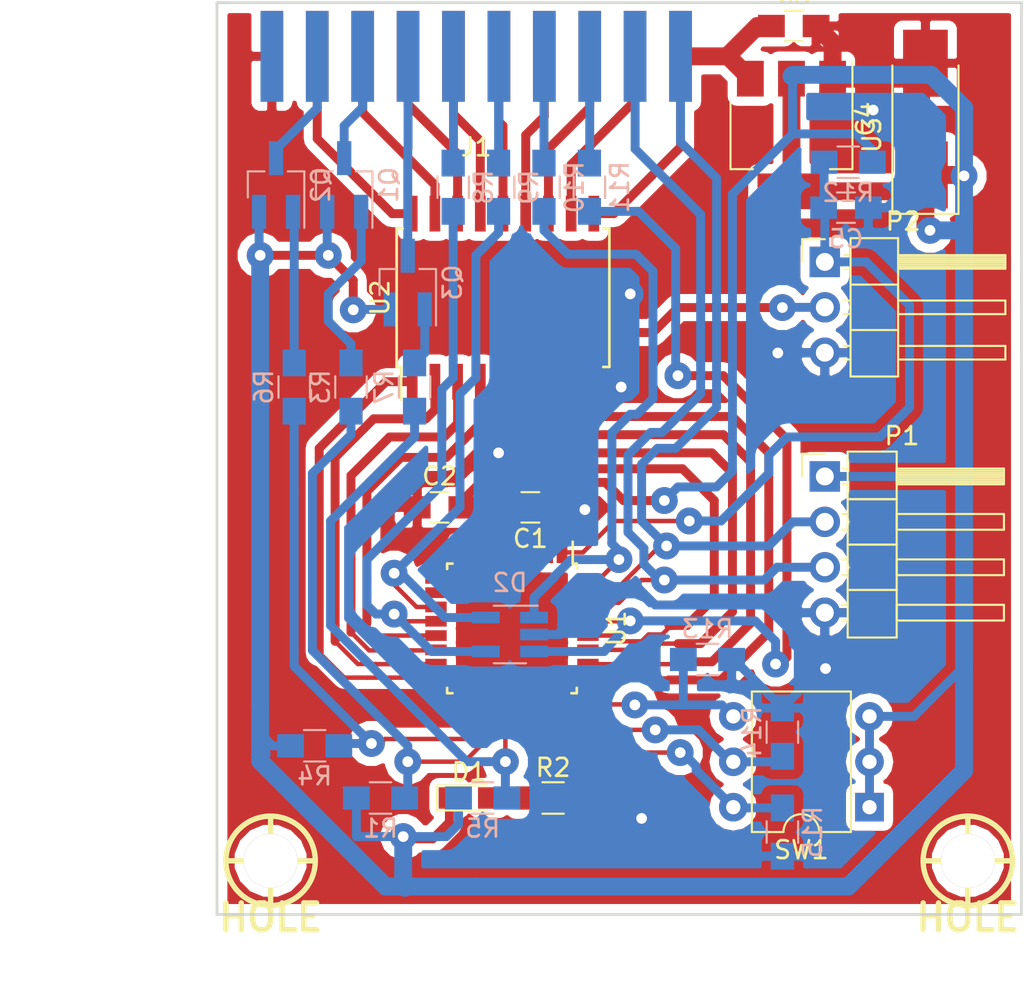
<source format=kicad_pcb>
(kicad_pcb (version 4) (host pcbnew 4.0.7)

  (general
    (links 93)
    (no_connects 0)
    (area 95.424999 25.924999 140.575001 77.075001)
    (thickness 1.6)
    (drawings 9)
    (tracks 536)
    (zones 0)
    (modules 34)
    (nets 46)
  )

  (page A4)
  (layers
    (0 F.Cu signal hide)
    (31 B.Cu signal)
    (32 B.Adhes user)
    (33 F.Adhes user)
    (34 B.Paste user)
    (35 F.Paste user)
    (36 B.SilkS user)
    (37 F.SilkS user)
    (38 B.Mask user)
    (39 F.Mask user)
    (40 Dwgs.User user)
    (41 Cmts.User user)
    (42 Eco1.User user)
    (43 Eco2.User user)
    (44 Edge.Cuts user)
    (45 Margin user)
    (46 B.CrtYd user)
    (47 F.CrtYd user)
    (48 B.Fab user)
    (49 F.Fab user)
  )

  (setup
    (last_trace_width 0.25)
    (user_trace_width 0.5)
    (user_trace_width 1)
    (user_trace_width 2.5)
    (trace_clearance 0.2)
    (zone_clearance 0.508)
    (zone_45_only yes)
    (trace_min 0.2)
    (segment_width 0.2)
    (edge_width 0.15)
    (via_size 1.5)
    (via_drill 0.6)
    (via_min_size 0.4)
    (via_min_drill 0.3)
    (user_via 1.2 0.6)
    (user_via 1.5 0.6)
    (user_via 2 0.8)
    (uvia_size 0.3)
    (uvia_drill 0.1)
    (uvias_allowed no)
    (uvia_min_size 0.2)
    (uvia_min_drill 0.1)
    (pcb_text_width 0.3)
    (pcb_text_size 1.5 1.5)
    (mod_edge_width 0.15)
    (mod_text_size 0.000001 0.000001)
    (mod_text_width 0.15)
    (pad_size 1.4 1.4)
    (pad_drill 0.6)
    (pad_to_mask_clearance 0.2)
    (aux_axis_origin 0 0)
    (visible_elements FFFFFF7F)
    (pcbplotparams
      (layerselection 0x00030_80000001)
      (usegerberextensions false)
      (excludeedgelayer true)
      (linewidth 0.100000)
      (plotframeref false)
      (viasonmask false)
      (mode 1)
      (useauxorigin false)
      (hpglpennumber 1)
      (hpglpenspeed 20)
      (hpglpendiameter 15)
      (hpglpenoverlay 2)
      (psnegative false)
      (psa4output false)
      (plotreference true)
      (plotvalue true)
      (plotinvisibletext false)
      (padsonsilk false)
      (subtractmaskfromsilk false)
      (outputformat 1)
      (mirror false)
      (drillshape 0)
      (scaleselection 1)
      (outputdirectory ""))
  )

  (net 0 "")
  (net 1 GND)
  (net 2 "Net-(C1-Pad2)")
  (net 3 +5V)
  (net 4 /NRST)
  (net 5 +12V)
  (net 6 "Net-(D1-Pad2)")
  (net 7 /PD4)
  (net 8 /PD7)
  (net 9 /PB4)
  (net 10 /PB5)
  (net 11 /S1P1)
  (net 12 /S1P2)
  (net 13 /S1P3)
  (net 14 /S1P4)
  (net 15 /S2P1)
  (net 16 /S2P2)
  (net 17 /S2P3)
  (net 18 /S2P4)
  (net 19 /M1E1)
  (net 20 /M1E2)
  (net 21 /OUT1)
  (net 22 /OUT2)
  (net 23 /OUT3)
  (net 24 /M2E1)
  (net 25 /M2E2)
  (net 26 /SWIM/PD1)
  (net 27 /PD6)
  (net 28 /PD5)
  (net 29 "Net-(Q1-Pad1)")
  (net 30 "Net-(Q3-Pad1)")
  (net 31 /PC4)
  (net 32 /PC2)
  (net 33 /PC1)
  (net 34 /PC3)
  (net 35 /PC5)
  (net 36 /PC6)
  (net 37 /PC7)
  (net 38 /PB3)
  (net 39 /PB2)
  (net 40 /PB1)
  (net 41 /PB0)
  (net 42 /PD0)
  (net 43 /PD2)
  (net 44 /PD3)
  (net 45 "Net-(Q2-Pad1)")

  (net_class Default "This is the default net class."
    (clearance 0.2)
    (trace_width 0.25)
    (via_dia 1.5)
    (via_drill 0.6)
    (uvia_dia 0.3)
    (uvia_drill 0.1)
    (add_net +5V)
    (add_net /M1E1)
    (add_net /M1E2)
    (add_net /M2E1)
    (add_net /M2E2)
    (add_net /NRST)
    (add_net /OUT1)
    (add_net /OUT2)
    (add_net /OUT3)
    (add_net /PB0)
    (add_net /PB1)
    (add_net /PB2)
    (add_net /PB3)
    (add_net /PB4)
    (add_net /PB5)
    (add_net /PC1)
    (add_net /PC2)
    (add_net /PC3)
    (add_net /PC4)
    (add_net /PC5)
    (add_net /PC6)
    (add_net /PC7)
    (add_net /PD0)
    (add_net /PD2)
    (add_net /PD3)
    (add_net /PD4)
    (add_net /PD5)
    (add_net /PD6)
    (add_net /PD7)
    (add_net /SWIM/PD1)
    (add_net GND)
    (add_net "Net-(C1-Pad2)")
    (add_net "Net-(D1-Pad2)")
    (add_net "Net-(Q1-Pad1)")
    (add_net "Net-(Q2-Pad1)")
    (add_net "Net-(Q3-Pad1)")
  )

  (net_class 0.5 ""
    (clearance 0.3)
    (trace_width 0.5)
    (via_dia 1.2)
    (via_drill 0.6)
    (uvia_dia 0.3)
    (uvia_drill 0.1)
  )

  (net_class 1 ""
    (clearance 0.5)
    (trace_width 1)
    (via_dia 2)
    (via_drill 0.8)
    (uvia_dia 0.3)
    (uvia_drill 0.1)
    (add_net +12V)
    (add_net /S1P1)
    (add_net /S1P2)
    (add_net /S1P3)
    (add_net /S1P4)
    (add_net /S2P1)
    (add_net /S2P2)
    (add_net /S2P3)
    (add_net /S2P4)
  )

  (net_class 2.5 ""
    (clearance 1)
    (trace_width 2.5)
    (via_dia 2.5)
    (via_drill 1)
    (uvia_dia 0.3)
    (uvia_drill 0.1)
  )

  (module Resistors_SMD.pretty:R_0805_HandSoldering (layer F.Cu) (tedit 58AADA1D) (tstamp 599AD9C3)
    (at 114.3 70.485)
    (descr "Resistor SMD 0805, hand soldering")
    (tags "resistor 0805")
    (path /52FB0DE2)
    (attr smd)
    (fp_text reference R2 (at 0 -1.7) (layer F.SilkS)
      (effects (font (size 1 1) (thickness 0.15)))
    )
    (fp_text value 470 (at 0 1.75) (layer F.Fab)
      (effects (font (size 1 1) (thickness 0.15)))
    )
    (fp_text user %R (at 0 -1.7) (layer F.Fab)
      (effects (font (size 1 1) (thickness 0.15)))
    )
    (fp_line (start -1 0.62) (end -1 -0.62) (layer F.Fab) (width 0.1))
    (fp_line (start 1 0.62) (end -1 0.62) (layer F.Fab) (width 0.1))
    (fp_line (start 1 -0.62) (end 1 0.62) (layer F.Fab) (width 0.1))
    (fp_line (start -1 -0.62) (end 1 -0.62) (layer F.Fab) (width 0.1))
    (fp_line (start 0.6 0.88) (end -0.6 0.88) (layer F.SilkS) (width 0.12))
    (fp_line (start -0.6 -0.88) (end 0.6 -0.88) (layer F.SilkS) (width 0.12))
    (fp_line (start -2.35 -0.9) (end 2.35 -0.9) (layer F.CrtYd) (width 0.05))
    (fp_line (start -2.35 -0.9) (end -2.35 0.9) (layer F.CrtYd) (width 0.05))
    (fp_line (start 2.35 0.9) (end 2.35 -0.9) (layer F.CrtYd) (width 0.05))
    (fp_line (start 2.35 0.9) (end -2.35 0.9) (layer F.CrtYd) (width 0.05))
    (pad 1 smd rect (at -1.35 0) (size 1.5 1.3) (layers F.Cu F.Paste F.Mask)
      (net 6 "Net-(D1-Pad2)"))
    (pad 2 smd rect (at 1.35 0) (size 1.5 1.3) (layers F.Cu F.Paste F.Mask)
      (net 31 /PC4))
    (model Resistors_SMD.3dshapes/R_0805.wrl
      (at (xyz 0 0 0))
      (scale (xyz 1 1 1))
      (rotate (xyz 0 0 0))
    )
  )

  (module Capacitors_SMD.pretty:C_0805_HandSoldering (layer F.Cu) (tedit 58AA84A8) (tstamp 599AD83E)
    (at 113.03 54.229 180)
    (descr "Capacitor SMD 0805, hand soldering")
    (tags "capacitor 0805")
    (path /52FB0413)
    (attr smd)
    (fp_text reference C1 (at 0 -1.75 180) (layer F.SilkS)
      (effects (font (size 1 1) (thickness 0.15)))
    )
    (fp_text value 1u (at 0 1.75 180) (layer F.Fab)
      (effects (font (size 1 1) (thickness 0.15)))
    )
    (fp_text user %R (at 0 -1.75 180) (layer F.Fab)
      (effects (font (size 1 1) (thickness 0.15)))
    )
    (fp_line (start -1 0.62) (end -1 -0.62) (layer F.Fab) (width 0.1))
    (fp_line (start 1 0.62) (end -1 0.62) (layer F.Fab) (width 0.1))
    (fp_line (start 1 -0.62) (end 1 0.62) (layer F.Fab) (width 0.1))
    (fp_line (start -1 -0.62) (end 1 -0.62) (layer F.Fab) (width 0.1))
    (fp_line (start 0.5 -0.85) (end -0.5 -0.85) (layer F.SilkS) (width 0.12))
    (fp_line (start -0.5 0.85) (end 0.5 0.85) (layer F.SilkS) (width 0.12))
    (fp_line (start -2.25 -0.88) (end 2.25 -0.88) (layer F.CrtYd) (width 0.05))
    (fp_line (start -2.25 -0.88) (end -2.25 0.87) (layer F.CrtYd) (width 0.05))
    (fp_line (start 2.25 0.87) (end 2.25 -0.88) (layer F.CrtYd) (width 0.05))
    (fp_line (start 2.25 0.87) (end -2.25 0.87) (layer F.CrtYd) (width 0.05))
    (pad 1 smd rect (at -1.25 0 180) (size 1.5 1.25) (layers F.Cu F.Paste F.Mask)
      (net 1 GND))
    (pad 2 smd rect (at 1.25 0 180) (size 1.5 1.25) (layers F.Cu F.Paste F.Mask)
      (net 2 "Net-(C1-Pad2)"))
    (model Capacitors_SMD.3dshapes/C_0805.wrl
      (at (xyz 0 0 0))
      (scale (xyz 1 1 1))
      (rotate (xyz 0 0 0))
    )
  )

  (module Capacitors_SMD.pretty:C_0805_HandSoldering (layer F.Cu) (tedit 58AA84A8) (tstamp 599AD84F)
    (at 107.95 54.229)
    (descr "Capacitor SMD 0805, hand soldering")
    (tags "capacitor 0805")
    (path /52FB0426)
    (attr smd)
    (fp_text reference C2 (at 0 -1.75) (layer F.SilkS)
      (effects (font (size 1 1) (thickness 0.15)))
    )
    (fp_text value 0.1 (at 0 1.75) (layer F.Fab)
      (effects (font (size 1 1) (thickness 0.15)))
    )
    (fp_text user %R (at 0 -1.75) (layer F.Fab)
      (effects (font (size 1 1) (thickness 0.15)))
    )
    (fp_line (start -1 0.62) (end -1 -0.62) (layer F.Fab) (width 0.1))
    (fp_line (start 1 0.62) (end -1 0.62) (layer F.Fab) (width 0.1))
    (fp_line (start 1 -0.62) (end 1 0.62) (layer F.Fab) (width 0.1))
    (fp_line (start -1 -0.62) (end 1 -0.62) (layer F.Fab) (width 0.1))
    (fp_line (start 0.5 -0.85) (end -0.5 -0.85) (layer F.SilkS) (width 0.12))
    (fp_line (start -0.5 0.85) (end 0.5 0.85) (layer F.SilkS) (width 0.12))
    (fp_line (start -2.25 -0.88) (end 2.25 -0.88) (layer F.CrtYd) (width 0.05))
    (fp_line (start -2.25 -0.88) (end -2.25 0.87) (layer F.CrtYd) (width 0.05))
    (fp_line (start 2.25 0.87) (end 2.25 -0.88) (layer F.CrtYd) (width 0.05))
    (fp_line (start 2.25 0.87) (end -2.25 0.87) (layer F.CrtYd) (width 0.05))
    (pad 1 smd rect (at -1.25 0) (size 1.5 1.25) (layers F.Cu F.Paste F.Mask)
      (net 1 GND))
    (pad 2 smd rect (at 1.25 0) (size 1.5 1.25) (layers F.Cu F.Paste F.Mask)
      (net 3 +5V))
    (model Capacitors_SMD.3dshapes/C_0805.wrl
      (at (xyz 0 0 0))
      (scale (xyz 1 1 1))
      (rotate (xyz 0 0 0))
    )
  )

  (module Capacitors_SMD.pretty:C_0805_HandSoldering (layer F.Cu) (tedit 58AA84A8) (tstamp 599AD860)
    (at 127.762 27.305)
    (descr "Capacitor SMD 0805, hand soldering")
    (tags "capacitor 0805")
    (path /59852CFD)
    (attr smd)
    (fp_text reference C3 (at 0 -1.75) (layer F.SilkS)
      (effects (font (size 1 1) (thickness 0.15)))
    )
    (fp_text value 0.1 (at 0 1.75) (layer F.Fab)
      (effects (font (size 1 1) (thickness 0.15)))
    )
    (fp_text user %R (at 0 -1.75) (layer F.Fab)
      (effects (font (size 1 1) (thickness 0.15)))
    )
    (fp_line (start -1 0.62) (end -1 -0.62) (layer F.Fab) (width 0.1))
    (fp_line (start 1 0.62) (end -1 0.62) (layer F.Fab) (width 0.1))
    (fp_line (start 1 -0.62) (end 1 0.62) (layer F.Fab) (width 0.1))
    (fp_line (start -1 -0.62) (end 1 -0.62) (layer F.Fab) (width 0.1))
    (fp_line (start 0.5 -0.85) (end -0.5 -0.85) (layer F.SilkS) (width 0.12))
    (fp_line (start -0.5 0.85) (end 0.5 0.85) (layer F.SilkS) (width 0.12))
    (fp_line (start -2.25 -0.88) (end 2.25 -0.88) (layer F.CrtYd) (width 0.05))
    (fp_line (start -2.25 -0.88) (end -2.25 0.87) (layer F.CrtYd) (width 0.05))
    (fp_line (start 2.25 0.87) (end 2.25 -0.88) (layer F.CrtYd) (width 0.05))
    (fp_line (start 2.25 0.87) (end -2.25 0.87) (layer F.CrtYd) (width 0.05))
    (pad 1 smd rect (at -1.25 0) (size 1.5 1.25) (layers F.Cu F.Paste F.Mask)
      (net 5 +12V))
    (pad 2 smd rect (at 1.25 0) (size 1.5 1.25) (layers F.Cu F.Paste F.Mask)
      (net 1 GND))
    (model Capacitors_SMD.3dshapes/C_0805.wrl
      (at (xyz 0 0 0))
      (scale (xyz 1 1 1))
      (rotate (xyz 0 0 0))
    )
  )

  (module LEDs.pretty:LED_0805 (layer F.Cu) (tedit 57FE93EC) (tstamp 599AD899)
    (at 109.601 70.485)
    (descr "LED 0805 smd package")
    (tags "LED led 0805 SMD smd SMT smt smdled SMDLED smtled SMTLED")
    (path /52FB0DD3)
    (attr smd)
    (fp_text reference D1 (at 0 -1.45) (layer F.SilkS)
      (effects (font (size 1 1) (thickness 0.15)))
    )
    (fp_text value LED (at 0 1.55) (layer F.Fab)
      (effects (font (size 1 1) (thickness 0.15)))
    )
    (fp_line (start -1.8 -0.7) (end -1.8 0.7) (layer F.SilkS) (width 0.12))
    (fp_line (start -0.4 -0.4) (end -0.4 0.4) (layer F.Fab) (width 0.1))
    (fp_line (start -0.4 0) (end 0.2 -0.4) (layer F.Fab) (width 0.1))
    (fp_line (start 0.2 0.4) (end -0.4 0) (layer F.Fab) (width 0.1))
    (fp_line (start 0.2 -0.4) (end 0.2 0.4) (layer F.Fab) (width 0.1))
    (fp_line (start 1 0.6) (end -1 0.6) (layer F.Fab) (width 0.1))
    (fp_line (start 1 -0.6) (end 1 0.6) (layer F.Fab) (width 0.1))
    (fp_line (start -1 -0.6) (end 1 -0.6) (layer F.Fab) (width 0.1))
    (fp_line (start -1 0.6) (end -1 -0.6) (layer F.Fab) (width 0.1))
    (fp_line (start -1.8 0.7) (end 1 0.7) (layer F.SilkS) (width 0.12))
    (fp_line (start -1.8 -0.7) (end 1 -0.7) (layer F.SilkS) (width 0.12))
    (fp_line (start 1.95 -0.85) (end 1.95 0.85) (layer F.CrtYd) (width 0.05))
    (fp_line (start 1.95 0.85) (end -1.95 0.85) (layer F.CrtYd) (width 0.05))
    (fp_line (start -1.95 0.85) (end -1.95 -0.85) (layer F.CrtYd) (width 0.05))
    (fp_line (start -1.95 -0.85) (end 1.95 -0.85) (layer F.CrtYd) (width 0.05))
    (pad 2 smd rect (at 1.1 0 180) (size 1.2 1.2) (layers F.Cu F.Paste F.Mask)
      (net 6 "Net-(D1-Pad2)"))
    (pad 1 smd rect (at -1.1 0 180) (size 1.2 1.2) (layers F.Cu F.Paste F.Mask)
      (net 3 +5V))
    (model LEDs.3dshapes/LED_0805.wrl
      (at (xyz 0 0 0))
      (scale (xyz 1 1 1))
      (rotate (xyz 0 0 180))
    )
  )

  (module TO_SOT_Packages_SMD.pretty:SOT-23-5_HandSoldering placed (layer B.Cu) (tedit 583F3A3F) (tstamp 599AD8A2)
    (at 111.887 61.341 180)
    (descr "5-pin SOT23 package")
    (tags "SOT-23-5 hand-soldering")
    (path /59840D28)
    (attr smd)
    (fp_text reference D2 (at 0 2.9 180) (layer B.SilkS)
      (effects (font (size 1 1) (thickness 0.15)) (justify mirror))
    )
    (fp_text value SP0504BAHT (at 0 -2.9 180) (layer B.Fab)
      (effects (font (size 1 1) (thickness 0.15)) (justify mirror))
    )
    (fp_line (start -0.9 -1.61) (end 0.9 -1.61) (layer B.SilkS) (width 0.12))
    (fp_line (start 0.9 1.61) (end -1.55 1.61) (layer B.SilkS) (width 0.12))
    (fp_line (start -0.9 0.9) (end -0.25 1.55) (layer B.Fab) (width 0.1))
    (fp_line (start 0.9 1.55) (end -0.25 1.55) (layer B.Fab) (width 0.1))
    (fp_line (start -0.9 0.9) (end -0.9 -1.55) (layer B.Fab) (width 0.1))
    (fp_line (start 0.9 -1.55) (end -0.9 -1.55) (layer B.Fab) (width 0.1))
    (fp_line (start 0.9 1.55) (end 0.9 -1.55) (layer B.Fab) (width 0.1))
    (fp_line (start -2.38 1.8) (end 2.38 1.8) (layer B.CrtYd) (width 0.05))
    (fp_line (start -2.38 1.8) (end -2.38 -1.8) (layer B.CrtYd) (width 0.05))
    (fp_line (start 2.38 -1.8) (end 2.38 1.8) (layer B.CrtYd) (width 0.05))
    (fp_line (start 2.38 -1.8) (end -2.38 -1.8) (layer B.CrtYd) (width 0.05))
    (pad 1 smd rect (at -1.35 0.95 180) (size 1.56 0.65) (layers B.Cu B.Paste B.Mask)
      (net 8 /PD7))
    (pad 2 smd rect (at -1.35 0 180) (size 1.56 0.65) (layers B.Cu B.Paste B.Mask)
      (net 1 GND))
    (pad 3 smd rect (at -1.35 -0.95 180) (size 1.56 0.65) (layers B.Cu B.Paste B.Mask)
      (net 7 /PD4))
    (pad 4 smd rect (at 1.35 -0.95 180) (size 1.56 0.65) (layers B.Cu B.Paste B.Mask)
      (net 9 /PB4))
    (pad 5 smd rect (at 1.35 0.95 180) (size 1.56 0.65) (layers B.Cu B.Paste B.Mask)
      (net 10 /PB5))
    (model TO_SOT_Packages_SMD.3dshapes\SOT-23-5.wrl
      (at (xyz 0 0 0))
      (scale (xyz 1 1 1))
      (rotate (xyz 0 0 0))
    )
  )

  (module TO_SOT_Packages_SMD.pretty:SOT-23_Handsoldering placed (layer B.Cu) (tedit 583F3954) (tstamp 599AD994)
    (at 102.616 36.195 90)
    (descr "SOT-23, Handsoldering")
    (tags SOT-23)
    (path /59834381)
    (attr smd)
    (fp_text reference Q1 (at 0 2.5 90) (layer B.SilkS)
      (effects (font (size 1 1) (thickness 0.15)) (justify mirror))
    )
    (fp_text value AO3401 (at 0 -2.5 90) (layer B.Fab)
      (effects (font (size 1 1) (thickness 0.15)) (justify mirror))
    )
    (fp_line (start 0.76 -1.58) (end 0.76 -0.65) (layer B.SilkS) (width 0.12))
    (fp_line (start 0.76 1.58) (end 0.76 0.65) (layer B.SilkS) (width 0.12))
    (fp_line (start -2.7 1.75) (end 2.7 1.75) (layer B.CrtYd) (width 0.05))
    (fp_line (start 2.7 1.75) (end 2.7 -1.75) (layer B.CrtYd) (width 0.05))
    (fp_line (start 2.7 -1.75) (end -2.7 -1.75) (layer B.CrtYd) (width 0.05))
    (fp_line (start -2.7 -1.75) (end -2.7 1.75) (layer B.CrtYd) (width 0.05))
    (fp_line (start 0.76 1.58) (end -2.4 1.58) (layer B.SilkS) (width 0.12))
    (fp_line (start -0.7 0.95) (end -0.7 -1.5) (layer B.Fab) (width 0.1))
    (fp_line (start -0.15 1.52) (end 0.7 1.52) (layer B.Fab) (width 0.1))
    (fp_line (start -0.7 0.95) (end -0.15 1.52) (layer B.Fab) (width 0.1))
    (fp_line (start 0.7 1.52) (end 0.7 -1.52) (layer B.Fab) (width 0.1))
    (fp_line (start -0.7 -1.52) (end 0.7 -1.52) (layer B.Fab) (width 0.1))
    (fp_line (start 0.76 -1.58) (end -0.7 -1.58) (layer B.SilkS) (width 0.12))
    (pad 1 smd rect (at -1.5 0.95 90) (size 1.9 0.8) (layers B.Cu B.Paste B.Mask)
      (net 29 "Net-(Q1-Pad1)"))
    (pad 2 smd rect (at -1.5 -0.95 90) (size 1.9 0.8) (layers B.Cu B.Paste B.Mask)
      (net 3 +5V))
    (pad 3 smd rect (at 1.5 0 90) (size 1.9 0.8) (layers B.Cu B.Paste B.Mask)
      (net 22 /OUT2))
    (model TO_SOT_Packages_SMD.3dshapes\SOT-23_Handsoldering.wrl
      (at (xyz 0 0 0))
      (scale (xyz 1 1 1))
      (rotate (xyz 0 0 90))
    )
  )

  (module TO_SOT_Packages_SMD.pretty:SOT-23_Handsoldering placed (layer B.Cu) (tedit 583F3954) (tstamp 599AD99B)
    (at 98.806 36.195 90)
    (descr "SOT-23, Handsoldering")
    (tags SOT-23)
    (path /5987675E)
    (attr smd)
    (fp_text reference Q2 (at 0 2.5 90) (layer B.SilkS)
      (effects (font (size 1 1) (thickness 0.15)) (justify mirror))
    )
    (fp_text value AO3401 (at 0 -2.5 90) (layer B.Fab)
      (effects (font (size 1 1) (thickness 0.15)) (justify mirror))
    )
    (fp_line (start 0.76 -1.58) (end 0.76 -0.65) (layer B.SilkS) (width 0.12))
    (fp_line (start 0.76 1.58) (end 0.76 0.65) (layer B.SilkS) (width 0.12))
    (fp_line (start -2.7 1.75) (end 2.7 1.75) (layer B.CrtYd) (width 0.05))
    (fp_line (start 2.7 1.75) (end 2.7 -1.75) (layer B.CrtYd) (width 0.05))
    (fp_line (start 2.7 -1.75) (end -2.7 -1.75) (layer B.CrtYd) (width 0.05))
    (fp_line (start -2.7 -1.75) (end -2.7 1.75) (layer B.CrtYd) (width 0.05))
    (fp_line (start 0.76 1.58) (end -2.4 1.58) (layer B.SilkS) (width 0.12))
    (fp_line (start -0.7 0.95) (end -0.7 -1.5) (layer B.Fab) (width 0.1))
    (fp_line (start -0.15 1.52) (end 0.7 1.52) (layer B.Fab) (width 0.1))
    (fp_line (start -0.7 0.95) (end -0.15 1.52) (layer B.Fab) (width 0.1))
    (fp_line (start 0.7 1.52) (end 0.7 -1.52) (layer B.Fab) (width 0.1))
    (fp_line (start -0.7 -1.52) (end 0.7 -1.52) (layer B.Fab) (width 0.1))
    (fp_line (start 0.76 -1.58) (end -0.7 -1.58) (layer B.SilkS) (width 0.12))
    (pad 1 smd rect (at -1.5 0.95 90) (size 1.9 0.8) (layers B.Cu B.Paste B.Mask)
      (net 45 "Net-(Q2-Pad1)"))
    (pad 2 smd rect (at -1.5 -0.95 90) (size 1.9 0.8) (layers B.Cu B.Paste B.Mask)
      (net 3 +5V))
    (pad 3 smd rect (at 1.5 0 90) (size 1.9 0.8) (layers B.Cu B.Paste B.Mask)
      (net 21 /OUT1))
    (model TO_SOT_Packages_SMD.3dshapes\SOT-23_Handsoldering.wrl
      (at (xyz 0 0 0))
      (scale (xyz 1 1 1))
      (rotate (xyz 0 0 90))
    )
  )

  (module TO_SOT_Packages_SMD.pretty:SOT-23_Handsoldering placed (layer B.Cu) (tedit 583F3954) (tstamp 599AD9A2)
    (at 106.172 41.656 90)
    (descr "SOT-23, Handsoldering")
    (tags SOT-23)
    (path /59875BDE)
    (attr smd)
    (fp_text reference Q3 (at 0 2.5 90) (layer B.SilkS)
      (effects (font (size 1 1) (thickness 0.15)) (justify mirror))
    )
    (fp_text value AO3401 (at 0 -2.5 90) (layer B.Fab)
      (effects (font (size 1 1) (thickness 0.15)) (justify mirror))
    )
    (fp_line (start 0.76 -1.58) (end 0.76 -0.65) (layer B.SilkS) (width 0.12))
    (fp_line (start 0.76 1.58) (end 0.76 0.65) (layer B.SilkS) (width 0.12))
    (fp_line (start -2.7 1.75) (end 2.7 1.75) (layer B.CrtYd) (width 0.05))
    (fp_line (start 2.7 1.75) (end 2.7 -1.75) (layer B.CrtYd) (width 0.05))
    (fp_line (start 2.7 -1.75) (end -2.7 -1.75) (layer B.CrtYd) (width 0.05))
    (fp_line (start -2.7 -1.75) (end -2.7 1.75) (layer B.CrtYd) (width 0.05))
    (fp_line (start 0.76 1.58) (end -2.4 1.58) (layer B.SilkS) (width 0.12))
    (fp_line (start -0.7 0.95) (end -0.7 -1.5) (layer B.Fab) (width 0.1))
    (fp_line (start -0.15 1.52) (end 0.7 1.52) (layer B.Fab) (width 0.1))
    (fp_line (start -0.7 0.95) (end -0.15 1.52) (layer B.Fab) (width 0.1))
    (fp_line (start 0.7 1.52) (end 0.7 -1.52) (layer B.Fab) (width 0.1))
    (fp_line (start -0.7 -1.52) (end 0.7 -1.52) (layer B.Fab) (width 0.1))
    (fp_line (start 0.76 -1.58) (end -0.7 -1.58) (layer B.SilkS) (width 0.12))
    (pad 1 smd rect (at -1.5 0.95 90) (size 1.9 0.8) (layers B.Cu B.Paste B.Mask)
      (net 30 "Net-(Q3-Pad1)"))
    (pad 2 smd rect (at -1.5 -0.95 90) (size 1.9 0.8) (layers B.Cu B.Paste B.Mask)
      (net 3 +5V))
    (pad 3 smd rect (at 1.5 0 90) (size 1.9 0.8) (layers B.Cu B.Paste B.Mask)
      (net 23 /OUT3))
    (model TO_SOT_Packages_SMD.3dshapes\SOT-23_Handsoldering.wrl
      (at (xyz 0 0 0))
      (scale (xyz 1 1 1))
      (rotate (xyz 0 0 90))
    )
  )

  (module Resistors_SMD.pretty:R_0805_HandSoldering placed (layer B.Cu) (tedit 58AADA1D) (tstamp 599AD9BD)
    (at 104.648 70.485)
    (descr "Resistor SMD 0805, hand soldering")
    (tags "resistor 0805")
    (path /5984439B)
    (attr smd)
    (fp_text reference R1 (at 0 1.7) (layer B.SilkS)
      (effects (font (size 1 1) (thickness 0.15)) (justify mirror))
    )
    (fp_text value 10k (at 0 -1.75) (layer B.Fab)
      (effects (font (size 1 1) (thickness 0.15)) (justify mirror))
    )
    (fp_text user %R (at 0 1.7) (layer B.Fab)
      (effects (font (size 1 1) (thickness 0.15)) (justify mirror))
    )
    (fp_line (start -1 -0.62) (end -1 0.62) (layer B.Fab) (width 0.1))
    (fp_line (start 1 -0.62) (end -1 -0.62) (layer B.Fab) (width 0.1))
    (fp_line (start 1 0.62) (end 1 -0.62) (layer B.Fab) (width 0.1))
    (fp_line (start -1 0.62) (end 1 0.62) (layer B.Fab) (width 0.1))
    (fp_line (start 0.6 -0.88) (end -0.6 -0.88) (layer B.SilkS) (width 0.12))
    (fp_line (start -0.6 0.88) (end 0.6 0.88) (layer B.SilkS) (width 0.12))
    (fp_line (start -2.35 0.9) (end 2.35 0.9) (layer B.CrtYd) (width 0.05))
    (fp_line (start -2.35 0.9) (end -2.35 -0.9) (layer B.CrtYd) (width 0.05))
    (fp_line (start 2.35 -0.9) (end 2.35 0.9) (layer B.CrtYd) (width 0.05))
    (fp_line (start 2.35 -0.9) (end -2.35 -0.9) (layer B.CrtYd) (width 0.05))
    (pad 1 smd rect (at -1.35 0) (size 1.5 1.3) (layers B.Cu B.Paste B.Mask)
      (net 3 +5V))
    (pad 2 smd rect (at 1.35 0) (size 1.5 1.3) (layers B.Cu B.Paste B.Mask)
      (net 32 /PC2))
    (model Resistors_SMD.3dshapes/R_0805.wrl
      (at (xyz 0 0 0))
      (scale (xyz 1 1 1))
      (rotate (xyz 0 0 0))
    )
  )

  (module Resistors_SMD.pretty:R_0805_HandSoldering (layer B.Cu) (tedit 58AADA1D) (tstamp 599AD9C9)
    (at 102.997 47.498 270)
    (descr "Resistor SMD 0805, hand soldering")
    (tags "resistor 0805")
    (path /59836A36)
    (attr smd)
    (fp_text reference R3 (at 0 1.7 270) (layer B.SilkS)
      (effects (font (size 1 1) (thickness 0.15)) (justify mirror))
    )
    (fp_text value 330 (at 0 -1.75 270) (layer B.Fab)
      (effects (font (size 1 1) (thickness 0.15)) (justify mirror))
    )
    (fp_text user %R (at 0 1.7 270) (layer B.Fab)
      (effects (font (size 1 1) (thickness 0.15)) (justify mirror))
    )
    (fp_line (start -1 -0.62) (end -1 0.62) (layer B.Fab) (width 0.1))
    (fp_line (start 1 -0.62) (end -1 -0.62) (layer B.Fab) (width 0.1))
    (fp_line (start 1 0.62) (end 1 -0.62) (layer B.Fab) (width 0.1))
    (fp_line (start -1 0.62) (end 1 0.62) (layer B.Fab) (width 0.1))
    (fp_line (start 0.6 -0.88) (end -0.6 -0.88) (layer B.SilkS) (width 0.12))
    (fp_line (start -0.6 0.88) (end 0.6 0.88) (layer B.SilkS) (width 0.12))
    (fp_line (start -2.35 0.9) (end 2.35 0.9) (layer B.CrtYd) (width 0.05))
    (fp_line (start -2.35 0.9) (end -2.35 -0.9) (layer B.CrtYd) (width 0.05))
    (fp_line (start 2.35 -0.9) (end 2.35 0.9) (layer B.CrtYd) (width 0.05))
    (fp_line (start 2.35 -0.9) (end -2.35 -0.9) (layer B.CrtYd) (width 0.05))
    (pad 1 smd rect (at -1.35 0 270) (size 1.5 1.3) (layers B.Cu B.Paste B.Mask)
      (net 29 "Net-(Q1-Pad1)"))
    (pad 2 smd rect (at 1.35 0 270) (size 1.5 1.3) (layers B.Cu B.Paste B.Mask)
      (net 32 /PC2))
    (model Resistors_SMD.3dshapes/R_0805.wrl
      (at (xyz 0 0 0))
      (scale (xyz 1 1 1))
      (rotate (xyz 0 0 0))
    )
  )

  (module Resistors_SMD.pretty:R_0805_HandSoldering (layer B.Cu) (tedit 58AADA1D) (tstamp 599AD9CF)
    (at 100.965 67.564)
    (descr "Resistor SMD 0805, hand soldering")
    (tags "resistor 0805")
    (path /5987676A)
    (attr smd)
    (fp_text reference R4 (at 0 1.7) (layer B.SilkS)
      (effects (font (size 1 1) (thickness 0.15)) (justify mirror))
    )
    (fp_text value 10k (at 0 -1.75) (layer B.Fab)
      (effects (font (size 1 1) (thickness 0.15)) (justify mirror))
    )
    (fp_text user %R (at 0 1.7) (layer B.Fab)
      (effects (font (size 1 1) (thickness 0.15)) (justify mirror))
    )
    (fp_line (start -1 -0.62) (end -1 0.62) (layer B.Fab) (width 0.1))
    (fp_line (start 1 -0.62) (end -1 -0.62) (layer B.Fab) (width 0.1))
    (fp_line (start 1 0.62) (end 1 -0.62) (layer B.Fab) (width 0.1))
    (fp_line (start -1 0.62) (end 1 0.62) (layer B.Fab) (width 0.1))
    (fp_line (start 0.6 -0.88) (end -0.6 -0.88) (layer B.SilkS) (width 0.12))
    (fp_line (start -0.6 0.88) (end 0.6 0.88) (layer B.SilkS) (width 0.12))
    (fp_line (start -2.35 0.9) (end 2.35 0.9) (layer B.CrtYd) (width 0.05))
    (fp_line (start -2.35 0.9) (end -2.35 -0.9) (layer B.CrtYd) (width 0.05))
    (fp_line (start 2.35 -0.9) (end 2.35 0.9) (layer B.CrtYd) (width 0.05))
    (fp_line (start 2.35 -0.9) (end -2.35 -0.9) (layer B.CrtYd) (width 0.05))
    (pad 1 smd rect (at -1.35 0) (size 1.5 1.3) (layers B.Cu B.Paste B.Mask)
      (net 3 +5V))
    (pad 2 smd rect (at 1.35 0) (size 1.5 1.3) (layers B.Cu B.Paste B.Mask)
      (net 33 /PC1))
    (model Resistors_SMD.3dshapes/R_0805.wrl
      (at (xyz 0 0 0))
      (scale (xyz 1 1 1))
      (rotate (xyz 0 0 0))
    )
  )

  (module Resistors_SMD.pretty:R_0805_HandSoldering placed (layer B.Cu) (tedit 58AADA1D) (tstamp 599AD9D5)
    (at 110.363 70.485)
    (descr "Resistor SMD 0805, hand soldering")
    (tags "resistor 0805")
    (path /59875BEA)
    (attr smd)
    (fp_text reference R5 (at 0 1.7) (layer B.SilkS)
      (effects (font (size 1 1) (thickness 0.15)) (justify mirror))
    )
    (fp_text value 10k (at 0 -1.75) (layer B.Fab)
      (effects (font (size 1 1) (thickness 0.15)) (justify mirror))
    )
    (fp_text user %R (at 0 1.7) (layer B.Fab)
      (effects (font (size 1 1) (thickness 0.15)) (justify mirror))
    )
    (fp_line (start -1 -0.62) (end -1 0.62) (layer B.Fab) (width 0.1))
    (fp_line (start 1 -0.62) (end -1 -0.62) (layer B.Fab) (width 0.1))
    (fp_line (start 1 0.62) (end 1 -0.62) (layer B.Fab) (width 0.1))
    (fp_line (start -1 0.62) (end 1 0.62) (layer B.Fab) (width 0.1))
    (fp_line (start 0.6 -0.88) (end -0.6 -0.88) (layer B.SilkS) (width 0.12))
    (fp_line (start -0.6 0.88) (end 0.6 0.88) (layer B.SilkS) (width 0.12))
    (fp_line (start -2.35 0.9) (end 2.35 0.9) (layer B.CrtYd) (width 0.05))
    (fp_line (start -2.35 0.9) (end -2.35 -0.9) (layer B.CrtYd) (width 0.05))
    (fp_line (start 2.35 -0.9) (end 2.35 0.9) (layer B.CrtYd) (width 0.05))
    (fp_line (start 2.35 -0.9) (end -2.35 -0.9) (layer B.CrtYd) (width 0.05))
    (pad 1 smd rect (at -1.35 0) (size 1.5 1.3) (layers B.Cu B.Paste B.Mask)
      (net 3 +5V))
    (pad 2 smd rect (at 1.35 0) (size 1.5 1.3) (layers B.Cu B.Paste B.Mask)
      (net 34 /PC3))
    (model Resistors_SMD.3dshapes/R_0805.wrl
      (at (xyz 0 0 0))
      (scale (xyz 1 1 1))
      (rotate (xyz 0 0 0))
    )
  )

  (module Resistors_SMD.pretty:R_0805_HandSoldering placed (layer B.Cu) (tedit 58AADA1D) (tstamp 599AD9DB)
    (at 99.822 47.498 270)
    (descr "Resistor SMD 0805, hand soldering")
    (tags "resistor 0805")
    (path /59876764)
    (attr smd)
    (fp_text reference R6 (at 0 1.7 270) (layer B.SilkS)
      (effects (font (size 1 1) (thickness 0.15)) (justify mirror))
    )
    (fp_text value 330 (at 0 -1.75 270) (layer B.Fab)
      (effects (font (size 1 1) (thickness 0.15)) (justify mirror))
    )
    (fp_text user %R (at 0 1.7 270) (layer B.Fab)
      (effects (font (size 1 1) (thickness 0.15)) (justify mirror))
    )
    (fp_line (start -1 -0.62) (end -1 0.62) (layer B.Fab) (width 0.1))
    (fp_line (start 1 -0.62) (end -1 -0.62) (layer B.Fab) (width 0.1))
    (fp_line (start 1 0.62) (end 1 -0.62) (layer B.Fab) (width 0.1))
    (fp_line (start -1 0.62) (end 1 0.62) (layer B.Fab) (width 0.1))
    (fp_line (start 0.6 -0.88) (end -0.6 -0.88) (layer B.SilkS) (width 0.12))
    (fp_line (start -0.6 0.88) (end 0.6 0.88) (layer B.SilkS) (width 0.12))
    (fp_line (start -2.35 0.9) (end 2.35 0.9) (layer B.CrtYd) (width 0.05))
    (fp_line (start -2.35 0.9) (end -2.35 -0.9) (layer B.CrtYd) (width 0.05))
    (fp_line (start 2.35 -0.9) (end 2.35 0.9) (layer B.CrtYd) (width 0.05))
    (fp_line (start 2.35 -0.9) (end -2.35 -0.9) (layer B.CrtYd) (width 0.05))
    (pad 1 smd rect (at -1.35 0 270) (size 1.5 1.3) (layers B.Cu B.Paste B.Mask)
      (net 45 "Net-(Q2-Pad1)"))
    (pad 2 smd rect (at 1.35 0 270) (size 1.5 1.3) (layers B.Cu B.Paste B.Mask)
      (net 33 /PC1))
    (model Resistors_SMD.3dshapes/R_0805.wrl
      (at (xyz 0 0 0))
      (scale (xyz 1 1 1))
      (rotate (xyz 0 0 0))
    )
  )

  (module Resistors_SMD.pretty:R_0805_HandSoldering placed (layer B.Cu) (tedit 58AADA1D) (tstamp 599AD9E1)
    (at 106.553 47.498 270)
    (descr "Resistor SMD 0805, hand soldering")
    (tags "resistor 0805")
    (path /59875BE4)
    (attr smd)
    (fp_text reference R7 (at 0 1.7 270) (layer B.SilkS)
      (effects (font (size 1 1) (thickness 0.15)) (justify mirror))
    )
    (fp_text value 330 (at 0 -1.75 270) (layer B.Fab)
      (effects (font (size 1 1) (thickness 0.15)) (justify mirror))
    )
    (fp_text user %R (at 0 1.7 270) (layer B.Fab)
      (effects (font (size 1 1) (thickness 0.15)) (justify mirror))
    )
    (fp_line (start -1 -0.62) (end -1 0.62) (layer B.Fab) (width 0.1))
    (fp_line (start 1 -0.62) (end -1 -0.62) (layer B.Fab) (width 0.1))
    (fp_line (start 1 0.62) (end 1 -0.62) (layer B.Fab) (width 0.1))
    (fp_line (start -1 0.62) (end 1 0.62) (layer B.Fab) (width 0.1))
    (fp_line (start 0.6 -0.88) (end -0.6 -0.88) (layer B.SilkS) (width 0.12))
    (fp_line (start -0.6 0.88) (end 0.6 0.88) (layer B.SilkS) (width 0.12))
    (fp_line (start -2.35 0.9) (end 2.35 0.9) (layer B.CrtYd) (width 0.05))
    (fp_line (start -2.35 0.9) (end -2.35 -0.9) (layer B.CrtYd) (width 0.05))
    (fp_line (start 2.35 -0.9) (end 2.35 0.9) (layer B.CrtYd) (width 0.05))
    (fp_line (start 2.35 -0.9) (end -2.35 -0.9) (layer B.CrtYd) (width 0.05))
    (pad 1 smd rect (at -1.35 0 270) (size 1.5 1.3) (layers B.Cu B.Paste B.Mask)
      (net 30 "Net-(Q3-Pad1)"))
    (pad 2 smd rect (at 1.35 0 270) (size 1.5 1.3) (layers B.Cu B.Paste B.Mask)
      (net 34 /PC3))
    (model Resistors_SMD.3dshapes/R_0805.wrl
      (at (xyz 0 0 0))
      (scale (xyz 1 1 1))
      (rotate (xyz 0 0 0))
    )
  )

  (module Resistors_SMD.pretty:R_0805_HandSoldering placed (layer B.Cu) (tedit 58AADA1D) (tstamp 599AD9E7)
    (at 108.712 36.322 90)
    (descr "Resistor SMD 0805, hand soldering")
    (tags "resistor 0805")
    (path /5985D588)
    (attr smd)
    (fp_text reference R8 (at 0 1.7 90) (layer B.SilkS)
      (effects (font (size 1 1) (thickness 0.15)) (justify mirror))
    )
    (fp_text value 220 (at 0 -1.75 90) (layer B.Fab)
      (effects (font (size 1 1) (thickness 0.15)) (justify mirror))
    )
    (fp_text user %R (at 0 1.7 90) (layer B.Fab)
      (effects (font (size 1 1) (thickness 0.15)) (justify mirror))
    )
    (fp_line (start -1 -0.62) (end -1 0.62) (layer B.Fab) (width 0.1))
    (fp_line (start 1 -0.62) (end -1 -0.62) (layer B.Fab) (width 0.1))
    (fp_line (start 1 0.62) (end 1 -0.62) (layer B.Fab) (width 0.1))
    (fp_line (start -1 0.62) (end 1 0.62) (layer B.Fab) (width 0.1))
    (fp_line (start 0.6 -0.88) (end -0.6 -0.88) (layer B.SilkS) (width 0.12))
    (fp_line (start -0.6 0.88) (end 0.6 0.88) (layer B.SilkS) (width 0.12))
    (fp_line (start -2.35 0.9) (end 2.35 0.9) (layer B.CrtYd) (width 0.05))
    (fp_line (start -2.35 0.9) (end -2.35 -0.9) (layer B.CrtYd) (width 0.05))
    (fp_line (start 2.35 -0.9) (end 2.35 0.9) (layer B.CrtYd) (width 0.05))
    (fp_line (start 2.35 -0.9) (end -2.35 -0.9) (layer B.CrtYd) (width 0.05))
    (pad 1 smd rect (at -1.35 0 90) (size 1.5 1.3) (layers B.Cu B.Paste B.Mask)
      (net 9 /PB4))
    (pad 2 smd rect (at 1.35 0 90) (size 1.5 1.3) (layers B.Cu B.Paste B.Mask)
      (net 19 /M1E1))
    (model Resistors_SMD.3dshapes/R_0805.wrl
      (at (xyz 0 0 0))
      (scale (xyz 1 1 1))
      (rotate (xyz 0 0 0))
    )
  )

  (module Resistors_SMD.pretty:R_0805_HandSoldering placed (layer B.Cu) (tedit 58AADA1D) (tstamp 599AD9ED)
    (at 111.252 36.322 90)
    (descr "Resistor SMD 0805, hand soldering")
    (tags "resistor 0805")
    (path /5985DB8B)
    (attr smd)
    (fp_text reference R9 (at 0 1.7 90) (layer B.SilkS)
      (effects (font (size 1 1) (thickness 0.15)) (justify mirror))
    )
    (fp_text value 220 (at 0 -1.75 90) (layer B.Fab)
      (effects (font (size 1 1) (thickness 0.15)) (justify mirror))
    )
    (fp_text user %R (at 0 1.7 90) (layer B.Fab)
      (effects (font (size 1 1) (thickness 0.15)) (justify mirror))
    )
    (fp_line (start -1 -0.62) (end -1 0.62) (layer B.Fab) (width 0.1))
    (fp_line (start 1 -0.62) (end -1 -0.62) (layer B.Fab) (width 0.1))
    (fp_line (start 1 0.62) (end 1 -0.62) (layer B.Fab) (width 0.1))
    (fp_line (start -1 0.62) (end 1 0.62) (layer B.Fab) (width 0.1))
    (fp_line (start 0.6 -0.88) (end -0.6 -0.88) (layer B.SilkS) (width 0.12))
    (fp_line (start -0.6 0.88) (end 0.6 0.88) (layer B.SilkS) (width 0.12))
    (fp_line (start -2.35 0.9) (end 2.35 0.9) (layer B.CrtYd) (width 0.05))
    (fp_line (start -2.35 0.9) (end -2.35 -0.9) (layer B.CrtYd) (width 0.05))
    (fp_line (start 2.35 -0.9) (end 2.35 0.9) (layer B.CrtYd) (width 0.05))
    (fp_line (start 2.35 -0.9) (end -2.35 -0.9) (layer B.CrtYd) (width 0.05))
    (pad 1 smd rect (at -1.35 0 90) (size 1.5 1.3) (layers B.Cu B.Paste B.Mask)
      (net 10 /PB5))
    (pad 2 smd rect (at 1.35 0 90) (size 1.5 1.3) (layers B.Cu B.Paste B.Mask)
      (net 20 /M1E2))
    (model Resistors_SMD.3dshapes/R_0805.wrl
      (at (xyz 0 0 0))
      (scale (xyz 1 1 1))
      (rotate (xyz 0 0 0))
    )
  )

  (module Resistors_SMD.pretty:R_0805_HandSoldering placed (layer B.Cu) (tedit 58AADA1D) (tstamp 599AD9F3)
    (at 113.792 36.322 90)
    (descr "Resistor SMD 0805, hand soldering")
    (tags "resistor 0805")
    (path /5985DB91)
    (attr smd)
    (fp_text reference R10 (at 0 1.7 90) (layer B.SilkS)
      (effects (font (size 1 1) (thickness 0.15)) (justify mirror))
    )
    (fp_text value 220 (at 0 -1.75 90) (layer B.Fab)
      (effects (font (size 1 1) (thickness 0.15)) (justify mirror))
    )
    (fp_text user %R (at 0 1.7 90) (layer B.Fab)
      (effects (font (size 1 1) (thickness 0.15)) (justify mirror))
    )
    (fp_line (start -1 -0.62) (end -1 0.62) (layer B.Fab) (width 0.1))
    (fp_line (start 1 -0.62) (end -1 -0.62) (layer B.Fab) (width 0.1))
    (fp_line (start 1 0.62) (end 1 -0.62) (layer B.Fab) (width 0.1))
    (fp_line (start -1 0.62) (end 1 0.62) (layer B.Fab) (width 0.1))
    (fp_line (start 0.6 -0.88) (end -0.6 -0.88) (layer B.SilkS) (width 0.12))
    (fp_line (start -0.6 0.88) (end 0.6 0.88) (layer B.SilkS) (width 0.12))
    (fp_line (start -2.35 0.9) (end 2.35 0.9) (layer B.CrtYd) (width 0.05))
    (fp_line (start -2.35 0.9) (end -2.35 -0.9) (layer B.CrtYd) (width 0.05))
    (fp_line (start 2.35 -0.9) (end 2.35 0.9) (layer B.CrtYd) (width 0.05))
    (fp_line (start 2.35 -0.9) (end -2.35 -0.9) (layer B.CrtYd) (width 0.05))
    (pad 1 smd rect (at -1.35 0 90) (size 1.5 1.3) (layers B.Cu B.Paste B.Mask)
      (net 8 /PD7))
    (pad 2 smd rect (at 1.35 0 90) (size 1.5 1.3) (layers B.Cu B.Paste B.Mask)
      (net 24 /M2E1))
    (model Resistors_SMD.3dshapes/R_0805.wrl
      (at (xyz 0 0 0))
      (scale (xyz 1 1 1))
      (rotate (xyz 0 0 0))
    )
  )

  (module Resistors_SMD.pretty:R_0805_HandSoldering placed (layer B.Cu) (tedit 58AADA1D) (tstamp 599AD9F9)
    (at 116.332 36.322 90)
    (descr "Resistor SMD 0805, hand soldering")
    (tags "resistor 0805")
    (path /5985DA29)
    (attr smd)
    (fp_text reference R11 (at 0 1.7 90) (layer B.SilkS)
      (effects (font (size 1 1) (thickness 0.15)) (justify mirror))
    )
    (fp_text value 220 (at 0 -1.75 90) (layer B.Fab)
      (effects (font (size 1 1) (thickness 0.15)) (justify mirror))
    )
    (fp_text user %R (at 0 1.7 90) (layer B.Fab)
      (effects (font (size 1 1) (thickness 0.15)) (justify mirror))
    )
    (fp_line (start -1 -0.62) (end -1 0.62) (layer B.Fab) (width 0.1))
    (fp_line (start 1 -0.62) (end -1 -0.62) (layer B.Fab) (width 0.1))
    (fp_line (start 1 0.62) (end 1 -0.62) (layer B.Fab) (width 0.1))
    (fp_line (start -1 0.62) (end 1 0.62) (layer B.Fab) (width 0.1))
    (fp_line (start 0.6 -0.88) (end -0.6 -0.88) (layer B.SilkS) (width 0.12))
    (fp_line (start -0.6 0.88) (end 0.6 0.88) (layer B.SilkS) (width 0.12))
    (fp_line (start -2.35 0.9) (end 2.35 0.9) (layer B.CrtYd) (width 0.05))
    (fp_line (start -2.35 0.9) (end -2.35 -0.9) (layer B.CrtYd) (width 0.05))
    (fp_line (start 2.35 -0.9) (end 2.35 0.9) (layer B.CrtYd) (width 0.05))
    (fp_line (start 2.35 -0.9) (end -2.35 -0.9) (layer B.CrtYd) (width 0.05))
    (pad 1 smd rect (at -1.35 0 90) (size 1.5 1.3) (layers B.Cu B.Paste B.Mask)
      (net 7 /PD4))
    (pad 2 smd rect (at 1.35 0 90) (size 1.5 1.3) (layers B.Cu B.Paste B.Mask)
      (net 25 /M2E2))
    (model Resistors_SMD.3dshapes/R_0805.wrl
      (at (xyz 0 0 0))
      (scale (xyz 1 1 1))
      (rotate (xyz 0 0 0))
    )
  )

  (module Resistors_SMD.pretty:R_0805_HandSoldering (layer B.Cu) (tedit 58AADA1D) (tstamp 599AD9FF)
    (at 130.81 34.925)
    (descr "Resistor SMD 0805, hand soldering")
    (tags "resistor 0805")
    (path /52FB0EFD)
    (attr smd)
    (fp_text reference R12 (at 0 1.7) (layer B.SilkS)
      (effects (font (size 1 1) (thickness 0.15)) (justify mirror))
    )
    (fp_text value 10k (at 0 -1.75) (layer B.Fab)
      (effects (font (size 1 1) (thickness 0.15)) (justify mirror))
    )
    (fp_text user %R (at 0 1.7) (layer B.Fab)
      (effects (font (size 1 1) (thickness 0.15)) (justify mirror))
    )
    (fp_line (start -1 -0.62) (end -1 0.62) (layer B.Fab) (width 0.1))
    (fp_line (start 1 -0.62) (end -1 -0.62) (layer B.Fab) (width 0.1))
    (fp_line (start 1 0.62) (end 1 -0.62) (layer B.Fab) (width 0.1))
    (fp_line (start -1 0.62) (end 1 0.62) (layer B.Fab) (width 0.1))
    (fp_line (start 0.6 -0.88) (end -0.6 -0.88) (layer B.SilkS) (width 0.12))
    (fp_line (start -0.6 0.88) (end 0.6 0.88) (layer B.SilkS) (width 0.12))
    (fp_line (start -2.35 0.9) (end 2.35 0.9) (layer B.CrtYd) (width 0.05))
    (fp_line (start -2.35 0.9) (end -2.35 -0.9) (layer B.CrtYd) (width 0.05))
    (fp_line (start 2.35 -0.9) (end 2.35 0.9) (layer B.CrtYd) (width 0.05))
    (fp_line (start 2.35 -0.9) (end -2.35 -0.9) (layer B.CrtYd) (width 0.05))
    (pad 1 smd rect (at -1.35 0) (size 1.5 1.3) (layers B.Cu B.Paste B.Mask)
      (net 4 /NRST))
    (pad 2 smd rect (at 1.35 0) (size 1.5 1.3) (layers B.Cu B.Paste B.Mask)
      (net 3 +5V))
    (model Resistors_SMD.3dshapes/R_0805.wrl
      (at (xyz 0 0 0))
      (scale (xyz 1 1 1))
      (rotate (xyz 0 0 0))
    )
  )

  (module Resistors_SMD.pretty:R_0805_HandSoldering (layer B.Cu) (tedit 58AADA1D) (tstamp 599ADA05)
    (at 122.936 62.738 180)
    (descr "Resistor SMD 0805, hand soldering")
    (tags "resistor 0805")
    (path /598449A9)
    (attr smd)
    (fp_text reference R13 (at 0 1.7 180) (layer B.SilkS)
      (effects (font (size 1 1) (thickness 0.15)) (justify mirror))
    )
    (fp_text value 10k (at 0 -1.75 180) (layer B.Fab)
      (effects (font (size 1 1) (thickness 0.15)) (justify mirror))
    )
    (fp_text user %R (at 0 1.7 180) (layer B.Fab)
      (effects (font (size 1 1) (thickness 0.15)) (justify mirror))
    )
    (fp_line (start -1 -0.62) (end -1 0.62) (layer B.Fab) (width 0.1))
    (fp_line (start 1 -0.62) (end -1 -0.62) (layer B.Fab) (width 0.1))
    (fp_line (start 1 0.62) (end 1 -0.62) (layer B.Fab) (width 0.1))
    (fp_line (start -1 0.62) (end 1 0.62) (layer B.Fab) (width 0.1))
    (fp_line (start 0.6 -0.88) (end -0.6 -0.88) (layer B.SilkS) (width 0.12))
    (fp_line (start -0.6 0.88) (end 0.6 0.88) (layer B.SilkS) (width 0.12))
    (fp_line (start -2.35 0.9) (end 2.35 0.9) (layer B.CrtYd) (width 0.05))
    (fp_line (start -2.35 0.9) (end -2.35 -0.9) (layer B.CrtYd) (width 0.05))
    (fp_line (start 2.35 -0.9) (end 2.35 0.9) (layer B.CrtYd) (width 0.05))
    (fp_line (start 2.35 -0.9) (end -2.35 -0.9) (layer B.CrtYd) (width 0.05))
    (pad 1 smd rect (at -1.35 0 180) (size 1.5 1.3) (layers B.Cu B.Paste B.Mask)
      (net 1 GND))
    (pad 2 smd rect (at 1.35 0 180) (size 1.5 1.3) (layers B.Cu B.Paste B.Mask)
      (net 37 /PC7))
    (model Resistors_SMD.3dshapes/R_0805.wrl
      (at (xyz 0 0 0))
      (scale (xyz 1 1 1))
      (rotate (xyz 0 0 0))
    )
  )

  (module Resistors_SMD.pretty:R_0805_HandSoldering (layer B.Cu) (tedit 58AADA1D) (tstamp 599ADA0B)
    (at 127.127 66.802 270)
    (descr "Resistor SMD 0805, hand soldering")
    (tags "resistor 0805")
    (path /5984483E)
    (attr smd)
    (fp_text reference R14 (at 0 1.7 270) (layer B.SilkS)
      (effects (font (size 1 1) (thickness 0.15)) (justify mirror))
    )
    (fp_text value 10k (at 0 -1.75 270) (layer B.Fab)
      (effects (font (size 1 1) (thickness 0.15)) (justify mirror))
    )
    (fp_text user %R (at 0 1.7 270) (layer B.Fab)
      (effects (font (size 1 1) (thickness 0.15)) (justify mirror))
    )
    (fp_line (start -1 -0.62) (end -1 0.62) (layer B.Fab) (width 0.1))
    (fp_line (start 1 -0.62) (end -1 -0.62) (layer B.Fab) (width 0.1))
    (fp_line (start 1 0.62) (end 1 -0.62) (layer B.Fab) (width 0.1))
    (fp_line (start -1 0.62) (end 1 0.62) (layer B.Fab) (width 0.1))
    (fp_line (start 0.6 -0.88) (end -0.6 -0.88) (layer B.SilkS) (width 0.12))
    (fp_line (start -0.6 0.88) (end 0.6 0.88) (layer B.SilkS) (width 0.12))
    (fp_line (start -2.35 0.9) (end 2.35 0.9) (layer B.CrtYd) (width 0.05))
    (fp_line (start -2.35 0.9) (end -2.35 -0.9) (layer B.CrtYd) (width 0.05))
    (fp_line (start 2.35 -0.9) (end 2.35 0.9) (layer B.CrtYd) (width 0.05))
    (fp_line (start 2.35 -0.9) (end -2.35 -0.9) (layer B.CrtYd) (width 0.05))
    (pad 1 smd rect (at -1.35 0 270) (size 1.5 1.3) (layers B.Cu B.Paste B.Mask)
      (net 1 GND))
    (pad 2 smd rect (at 1.35 0 270) (size 1.5 1.3) (layers B.Cu B.Paste B.Mask)
      (net 36 /PC6))
    (model Resistors_SMD.3dshapes/R_0805.wrl
      (at (xyz 0 0 0))
      (scale (xyz 1 1 1))
      (rotate (xyz 0 0 0))
    )
  )

  (module Resistors_SMD.pretty:R_0805_HandSoldering (layer B.Cu) (tedit 58AADA1D) (tstamp 599ADA11)
    (at 127.127 72.39 90)
    (descr "Resistor SMD 0805, hand soldering")
    (tags "resistor 0805")
    (path /5984495E)
    (attr smd)
    (fp_text reference R15 (at 0 1.7 90) (layer B.SilkS)
      (effects (font (size 1 1) (thickness 0.15)) (justify mirror))
    )
    (fp_text value 10k (at 0 -1.75 90) (layer B.Fab)
      (effects (font (size 1 1) (thickness 0.15)) (justify mirror))
    )
    (fp_text user %R (at 0 1.7 90) (layer B.Fab)
      (effects (font (size 1 1) (thickness 0.15)) (justify mirror))
    )
    (fp_line (start -1 -0.62) (end -1 0.62) (layer B.Fab) (width 0.1))
    (fp_line (start 1 -0.62) (end -1 -0.62) (layer B.Fab) (width 0.1))
    (fp_line (start 1 0.62) (end 1 -0.62) (layer B.Fab) (width 0.1))
    (fp_line (start -1 0.62) (end 1 0.62) (layer B.Fab) (width 0.1))
    (fp_line (start 0.6 -0.88) (end -0.6 -0.88) (layer B.SilkS) (width 0.12))
    (fp_line (start -0.6 0.88) (end 0.6 0.88) (layer B.SilkS) (width 0.12))
    (fp_line (start -2.35 0.9) (end 2.35 0.9) (layer B.CrtYd) (width 0.05))
    (fp_line (start -2.35 0.9) (end -2.35 -0.9) (layer B.CrtYd) (width 0.05))
    (fp_line (start 2.35 -0.9) (end 2.35 0.9) (layer B.CrtYd) (width 0.05))
    (fp_line (start 2.35 -0.9) (end -2.35 -0.9) (layer B.CrtYd) (width 0.05))
    (pad 1 smd rect (at -1.35 0 90) (size 1.5 1.3) (layers B.Cu B.Paste B.Mask)
      (net 1 GND))
    (pad 2 smd rect (at 1.35 0 90) (size 1.5 1.3) (layers B.Cu B.Paste B.Mask)
      (net 35 /PC5))
    (model Resistors_SMD.3dshapes/R_0805.wrl
      (at (xyz 0 0 0))
      (scale (xyz 1 1 1))
      (rotate (xyz 0 0 0))
    )
  )

  (module Housings_DIP.pretty:DIP-6_W7.62mm placed (layer F.Cu) (tedit 586281B4) (tstamp 599ADA2D)
    (at 132 71 180)
    (descr "6-lead dip package, row spacing 7.62 mm (300 mils)")
    (tags "DIL DIP PDIP 2.54mm 7.62mm 300mil")
    (path /59834FF2)
    (fp_text reference SW1 (at 3.81 -2.39 180) (layer F.SilkS)
      (effects (font (size 1 1) (thickness 0.15)))
    )
    (fp_text value SW_DIP_x03 (at 3.81 7.47 180) (layer F.Fab)
      (effects (font (size 1 1) (thickness 0.15)))
    )
    (fp_arc (start 3.81 -1.39) (end 2.81 -1.39) (angle -180) (layer F.SilkS) (width 0.12))
    (fp_line (start 1.635 -1.27) (end 6.985 -1.27) (layer F.Fab) (width 0.1))
    (fp_line (start 6.985 -1.27) (end 6.985 6.35) (layer F.Fab) (width 0.1))
    (fp_line (start 6.985 6.35) (end 0.635 6.35) (layer F.Fab) (width 0.1))
    (fp_line (start 0.635 6.35) (end 0.635 -0.27) (layer F.Fab) (width 0.1))
    (fp_line (start 0.635 -0.27) (end 1.635 -1.27) (layer F.Fab) (width 0.1))
    (fp_line (start 2.81 -1.39) (end 1.04 -1.39) (layer F.SilkS) (width 0.12))
    (fp_line (start 1.04 -1.39) (end 1.04 6.47) (layer F.SilkS) (width 0.12))
    (fp_line (start 1.04 6.47) (end 6.58 6.47) (layer F.SilkS) (width 0.12))
    (fp_line (start 6.58 6.47) (end 6.58 -1.39) (layer F.SilkS) (width 0.12))
    (fp_line (start 6.58 -1.39) (end 4.81 -1.39) (layer F.SilkS) (width 0.12))
    (fp_line (start -1.1 -1.6) (end -1.1 6.6) (layer F.CrtYd) (width 0.05))
    (fp_line (start -1.1 6.6) (end 8.7 6.6) (layer F.CrtYd) (width 0.05))
    (fp_line (start 8.7 6.6) (end 8.7 -1.6) (layer F.CrtYd) (width 0.05))
    (fp_line (start 8.7 -1.6) (end -1.1 -1.6) (layer F.CrtYd) (width 0.05))
    (pad 1 thru_hole rect (at 0 0 180) (size 1.6 1.6) (drill 0.8) (layers *.Cu *.Mask)
      (net 3 +5V))
    (pad 4 thru_hole oval (at 7.62 5.08 180) (size 1.6 1.6) (drill 0.8) (layers *.Cu *.Mask)
      (net 37 /PC7))
    (pad 2 thru_hole oval (at 0 2.54 180) (size 1.6 1.6) (drill 0.8) (layers *.Cu *.Mask)
      (net 3 +5V))
    (pad 5 thru_hole oval (at 7.62 2.54 180) (size 1.6 1.6) (drill 0.8) (layers *.Cu *.Mask)
      (net 36 /PC6))
    (pad 3 thru_hole oval (at 0 5.08 180) (size 1.6 1.6) (drill 0.8) (layers *.Cu *.Mask)
      (net 3 +5V))
    (pad 6 thru_hole oval (at 7.62 0 180) (size 1.6 1.6) (drill 0.8) (layers *.Cu *.Mask)
      (net 35 /PC5))
    (model Housings_DIP.3dshapes/DIP-6_W7.62mm.wrl
      (at (xyz 0 0 0))
      (scale (xyz 1 1 1))
      (rotate (xyz 0 0 0))
    )
  )

  (module Housings_QFP.pretty:LQFP-32_7x7mm_Pitch0.8mm placed (layer F.Cu) (tedit 54130A77) (tstamp 599ADA51)
    (at 112 61 270)
    (descr "LQFP32: plastic low profile quad flat package; 32 leads; body 7 x 7 x 1.4 mm (see NXP sot358-1_po.pdf and sot358-1_fr.pdf)")
    (tags "QFP 0.8")
    (path /52FB03A2)
    (attr smd)
    (fp_text reference U1 (at 0 -5.85 270) (layer F.SilkS)
      (effects (font (size 1 1) (thickness 0.15)))
    )
    (fp_text value STM8S105K4T6C (at 0 5.85 270) (layer F.Fab)
      (effects (font (size 1 1) (thickness 0.15)))
    )
    (fp_text user %R (at 0 0 270) (layer F.Fab)
      (effects (font (size 1 1) (thickness 0.15)))
    )
    (fp_line (start -2.5 -3.5) (end 3.5 -3.5) (layer F.Fab) (width 0.15))
    (fp_line (start 3.5 -3.5) (end 3.5 3.5) (layer F.Fab) (width 0.15))
    (fp_line (start 3.5 3.5) (end -3.5 3.5) (layer F.Fab) (width 0.15))
    (fp_line (start -3.5 3.5) (end -3.5 -2.5) (layer F.Fab) (width 0.15))
    (fp_line (start -3.5 -2.5) (end -2.5 -3.5) (layer F.Fab) (width 0.15))
    (fp_line (start -5.1 -5.1) (end -5.1 5.1) (layer F.CrtYd) (width 0.05))
    (fp_line (start 5.1 -5.1) (end 5.1 5.1) (layer F.CrtYd) (width 0.05))
    (fp_line (start -5.1 -5.1) (end 5.1 -5.1) (layer F.CrtYd) (width 0.05))
    (fp_line (start -5.1 5.1) (end 5.1 5.1) (layer F.CrtYd) (width 0.05))
    (fp_line (start -3.625 -3.625) (end -3.625 -3.4) (layer F.SilkS) (width 0.15))
    (fp_line (start 3.625 -3.625) (end 3.625 -3.325) (layer F.SilkS) (width 0.15))
    (fp_line (start 3.625 3.625) (end 3.625 3.325) (layer F.SilkS) (width 0.15))
    (fp_line (start -3.625 3.625) (end -3.625 3.325) (layer F.SilkS) (width 0.15))
    (fp_line (start -3.625 -3.625) (end -3.325 -3.625) (layer F.SilkS) (width 0.15))
    (fp_line (start -3.625 3.625) (end -3.325 3.625) (layer F.SilkS) (width 0.15))
    (fp_line (start 3.625 3.625) (end 3.325 3.625) (layer F.SilkS) (width 0.15))
    (fp_line (start 3.625 -3.625) (end 3.325 -3.625) (layer F.SilkS) (width 0.15))
    (fp_line (start -3.625 -3.4) (end -4.85 -3.4) (layer F.SilkS) (width 0.15))
    (pad 1 smd rect (at -4.25 -2.8 270) (size 1.2 0.6) (layers F.Cu F.Paste F.Mask)
      (net 4 /NRST))
    (pad 2 smd rect (at -4.25 -2 270) (size 1.2 0.6) (layers F.Cu F.Paste F.Mask))
    (pad 3 smd rect (at -4.25 -1.2 270) (size 1.2 0.6) (layers F.Cu F.Paste F.Mask))
    (pad 4 smd rect (at -4.25 -0.4 270) (size 1.2 0.6) (layers F.Cu F.Paste F.Mask)
      (net 1 GND))
    (pad 5 smd rect (at -4.25 0.4 270) (size 1.2 0.6) (layers F.Cu F.Paste F.Mask)
      (net 2 "Net-(C1-Pad2)"))
    (pad 6 smd rect (at -4.25 1.2 270) (size 1.2 0.6) (layers F.Cu F.Paste F.Mask)
      (net 3 +5V))
    (pad 7 smd rect (at -4.25 2 270) (size 1.2 0.6) (layers F.Cu F.Paste F.Mask)
      (net 3 +5V))
    (pad 8 smd rect (at -4.25 2.8 270) (size 1.2 0.6) (layers F.Cu F.Paste F.Mask))
    (pad 9 smd rect (at -2.8 4.25) (size 1.2 0.6) (layers F.Cu F.Paste F.Mask)
      (net 3 +5V))
    (pad 10 smd rect (at -2 4.25) (size 1.2 0.6) (layers F.Cu F.Paste F.Mask)
      (net 1 GND))
    (pad 11 smd rect (at -1.2 4.25) (size 1.2 0.6) (layers F.Cu F.Paste F.Mask)
      (net 10 /PB5))
    (pad 12 smd rect (at -0.4 4.25) (size 1.2 0.6) (layers F.Cu F.Paste F.Mask)
      (net 9 /PB4))
    (pad 13 smd rect (at 0.4 4.25) (size 1.2 0.6) (layers F.Cu F.Paste F.Mask)
      (net 38 /PB3))
    (pad 14 smd rect (at 1.2 4.25) (size 1.2 0.6) (layers F.Cu F.Paste F.Mask)
      (net 39 /PB2))
    (pad 15 smd rect (at 2 4.25) (size 1.2 0.6) (layers F.Cu F.Paste F.Mask)
      (net 40 /PB1))
    (pad 16 smd rect (at 2.8 4.25) (size 1.2 0.6) (layers F.Cu F.Paste F.Mask)
      (net 41 /PB0))
    (pad 17 smd rect (at 4.25 2.8 270) (size 1.2 0.6) (layers F.Cu F.Paste F.Mask))
    (pad 18 smd rect (at 4.25 2 270) (size 1.2 0.6) (layers F.Cu F.Paste F.Mask)
      (net 33 /PC1))
    (pad 19 smd rect (at 4.25 1.2 270) (size 1.2 0.6) (layers F.Cu F.Paste F.Mask)
      (net 32 /PC2))
    (pad 20 smd rect (at 4.25 0.4 270) (size 1.2 0.6) (layers F.Cu F.Paste F.Mask)
      (net 34 /PC3))
    (pad 21 smd rect (at 4.25 -0.4 270) (size 1.2 0.6) (layers F.Cu F.Paste F.Mask)
      (net 31 /PC4))
    (pad 22 smd rect (at 4.25 -1.2 270) (size 1.2 0.6) (layers F.Cu F.Paste F.Mask)
      (net 35 /PC5))
    (pad 23 smd rect (at 4.25 -2 270) (size 1.2 0.6) (layers F.Cu F.Paste F.Mask)
      (net 36 /PC6))
    (pad 24 smd rect (at 4.25 -2.8 270) (size 1.2 0.6) (layers F.Cu F.Paste F.Mask)
      (net 37 /PC7))
    (pad 25 smd rect (at 2.8 -4.25) (size 1.2 0.6) (layers F.Cu F.Paste F.Mask)
      (net 42 /PD0))
    (pad 26 smd rect (at 2 -4.25) (size 1.2 0.6) (layers F.Cu F.Paste F.Mask)
      (net 26 /SWIM/PD1))
    (pad 27 smd rect (at 1.2 -4.25) (size 1.2 0.6) (layers F.Cu F.Paste F.Mask)
      (net 43 /PD2))
    (pad 28 smd rect (at 0.4 -4.25) (size 1.2 0.6) (layers F.Cu F.Paste F.Mask)
      (net 44 /PD3))
    (pad 29 smd rect (at -0.4 -4.25) (size 1.2 0.6) (layers F.Cu F.Paste F.Mask)
      (net 7 /PD4))
    (pad 30 smd rect (at -1.2 -4.25) (size 1.2 0.6) (layers F.Cu F.Paste F.Mask)
      (net 28 /PD5))
    (pad 31 smd rect (at -2 -4.25) (size 1.2 0.6) (layers F.Cu F.Paste F.Mask)
      (net 27 /PD6))
    (pad 32 smd rect (at -2.8 -4.25) (size 1.2 0.6) (layers F.Cu F.Paste F.Mask)
      (net 8 /PD7))
    (model Housings_QFP.3dshapes/LQFP-32_7x7mm_Pitch0.8mm.wrl
      (at (xyz 0 0 0))
      (scale (xyz 1 1 1))
      (rotate (xyz 0 0 0))
    )
  )

  (module Housings_SOIC.pretty:SOIC-18W_7.5x11.6mm_Pitch1.27mm placed (layer F.Cu) (tedit 5750353E) (tstamp 599ADA67)
    (at 111.5 42.5 90)
    (descr "18-Lead Plastic Small Outline (SO) - Wide, 7.50 mm Body [SOIC] (see Microchip Packaging Specification 00000049BS.pdf)")
    (tags "SOIC 1.27")
    (path /5983208A)
    (attr smd)
    (fp_text reference U2 (at 0 -6.875 90) (layer F.SilkS)
      (effects (font (size 1 1) (thickness 0.15)))
    )
    (fp_text value ULN2803A (at 0 6.875 90) (layer F.Fab)
      (effects (font (size 1 1) (thickness 0.15)))
    )
    (fp_line (start -2.75 -5.8) (end 3.75 -5.8) (layer F.Fab) (width 0.15))
    (fp_line (start 3.75 -5.8) (end 3.75 5.8) (layer F.Fab) (width 0.15))
    (fp_line (start 3.75 5.8) (end -3.75 5.8) (layer F.Fab) (width 0.15))
    (fp_line (start -3.75 5.8) (end -3.75 -4.8) (layer F.Fab) (width 0.15))
    (fp_line (start -3.75 -4.8) (end -2.75 -5.8) (layer F.Fab) (width 0.15))
    (fp_line (start -5.95 -6.15) (end -5.95 6.15) (layer F.CrtYd) (width 0.05))
    (fp_line (start 5.95 -6.15) (end 5.95 6.15) (layer F.CrtYd) (width 0.05))
    (fp_line (start -5.95 -6.15) (end 5.95 -6.15) (layer F.CrtYd) (width 0.05))
    (fp_line (start -5.95 6.15) (end 5.95 6.15) (layer F.CrtYd) (width 0.05))
    (fp_line (start -3.875 -5.95) (end -3.875 -5.7) (layer F.SilkS) (width 0.15))
    (fp_line (start 3.875 -5.95) (end 3.875 -5.605) (layer F.SilkS) (width 0.15))
    (fp_line (start 3.875 5.95) (end 3.875 5.605) (layer F.SilkS) (width 0.15))
    (fp_line (start -3.875 5.95) (end -3.875 5.605) (layer F.SilkS) (width 0.15))
    (fp_line (start -3.875 -5.95) (end 3.875 -5.95) (layer F.SilkS) (width 0.15))
    (fp_line (start -3.875 5.95) (end 3.875 5.95) (layer F.SilkS) (width 0.15))
    (fp_line (start -3.875 -5.7) (end -5.7 -5.7) (layer F.SilkS) (width 0.15))
    (pad 1 smd rect (at -4.7 -5.08 90) (size 2 0.6) (layers F.Cu F.Paste F.Mask)
      (net 41 /PB0))
    (pad 2 smd rect (at -4.7 -3.81 90) (size 2 0.6) (layers F.Cu F.Paste F.Mask)
      (net 40 /PB1))
    (pad 3 smd rect (at -4.7 -2.54 90) (size 2 0.6) (layers F.Cu F.Paste F.Mask)
      (net 39 /PB2))
    (pad 4 smd rect (at -4.7 -1.27 90) (size 2 0.6) (layers F.Cu F.Paste F.Mask)
      (net 38 /PB3))
    (pad 5 smd rect (at -4.7 0 90) (size 2 0.6) (layers F.Cu F.Paste F.Mask)
      (net 44 /PD3))
    (pad 6 smd rect (at -4.7 1.27 90) (size 2 0.6) (layers F.Cu F.Paste F.Mask)
      (net 43 /PD2))
    (pad 7 smd rect (at -4.7 2.54 90) (size 2 0.6) (layers F.Cu F.Paste F.Mask)
      (net 26 /SWIM/PD1))
    (pad 8 smd rect (at -4.7 3.81 90) (size 2 0.6) (layers F.Cu F.Paste F.Mask)
      (net 42 /PD0))
    (pad 9 smd rect (at -4.7 5.08 90) (size 2 0.6) (layers F.Cu F.Paste F.Mask)
      (net 1 GND))
    (pad 10 smd rect (at 4.7 5.08 90) (size 2 0.6) (layers F.Cu F.Paste F.Mask)
      (net 5 +12V))
    (pad 11 smd rect (at 4.7 3.81 90) (size 2 0.6) (layers F.Cu F.Paste F.Mask)
      (net 18 /S2P4))
    (pad 12 smd rect (at 4.7 2.54 90) (size 2 0.6) (layers F.Cu F.Paste F.Mask)
      (net 17 /S2P3))
    (pad 13 smd rect (at 4.7 1.27 90) (size 2 0.6) (layers F.Cu F.Paste F.Mask)
      (net 16 /S2P2))
    (pad 14 smd rect (at 4.7 0 90) (size 2 0.6) (layers F.Cu F.Paste F.Mask)
      (net 15 /S2P1))
    (pad 15 smd rect (at 4.7 -1.27 90) (size 2 0.6) (layers F.Cu F.Paste F.Mask)
      (net 14 /S1P4))
    (pad 16 smd rect (at 4.7 -2.54 90) (size 2 0.6) (layers F.Cu F.Paste F.Mask)
      (net 13 /S1P3))
    (pad 17 smd rect (at 4.7 -3.81 90) (size 2 0.6) (layers F.Cu F.Paste F.Mask)
      (net 12 /S1P2))
    (pad 18 smd rect (at 4.7 -5.08 90) (size 2 0.6) (layers F.Cu F.Paste F.Mask)
      (net 11 /S1P1))
    (model Housings_SOIC.3dshapes/SOIC-18_7.5x11.6mm_Pitch1.27mm.wrl
      (at (xyz 0 0 0))
      (scale (xyz 1 1 1))
      (rotate (xyz 0 0 0))
    )
  )

  (module TO_SOT_Packages_SMD.pretty:SOT-223 placed (layer F.Cu) (tedit 5883B228) (tstamp 599ADA6F)
    (at 127.635 33.401 270)
    (descr "module CMS SOT223 4 pins")
    (tags "CMS SOT")
    (path /598520BA)
    (attr smd)
    (fp_text reference U3 (at 0 -4.5 270) (layer F.SilkS)
      (effects (font (size 1 1) (thickness 0.15)))
    )
    (fp_text value LD1117S50CTR (at 0 4.5 270) (layer F.Fab)
      (effects (font (size 1 1) (thickness 0.15)))
    )
    (fp_line (start -1.85 -2.3) (end -0.8 -3.35) (layer F.Fab) (width 0.1))
    (fp_line (start 1.91 3.41) (end 1.91 2.15) (layer F.SilkS) (width 0.12))
    (fp_line (start 1.91 -3.41) (end 1.91 -2.15) (layer F.SilkS) (width 0.12))
    (fp_line (start 4.4 -3.6) (end -4.4 -3.6) (layer F.CrtYd) (width 0.05))
    (fp_line (start 4.4 3.6) (end 4.4 -3.6) (layer F.CrtYd) (width 0.05))
    (fp_line (start -4.4 3.6) (end 4.4 3.6) (layer F.CrtYd) (width 0.05))
    (fp_line (start -4.4 -3.6) (end -4.4 3.6) (layer F.CrtYd) (width 0.05))
    (fp_line (start -1.85 -2.3) (end -1.85 3.35) (layer F.Fab) (width 0.1))
    (fp_line (start -1.85 3.41) (end 1.91 3.41) (layer F.SilkS) (width 0.12))
    (fp_line (start -0.8 -3.35) (end 1.85 -3.35) (layer F.Fab) (width 0.1))
    (fp_line (start -4.1 -3.41) (end 1.91 -3.41) (layer F.SilkS) (width 0.12))
    (fp_line (start -1.85 3.35) (end 1.85 3.35) (layer F.Fab) (width 0.1))
    (fp_line (start 1.85 -3.35) (end 1.85 3.35) (layer F.Fab) (width 0.1))
    (pad 4 smd rect (at 3.15 0 270) (size 2 3.8) (layers F.Cu F.Paste F.Mask)
      (net 3 +5V))
    (pad 2 smd rect (at -3.15 0 270) (size 2 1.5) (layers F.Cu F.Paste F.Mask)
      (net 3 +5V))
    (pad 3 smd rect (at -3.15 2.3 270) (size 2 1.5) (layers F.Cu F.Paste F.Mask)
      (net 5 +12V))
    (pad 1 smd rect (at -3.15 -2.3 270) (size 2 1.5) (layers F.Cu F.Paste F.Mask)
      (net 1 GND))
    (model TO_SOT_Packages_SMD.3dshapes/SOT-223.wrl
      (at (xyz 0 0 0))
      (scale (xyz 0.4 0.4 0.4))
      (rotate (xyz 0 0 90))
    )
  )

  (module modules:Pin_header_2x10_side (layer F.Cu) (tedit 59898694) (tstamp 5990C1F1)
    (at 110 29)
    (path /5988822E)
    (fp_text reference J1 (at 0 5.08) (layer F.SilkS)
      (effects (font (size 1 1) (thickness 0.15)))
    )
    (fp_text value CONN_02X10 (at 0 -5.08) (layer F.Fab)
      (effects (font (size 1 1) (thickness 0.15)))
    )
    (pad 2 smd rect (at -11.43 0) (size 1.27 5.08) (layers B.Cu B.Paste B.Mask))
    (pad 1 smd rect (at -11.43 0) (size 1.27 5.08) (layers F.Cu F.Paste F.Mask)
      (net 1 GND))
    (pad 3 smd rect (at -8.89 0) (size 1.27 5.08) (layers F.Cu F.Paste F.Mask)
      (net 11 /S1P1))
    (pad 5 smd rect (at -6.35 0) (size 1.27 5.08) (layers F.Cu F.Paste F.Mask)
      (net 12 /S1P2))
    (pad 7 smd rect (at -3.81 0) (size 1.27 5.08) (layers F.Cu F.Paste F.Mask)
      (net 13 /S1P3))
    (pad 9 smd rect (at -1.27 0) (size 1.27 5.08) (layers F.Cu F.Paste F.Mask)
      (net 14 /S1P4))
    (pad 11 smd rect (at 1.27 0) (size 1.27 5.08) (layers F.Cu F.Paste F.Mask)
      (net 15 /S2P1))
    (pad 13 smd rect (at 3.81 0) (size 1.27 5.08) (layers F.Cu F.Paste F.Mask)
      (net 16 /S2P2))
    (pad 15 smd rect (at 6.35 0) (size 1.27 5.08) (layers F.Cu F.Paste F.Mask)
      (net 17 /S2P3))
    (pad 17 smd rect (at 8.89 0) (size 1.27 5.08) (layers F.Cu F.Paste F.Mask)
      (net 18 /S2P4))
    (pad 19 smd rect (at 11.43 0) (size 1.27 5.08) (layers F.Cu F.Paste F.Mask)
      (net 5 +12V))
    (pad 4 smd rect (at -8.89 0) (size 1.27 5.08) (layers B.Cu B.Paste B.Mask)
      (net 21 /OUT1))
    (pad 6 smd rect (at -6.35 0) (size 1.27 5.08) (layers B.Cu B.Paste B.Mask)
      (net 22 /OUT2))
    (pad 8 smd rect (at -3.81 0) (size 1.27 5.08) (layers B.Cu B.Paste B.Mask)
      (net 23 /OUT3))
    (pad 10 smd rect (at -1.27 0) (size 1.27 5.08) (layers B.Cu B.Paste B.Mask)
      (net 19 /M1E1))
    (pad 12 smd rect (at 1.27 0) (size 1.27 5.08) (layers B.Cu B.Paste B.Mask)
      (net 20 /M1E2))
    (pad 14 smd rect (at 3.81 0) (size 1.27 5.08) (layers B.Cu B.Paste B.Mask)
      (net 24 /M2E1))
    (pad 16 smd rect (at 6.35 0) (size 1.27 5.08) (layers B.Cu B.Paste B.Mask)
      (net 25 /M2E2))
    (pad 18 smd rect (at 8.89 0) (size 1.27 5.08) (layers B.Cu B.Paste B.Mask)
      (net 28 /PD5))
    (pad 20 smd rect (at 11.43 0) (size 1.27 5.08) (layers B.Cu B.Paste B.Mask)
      (net 27 /PD6))
  )

  (module Capacitors_Tantalum_SMD.pretty:CP_Tantalum_Case-C_EIA-6032-28_Hand (layer F.Cu) (tedit 57B6E980) (tstamp 5990C43F)
    (at 135.128 32.512 90)
    (descr "Tantalum capacitor, Case C, EIA 6032-28, 6.0x3.2x2.5mm, Hand soldering footprint")
    (tags "capacitor tantalum smd")
    (path /59852E21)
    (attr smd)
    (fp_text reference C4 (at 0 -3.35 90) (layer F.SilkS)
      (effects (font (size 1 1) (thickness 0.15)))
    )
    (fp_text value 47u (at 0 3.35 90) (layer F.Fab)
      (effects (font (size 1 1) (thickness 0.15)))
    )
    (fp_line (start -5.4 -2) (end -5.4 2) (layer F.CrtYd) (width 0.05))
    (fp_line (start -5.4 2) (end 5.4 2) (layer F.CrtYd) (width 0.05))
    (fp_line (start 5.4 2) (end 5.4 -2) (layer F.CrtYd) (width 0.05))
    (fp_line (start 5.4 -2) (end -5.4 -2) (layer F.CrtYd) (width 0.05))
    (fp_line (start -3 -1.6) (end -3 1.6) (layer F.Fab) (width 0.1))
    (fp_line (start -3 1.6) (end 3 1.6) (layer F.Fab) (width 0.1))
    (fp_line (start 3 1.6) (end 3 -1.6) (layer F.Fab) (width 0.1))
    (fp_line (start 3 -1.6) (end -3 -1.6) (layer F.Fab) (width 0.1))
    (fp_line (start -2.4 -1.6) (end -2.4 1.6) (layer F.Fab) (width 0.1))
    (fp_line (start -2.1 -1.6) (end -2.1 1.6) (layer F.Fab) (width 0.1))
    (fp_line (start -5.3 -1.85) (end 3 -1.85) (layer F.SilkS) (width 0.12))
    (fp_line (start -5.3 1.85) (end 3 1.85) (layer F.SilkS) (width 0.12))
    (fp_line (start -5.3 -1.85) (end -5.3 1.85) (layer F.SilkS) (width 0.12))
    (pad 1 smd rect (at -3.125 0 90) (size 3.75 2.5) (layers F.Cu F.Paste F.Mask)
      (net 3 +5V))
    (pad 2 smd rect (at 3.125 0 90) (size 3.75 2.5) (layers F.Cu F.Paste F.Mask)
      (net 1 GND))
    (model Capacitors_Tantalum_SMD.3dshapes/CP_Tantalum_Case-C_EIA-6032-28.wrl
      (at (xyz 0 0 0))
      (scale (xyz 1 1 1))
      (rotate (xyz 0 0 0))
    )
  )

  (module Capacitors_SMD.pretty:C_0805_HandSoldering (layer B.Cu) (tedit 58AA84A8) (tstamp 5990C451)
    (at 130.683 37.465)
    (descr "Capacitor SMD 0805, hand soldering")
    (tags "capacitor 0805")
    (path /52FB0F99)
    (attr smd)
    (fp_text reference C5 (at 0 1.75) (layer B.SilkS)
      (effects (font (size 1 1) (thickness 0.15)) (justify mirror))
    )
    (fp_text value 0.1 (at 0 -1.75) (layer B.Fab)
      (effects (font (size 1 1) (thickness 0.15)) (justify mirror))
    )
    (fp_text user %R (at 0 1.75) (layer B.Fab)
      (effects (font (size 1 1) (thickness 0.15)) (justify mirror))
    )
    (fp_line (start -1 -0.62) (end -1 0.62) (layer B.Fab) (width 0.1))
    (fp_line (start 1 -0.62) (end -1 -0.62) (layer B.Fab) (width 0.1))
    (fp_line (start 1 0.62) (end 1 -0.62) (layer B.Fab) (width 0.1))
    (fp_line (start -1 0.62) (end 1 0.62) (layer B.Fab) (width 0.1))
    (fp_line (start 0.5 0.85) (end -0.5 0.85) (layer B.SilkS) (width 0.12))
    (fp_line (start -0.5 -0.85) (end 0.5 -0.85) (layer B.SilkS) (width 0.12))
    (fp_line (start -2.25 0.88) (end 2.25 0.88) (layer B.CrtYd) (width 0.05))
    (fp_line (start -2.25 0.88) (end -2.25 -0.87) (layer B.CrtYd) (width 0.05))
    (fp_line (start 2.25 -0.87) (end 2.25 0.88) (layer B.CrtYd) (width 0.05))
    (fp_line (start 2.25 -0.87) (end -2.25 -0.87) (layer B.CrtYd) (width 0.05))
    (pad 1 smd rect (at -1.25 0) (size 1.5 1.25) (layers B.Cu B.Paste B.Mask)
      (net 4 /NRST))
    (pad 2 smd rect (at 1.25 0) (size 1.5 1.25) (layers B.Cu B.Paste B.Mask)
      (net 1 GND))
    (model Capacitors_SMD.3dshapes/C_0805.wrl
      (at (xyz 0 0 0))
      (scale (xyz 1 1 1))
      (rotate (xyz 0 0 0))
    )
  )

  (module Pin_Headers.pretty:Pin_Header_Angled_1x04_Pitch2.54mm (layer F.Cu) (tedit 5862ED52) (tstamp 5990C4BD)
    (at 129.5 52.5)
    (descr "Through hole angled pin header, 1x04, 2.54mm pitch, 6mm pin length, single row")
    (tags "Through hole angled pin header THT 1x04 2.54mm single row")
    (path /52FB4AA7)
    (fp_text reference P1 (at 4.315 -2.27) (layer F.SilkS)
      (effects (font (size 1 1) (thickness 0.15)))
    )
    (fp_text value UART (at 4.315 9.89) (layer F.Fab)
      (effects (font (size 1 1) (thickness 0.15)))
    )
    (fp_line (start 1.4 -1.27) (end 1.4 1.27) (layer F.Fab) (width 0.1))
    (fp_line (start 1.4 1.27) (end 3.9 1.27) (layer F.Fab) (width 0.1))
    (fp_line (start 3.9 1.27) (end 3.9 -1.27) (layer F.Fab) (width 0.1))
    (fp_line (start 3.9 -1.27) (end 1.4 -1.27) (layer F.Fab) (width 0.1))
    (fp_line (start 0 -0.32) (end 0 0.32) (layer F.Fab) (width 0.1))
    (fp_line (start 0 0.32) (end 9.9 0.32) (layer F.Fab) (width 0.1))
    (fp_line (start 9.9 0.32) (end 9.9 -0.32) (layer F.Fab) (width 0.1))
    (fp_line (start 9.9 -0.32) (end 0 -0.32) (layer F.Fab) (width 0.1))
    (fp_line (start 1.4 1.27) (end 1.4 3.81) (layer F.Fab) (width 0.1))
    (fp_line (start 1.4 3.81) (end 3.9 3.81) (layer F.Fab) (width 0.1))
    (fp_line (start 3.9 3.81) (end 3.9 1.27) (layer F.Fab) (width 0.1))
    (fp_line (start 3.9 1.27) (end 1.4 1.27) (layer F.Fab) (width 0.1))
    (fp_line (start 0 2.22) (end 0 2.86) (layer F.Fab) (width 0.1))
    (fp_line (start 0 2.86) (end 9.9 2.86) (layer F.Fab) (width 0.1))
    (fp_line (start 9.9 2.86) (end 9.9 2.22) (layer F.Fab) (width 0.1))
    (fp_line (start 9.9 2.22) (end 0 2.22) (layer F.Fab) (width 0.1))
    (fp_line (start 1.4 3.81) (end 1.4 6.35) (layer F.Fab) (width 0.1))
    (fp_line (start 1.4 6.35) (end 3.9 6.35) (layer F.Fab) (width 0.1))
    (fp_line (start 3.9 6.35) (end 3.9 3.81) (layer F.Fab) (width 0.1))
    (fp_line (start 3.9 3.81) (end 1.4 3.81) (layer F.Fab) (width 0.1))
    (fp_line (start 0 4.76) (end 0 5.4) (layer F.Fab) (width 0.1))
    (fp_line (start 0 5.4) (end 9.9 5.4) (layer F.Fab) (width 0.1))
    (fp_line (start 9.9 5.4) (end 9.9 4.76) (layer F.Fab) (width 0.1))
    (fp_line (start 9.9 4.76) (end 0 4.76) (layer F.Fab) (width 0.1))
    (fp_line (start 1.4 6.35) (end 1.4 8.89) (layer F.Fab) (width 0.1))
    (fp_line (start 1.4 8.89) (end 3.9 8.89) (layer F.Fab) (width 0.1))
    (fp_line (start 3.9 8.89) (end 3.9 6.35) (layer F.Fab) (width 0.1))
    (fp_line (start 3.9 6.35) (end 1.4 6.35) (layer F.Fab) (width 0.1))
    (fp_line (start 0 7.3) (end 0 7.94) (layer F.Fab) (width 0.1))
    (fp_line (start 0 7.94) (end 9.9 7.94) (layer F.Fab) (width 0.1))
    (fp_line (start 9.9 7.94) (end 9.9 7.3) (layer F.Fab) (width 0.1))
    (fp_line (start 9.9 7.3) (end 0 7.3) (layer F.Fab) (width 0.1))
    (fp_line (start 1.28 -1.39) (end 1.28 1.27) (layer F.SilkS) (width 0.12))
    (fp_line (start 1.28 1.27) (end 4.02 1.27) (layer F.SilkS) (width 0.12))
    (fp_line (start 4.02 1.27) (end 4.02 -1.39) (layer F.SilkS) (width 0.12))
    (fp_line (start 4.02 -1.39) (end 1.28 -1.39) (layer F.SilkS) (width 0.12))
    (fp_line (start 4.02 -0.44) (end 4.02 0.44) (layer F.SilkS) (width 0.12))
    (fp_line (start 4.02 0.44) (end 10.02 0.44) (layer F.SilkS) (width 0.12))
    (fp_line (start 10.02 0.44) (end 10.02 -0.44) (layer F.SilkS) (width 0.12))
    (fp_line (start 10.02 -0.44) (end 4.02 -0.44) (layer F.SilkS) (width 0.12))
    (fp_line (start 0.97 -0.44) (end 1.28 -0.44) (layer F.SilkS) (width 0.12))
    (fp_line (start 0.97 0.44) (end 1.28 0.44) (layer F.SilkS) (width 0.12))
    (fp_line (start 4.02 -0.32) (end 10.02 -0.32) (layer F.SilkS) (width 0.12))
    (fp_line (start 4.02 -0.2) (end 10.02 -0.2) (layer F.SilkS) (width 0.12))
    (fp_line (start 4.02 -0.08) (end 10.02 -0.08) (layer F.SilkS) (width 0.12))
    (fp_line (start 4.02 0.04) (end 10.02 0.04) (layer F.SilkS) (width 0.12))
    (fp_line (start 4.02 0.16) (end 10.02 0.16) (layer F.SilkS) (width 0.12))
    (fp_line (start 4.02 0.28) (end 10.02 0.28) (layer F.SilkS) (width 0.12))
    (fp_line (start 4.02 0.4) (end 10.02 0.4) (layer F.SilkS) (width 0.12))
    (fp_line (start 1.28 1.27) (end 1.28 3.81) (layer F.SilkS) (width 0.12))
    (fp_line (start 1.28 3.81) (end 4.02 3.81) (layer F.SilkS) (width 0.12))
    (fp_line (start 4.02 3.81) (end 4.02 1.27) (layer F.SilkS) (width 0.12))
    (fp_line (start 4.02 1.27) (end 1.28 1.27) (layer F.SilkS) (width 0.12))
    (fp_line (start 4.02 2.1) (end 4.02 2.98) (layer F.SilkS) (width 0.12))
    (fp_line (start 4.02 2.98) (end 10.02 2.98) (layer F.SilkS) (width 0.12))
    (fp_line (start 10.02 2.98) (end 10.02 2.1) (layer F.SilkS) (width 0.12))
    (fp_line (start 10.02 2.1) (end 4.02 2.1) (layer F.SilkS) (width 0.12))
    (fp_line (start 0.97 2.1) (end 1.28 2.1) (layer F.SilkS) (width 0.12))
    (fp_line (start 0.97 2.98) (end 1.28 2.98) (layer F.SilkS) (width 0.12))
    (fp_line (start 1.28 3.81) (end 1.28 6.35) (layer F.SilkS) (width 0.12))
    (fp_line (start 1.28 6.35) (end 4.02 6.35) (layer F.SilkS) (width 0.12))
    (fp_line (start 4.02 6.35) (end 4.02 3.81) (layer F.SilkS) (width 0.12))
    (fp_line (start 4.02 3.81) (end 1.28 3.81) (layer F.SilkS) (width 0.12))
    (fp_line (start 4.02 4.64) (end 4.02 5.52) (layer F.SilkS) (width 0.12))
    (fp_line (start 4.02 5.52) (end 10.02 5.52) (layer F.SilkS) (width 0.12))
    (fp_line (start 10.02 5.52) (end 10.02 4.64) (layer F.SilkS) (width 0.12))
    (fp_line (start 10.02 4.64) (end 4.02 4.64) (layer F.SilkS) (width 0.12))
    (fp_line (start 0.97 4.64) (end 1.28 4.64) (layer F.SilkS) (width 0.12))
    (fp_line (start 0.97 5.52) (end 1.28 5.52) (layer F.SilkS) (width 0.12))
    (fp_line (start 1.28 6.35) (end 1.28 9.01) (layer F.SilkS) (width 0.12))
    (fp_line (start 1.28 9.01) (end 4.02 9.01) (layer F.SilkS) (width 0.12))
    (fp_line (start 4.02 9.01) (end 4.02 6.35) (layer F.SilkS) (width 0.12))
    (fp_line (start 4.02 6.35) (end 1.28 6.35) (layer F.SilkS) (width 0.12))
    (fp_line (start 4.02 7.18) (end 4.02 8.06) (layer F.SilkS) (width 0.12))
    (fp_line (start 4.02 8.06) (end 10.02 8.06) (layer F.SilkS) (width 0.12))
    (fp_line (start 10.02 8.06) (end 10.02 7.18) (layer F.SilkS) (width 0.12))
    (fp_line (start 10.02 7.18) (end 4.02 7.18) (layer F.SilkS) (width 0.12))
    (fp_line (start 0.97 7.18) (end 1.28 7.18) (layer F.SilkS) (width 0.12))
    (fp_line (start 0.97 8.06) (end 1.28 8.06) (layer F.SilkS) (width 0.12))
    (fp_line (start -1.27 0) (end -1.27 -1.27) (layer F.SilkS) (width 0.12))
    (fp_line (start -1.27 -1.27) (end 0 -1.27) (layer F.SilkS) (width 0.12))
    (fp_line (start -1.6 -1.6) (end -1.6 9.2) (layer F.CrtYd) (width 0.05))
    (fp_line (start -1.6 9.2) (end 10.2 9.2) (layer F.CrtYd) (width 0.05))
    (fp_line (start 10.2 9.2) (end 10.2 -1.6) (layer F.CrtYd) (width 0.05))
    (fp_line (start 10.2 -1.6) (end -1.6 -1.6) (layer F.CrtYd) (width 0.05))
    (pad 1 thru_hole rect (at 0 0) (size 1.7 1.7) (drill 1) (layers *.Cu *.Mask)
      (net 3 +5V))
    (pad 2 thru_hole oval (at 0 2.54) (size 1.7 1.7) (drill 1) (layers *.Cu *.Mask)
      (net 27 /PD6))
    (pad 3 thru_hole oval (at 0 5.08) (size 1.7 1.7) (drill 1) (layers *.Cu *.Mask)
      (net 28 /PD5))
    (pad 4 thru_hole oval (at 0 7.62) (size 1.7 1.7) (drill 1) (layers *.Cu *.Mask)
      (net 1 GND))
    (model Pin_Headers.3dshapes/Pin_Header_Angled_1x04_Pitch2.54mm.wrl
      (at (xyz 0 -0.15 0))
      (scale (xyz 1 1 1))
      (rotate (xyz 0 0 90))
    )
  )

  (module modules:hole_3mm (layer F.Cu) (tedit 547491FA) (tstamp 59B6A32A)
    (at 98.5 74)
    (path /59B6D60D)
    (fp_text reference HOLE1 (at 0 -2.54) (layer F.SilkS) hide
      (effects (font (size 1.5 1.5) (thickness 0.3)))
    )
    (fp_text value HOLE (at 0 3.175) (layer F.SilkS)
      (effects (font (size 1.5 1.5) (thickness 0.3)))
    )
    (fp_line (start 0 2.5) (end 0 1.5) (layer F.SilkS) (width 0.3))
    (fp_line (start -2.5 0) (end -1.5 0) (layer F.SilkS) (width 0.3))
    (fp_line (start 2.5 0) (end 1.5 0) (layer F.SilkS) (width 0.3))
    (fp_line (start 0 -1.5) (end 0 -2.5) (layer F.SilkS) (width 0.3))
    (fp_circle (center 0 0) (end 2.5 0) (layer F.SilkS) (width 0.3))
    (pad "" thru_hole circle (at 0 0) (size 3 3) (drill 3) (layers *.Cu F.SilkS))
  )

  (module modules:hole_3mm (layer F.Cu) (tedit 547491FA) (tstamp 59B6A334)
    (at 137.5 74)
    (path /59B6BC5E)
    (fp_text reference HOLE2 (at 0 -2.54) (layer F.SilkS) hide
      (effects (font (size 1.5 1.5) (thickness 0.3)))
    )
    (fp_text value HOLE (at 0 3.175) (layer F.SilkS)
      (effects (font (size 1.5 1.5) (thickness 0.3)))
    )
    (fp_line (start 0 2.5) (end 0 1.5) (layer F.SilkS) (width 0.3))
    (fp_line (start -2.5 0) (end -1.5 0) (layer F.SilkS) (width 0.3))
    (fp_line (start 2.5 0) (end 1.5 0) (layer F.SilkS) (width 0.3))
    (fp_line (start 0 -1.5) (end 0 -2.5) (layer F.SilkS) (width 0.3))
    (fp_circle (center 0 0) (end 2.5 0) (layer F.SilkS) (width 0.3))
    (pad "" thru_hole circle (at 0 0) (size 3 3) (drill 3) (layers *.Cu F.SilkS))
  )

  (module Connector_PinHeader_2.54mm.pretty:PinHeader_1x03_P2.54mm_Horizontal (layer F.Cu) (tedit 59FED5CB) (tstamp 5BB2DD41)
    (at 129.5 40.5)
    (descr "Through hole angled pin header, 1x03, 2.54mm pitch, 6mm pin length, single row")
    (tags "Through hole angled pin header THT 1x03 2.54mm single row")
    (path /5BB234EF)
    (fp_text reference P2 (at 4.385 -2.27) (layer F.SilkS)
      (effects (font (size 1 1) (thickness 0.15)))
    )
    (fp_text value SWIM (at 4.385 7.35) (layer F.Fab)
      (effects (font (size 1 1) (thickness 0.15)))
    )
    (fp_line (start 2.135 -1.27) (end 4.04 -1.27) (layer F.Fab) (width 0.1))
    (fp_line (start 4.04 -1.27) (end 4.04 6.35) (layer F.Fab) (width 0.1))
    (fp_line (start 4.04 6.35) (end 1.5 6.35) (layer F.Fab) (width 0.1))
    (fp_line (start 1.5 6.35) (end 1.5 -0.635) (layer F.Fab) (width 0.1))
    (fp_line (start 1.5 -0.635) (end 2.135 -1.27) (layer F.Fab) (width 0.1))
    (fp_line (start -0.32 -0.32) (end 1.5 -0.32) (layer F.Fab) (width 0.1))
    (fp_line (start -0.32 -0.32) (end -0.32 0.32) (layer F.Fab) (width 0.1))
    (fp_line (start -0.32 0.32) (end 1.5 0.32) (layer F.Fab) (width 0.1))
    (fp_line (start 4.04 -0.32) (end 10.04 -0.32) (layer F.Fab) (width 0.1))
    (fp_line (start 10.04 -0.32) (end 10.04 0.32) (layer F.Fab) (width 0.1))
    (fp_line (start 4.04 0.32) (end 10.04 0.32) (layer F.Fab) (width 0.1))
    (fp_line (start -0.32 2.22) (end 1.5 2.22) (layer F.Fab) (width 0.1))
    (fp_line (start -0.32 2.22) (end -0.32 2.86) (layer F.Fab) (width 0.1))
    (fp_line (start -0.32 2.86) (end 1.5 2.86) (layer F.Fab) (width 0.1))
    (fp_line (start 4.04 2.22) (end 10.04 2.22) (layer F.Fab) (width 0.1))
    (fp_line (start 10.04 2.22) (end 10.04 2.86) (layer F.Fab) (width 0.1))
    (fp_line (start 4.04 2.86) (end 10.04 2.86) (layer F.Fab) (width 0.1))
    (fp_line (start -0.32 4.76) (end 1.5 4.76) (layer F.Fab) (width 0.1))
    (fp_line (start -0.32 4.76) (end -0.32 5.4) (layer F.Fab) (width 0.1))
    (fp_line (start -0.32 5.4) (end 1.5 5.4) (layer F.Fab) (width 0.1))
    (fp_line (start 4.04 4.76) (end 10.04 4.76) (layer F.Fab) (width 0.1))
    (fp_line (start 10.04 4.76) (end 10.04 5.4) (layer F.Fab) (width 0.1))
    (fp_line (start 4.04 5.4) (end 10.04 5.4) (layer F.Fab) (width 0.1))
    (fp_line (start 1.44 -1.33) (end 1.44 6.41) (layer F.SilkS) (width 0.12))
    (fp_line (start 1.44 6.41) (end 4.1 6.41) (layer F.SilkS) (width 0.12))
    (fp_line (start 4.1 6.41) (end 4.1 -1.33) (layer F.SilkS) (width 0.12))
    (fp_line (start 4.1 -1.33) (end 1.44 -1.33) (layer F.SilkS) (width 0.12))
    (fp_line (start 4.1 -0.38) (end 10.1 -0.38) (layer F.SilkS) (width 0.12))
    (fp_line (start 10.1 -0.38) (end 10.1 0.38) (layer F.SilkS) (width 0.12))
    (fp_line (start 10.1 0.38) (end 4.1 0.38) (layer F.SilkS) (width 0.12))
    (fp_line (start 4.1 -0.32) (end 10.1 -0.32) (layer F.SilkS) (width 0.12))
    (fp_line (start 4.1 -0.2) (end 10.1 -0.2) (layer F.SilkS) (width 0.12))
    (fp_line (start 4.1 -0.08) (end 10.1 -0.08) (layer F.SilkS) (width 0.12))
    (fp_line (start 4.1 0.04) (end 10.1 0.04) (layer F.SilkS) (width 0.12))
    (fp_line (start 4.1 0.16) (end 10.1 0.16) (layer F.SilkS) (width 0.12))
    (fp_line (start 4.1 0.28) (end 10.1 0.28) (layer F.SilkS) (width 0.12))
    (fp_line (start 1.11 -0.38) (end 1.44 -0.38) (layer F.SilkS) (width 0.12))
    (fp_line (start 1.11 0.38) (end 1.44 0.38) (layer F.SilkS) (width 0.12))
    (fp_line (start 1.44 1.27) (end 4.1 1.27) (layer F.SilkS) (width 0.12))
    (fp_line (start 4.1 2.16) (end 10.1 2.16) (layer F.SilkS) (width 0.12))
    (fp_line (start 10.1 2.16) (end 10.1 2.92) (layer F.SilkS) (width 0.12))
    (fp_line (start 10.1 2.92) (end 4.1 2.92) (layer F.SilkS) (width 0.12))
    (fp_line (start 1.042929 2.16) (end 1.44 2.16) (layer F.SilkS) (width 0.12))
    (fp_line (start 1.042929 2.92) (end 1.44 2.92) (layer F.SilkS) (width 0.12))
    (fp_line (start 1.44 3.81) (end 4.1 3.81) (layer F.SilkS) (width 0.12))
    (fp_line (start 4.1 4.7) (end 10.1 4.7) (layer F.SilkS) (width 0.12))
    (fp_line (start 10.1 4.7) (end 10.1 5.46) (layer F.SilkS) (width 0.12))
    (fp_line (start 10.1 5.46) (end 4.1 5.46) (layer F.SilkS) (width 0.12))
    (fp_line (start 1.042929 4.7) (end 1.44 4.7) (layer F.SilkS) (width 0.12))
    (fp_line (start 1.042929 5.46) (end 1.44 5.46) (layer F.SilkS) (width 0.12))
    (fp_line (start -1.27 0) (end -1.27 -1.27) (layer F.SilkS) (width 0.12))
    (fp_line (start -1.27 -1.27) (end 0 -1.27) (layer F.SilkS) (width 0.12))
    (fp_line (start -1.8 -1.8) (end -1.8 6.85) (layer F.CrtYd) (width 0.05))
    (fp_line (start -1.8 6.85) (end 10.55 6.85) (layer F.CrtYd) (width 0.05))
    (fp_line (start 10.55 6.85) (end 10.55 -1.8) (layer F.CrtYd) (width 0.05))
    (fp_line (start 10.55 -1.8) (end -1.8 -1.8) (layer F.CrtYd) (width 0.05))
    (fp_text user %R (at 2.77 2.54 90) (layer F.Fab)
      (effects (font (size 1 1) (thickness 0.15)))
    )
    (pad 1 thru_hole rect (at 0 0) (size 1.7 1.7) (drill 1) (layers *.Cu *.Mask)
      (net 4 /NRST))
    (pad 2 thru_hole oval (at 0 2.54) (size 1.7 1.7) (drill 1) (layers *.Cu *.Mask)
      (net 26 /SWIM/PD1))
    (pad 3 thru_hole oval (at 0 5.08) (size 1.7 1.7) (drill 1) (layers *.Cu *.Mask)
      (net 1 GND))
    (model ${KISYS3DMOD}/Connector_PinHeader_2.54mm.3dshapes/PinHeader_1x03_P2.54mm_Horizontal.wrl
      (at (xyz 0 0 0))
      (scale (xyz 1 1 1))
      (rotate (xyz 0 0 0))
    )
  )

  (dimension 51 (width 0.3) (layer Dwgs.User)
    (gr_text "51.000 mm" (at 89.65 51.5 270) (layer Dwgs.User)
      (effects (font (size 1.5 1.5) (thickness 0.3)))
    )
    (feature1 (pts (xy 95.5 77) (xy 88.3 77)))
    (feature2 (pts (xy 95.5 26) (xy 88.3 26)))
    (crossbar (pts (xy 91 26) (xy 91 77)))
    (arrow1a (pts (xy 91 77) (xy 90.413579 75.873496)))
    (arrow1b (pts (xy 91 77) (xy 91.586421 75.873496)))
    (arrow2a (pts (xy 91 26) (xy 90.413579 27.126504)))
    (arrow2b (pts (xy 91 26) (xy 91.586421 27.126504)))
  )
  (dimension 45 (width 0.3) (layer Dwgs.User)
    (gr_text "45.000 mm" (at 118 82.349999) (layer Dwgs.User)
      (effects (font (size 1.5 1.5) (thickness 0.3)))
    )
    (feature1 (pts (xy 140.5 77) (xy 140.5 83.699999)))
    (feature2 (pts (xy 95.5 77) (xy 95.5 83.699999)))
    (crossbar (pts (xy 95.5 80.999999) (xy 140.5 80.999999)))
    (arrow1a (pts (xy 140.5 80.999999) (xy 139.373496 81.58642)))
    (arrow1b (pts (xy 140.5 80.999999) (xy 139.373496 80.413578)))
    (arrow2a (pts (xy 95.5 80.999999) (xy 96.626504 81.58642)))
    (arrow2b (pts (xy 95.5 80.999999) (xy 96.626504 80.413578)))
  )
  (gr_line (start 140.5 77) (end 139.5 77) (angle 90) (layer Edge.Cuts) (width 0.15))
  (gr_line (start 140.5 26) (end 140.5 77) (angle 90) (layer Edge.Cuts) (width 0.15))
  (gr_line (start 139.5 26) (end 140.5 26) (angle 90) (layer Edge.Cuts) (width 0.15))
  (gr_line (start 95.5 26) (end 96 26) (angle 90) (layer Edge.Cuts) (width 0.15))
  (gr_line (start 95.5 77) (end 95.5 26) (angle 90) (layer Edge.Cuts) (width 0.15))
  (gr_line (start 139.5 77) (end 95.5 77) (angle 90) (layer Edge.Cuts) (width 0.15))
  (gr_line (start 95.5 26) (end 139.5 26) (angle 90) (layer Edge.Cuts) (width 0.15))

  (segment (start 118.618 42.291) (end 107.823 42.291) (width 0.25) (layer F.Cu) (net 1))
  (segment (start 121.365 73.74) (end 127.127 73.74) (width 0.25) (layer B.Cu) (net 1) (tstamp 59B68EAC))
  (segment (start 119.253 71.628) (end 121.365 73.74) (width 0.25) (layer B.Cu) (net 1) (tstamp 59B68EAB))
  (via (at 119.253 71.628) (size 1.5) (drill 0.6) (layers F.Cu B.Cu) (net 1))
  (segment (start 115.951 74.93) (end 119.253 71.628) (width 0.25) (layer F.Cu) (net 1) (tstamp 59B68EA7))
  (segment (start 103.886 74.93) (end 115.951 74.93) (width 0.25) (layer F.Cu) (net 1) (tstamp 59B68EA5))
  (segment (start 98.679 69.723) (end 103.886 74.93) (width 0.25) (layer F.Cu) (net 1) (tstamp 59B68EA3))
  (segment (start 98.679 49.911) (end 98.679 69.723) (width 0.25) (layer F.Cu) (net 1) (tstamp 59B68EA1))
  (segment (start 102.489 46.101) (end 98.679 49.911) (width 0.25) (layer F.Cu) (net 1) (tstamp 59B68E9F))
  (segment (start 104.013 46.101) (end 102.489 46.101) (width 0.25) (layer F.Cu) (net 1) (tstamp 59B68E9D))
  (segment (start 107.823 42.291) (end 104.013 46.101) (width 0.25) (layer F.Cu) (net 1) (tstamp 59B68E9A))
  (segment (start 118.11 47.498) (end 113.411 47.498) (width 0.5) (layer B.Cu) (net 1))
  (segment (start 118.11 47.498) (end 113.411 47.498) (width 0.5) (layer B.Cu) (net 1) (tstamp 59A7B28F))
  (via (at 118.11 47.498) (size 1.5) (drill 0.6) (layers F.Cu B.Cu) (net 1))
  (segment (start 113.411 47.498) (end 111.252 49.657) (width 0.5) (layer B.Cu) (net 1) (tstamp 59B68DEE))
  (segment (start 111.252 49.657) (end 111.252 51.181) (width 0.5) (layer B.Cu) (net 1) (tstamp 59B68DEF))
  (segment (start 107.188 52.705) (end 108.712 52.705) (width 0.5) (layer F.Cu) (net 1))
  (segment (start 110.236 51.181) (end 111.252 51.181) (width 0.5) (layer F.Cu) (net 1) (tstamp 59B68DE9))
  (segment (start 108.712 52.705) (end 110.236 51.181) (width 0.5) (layer F.Cu) (net 1) (tstamp 59B68DE7))
  (segment (start 111.252 51.181) (end 114.554 51.181) (width 0.5) (layer B.Cu) (net 1))
  (segment (start 115.951 54.229) (end 116.078 54.356) (width 0.5) (layer F.Cu) (net 1) (tstamp 59B6882B))
  (via (at 116.078 54.356) (size 1.5) (drill 0.6) (layers F.Cu B.Cu) (net 1))
  (segment (start 114.28 54.229) (end 115.951 54.229) (width 0.5) (layer F.Cu) (net 1))
  (segment (start 116.078 52.705) (end 116.078 54.356) (width 0.5) (layer B.Cu) (net 1) (tstamp 59B68DE2))
  (segment (start 114.554 51.181) (end 116.078 52.705) (width 0.5) (layer B.Cu) (net 1) (tstamp 59B68DDF))
  (segment (start 117.983 58.801) (end 119.126 58.801) (width 0.5) (layer B.Cu) (net 1))
  (segment (start 120.015 59.69) (end 121.412 59.69) (width 0.5) (layer B.Cu) (net 1) (tstamp 59B68985))
  (segment (start 119.126 58.801) (end 120.015 59.69) (width 0.5) (layer B.Cu) (net 1) (tstamp 59B68984))
  (segment (start 110.49 40.513) (end 116.84 40.513) (width 0.5) (layer F.Cu) (net 1))
  (segment (start 118.618 42.291) (end 116.078 44.831) (width 0.5) (layer B.Cu) (net 1) (tstamp 59A7B393))
  (via (at 118.618 42.291) (size 1.5) (drill 0.6) (layers F.Cu B.Cu) (net 1))
  (segment (start 116.84 40.513) (end 118.618 42.291) (width 0.5) (layer F.Cu) (net 1) (tstamp 59A7B38E))
  (segment (start 129.5 60.12) (end 129.5 63.206) (width 0.5) (layer B.Cu) (net 1))
  (via (at 129.54 63.246) (size 1.5) (drill 0.6) (layers F.Cu B.Cu) (net 1))
  (segment (start 129.5 63.206) (end 129.54 63.246) (width 0.5) (layer B.Cu) (net 1) (tstamp 59A7B104))
  (segment (start 129.5 45.58) (end 126.886 45.58) (width 0.5) (layer B.Cu) (net 1))
  (via (at 126.873 45.593) (size 1.5) (drill 0.6) (layers F.Cu B.Cu) (net 1))
  (segment (start 126.886 45.58) (end 126.873 45.593) (width 0.5) (layer B.Cu) (net 1) (tstamp 59A7B0FA))
  (segment (start 110.49 40.513) (end 105.283 40.513) (width 0.5) (layer F.Cu) (net 1) (tstamp 59A7B38C))
  (segment (start 105.283 40.513) (end 100.457 35.687) (width 0.5) (layer F.Cu) (net 1) (tstamp 5990D77F))
  (segment (start 100.457 35.687) (end 99.187 35.687) (width 0.5) (layer F.Cu) (net 1) (tstamp 5990D781))
  (segment (start 99.187 35.687) (end 98.57 35.07) (width 0.5) (layer F.Cu) (net 1) (tstamp 5990D783))
  (segment (start 98.57 35.07) (end 98.57 29) (width 0.5) (layer F.Cu) (net 1) (tstamp 5990D784))
  (segment (start 113.237 61.341) (end 114.681 61.341) (width 0.5) (layer B.Cu) (net 1))
  (segment (start 114.681 61.341) (end 117.221 58.801) (width 0.5) (layer B.Cu) (net 1) (tstamp 5990D772))
  (segment (start 117.221 58.801) (end 117.983 58.801) (width 0.5) (layer B.Cu) (net 1) (tstamp 5990D773))
  (segment (start 121.412 59.69) (end 127 59.69) (width 0.5) (layer B.Cu) (net 1) (tstamp 59B68988))
  (segment (start 127 59.69) (end 128.016 60.706) (width 0.5) (layer B.Cu) (net 1) (tstamp 5990D776))
  (segment (start 128.016 60.706) (end 128.016 64.563) (width 0.5) (layer B.Cu) (net 1) (tstamp 5990D777))
  (segment (start 128.016 64.563) (end 127.127 65.452) (width 0.5) (layer B.Cu) (net 1) (tstamp 5990D778))
  (segment (start 131.933 37.465) (end 132.969 37.465) (width 0.5) (layer B.Cu) (net 1))
  (segment (start 132.969 37.465) (end 135.001 35.433) (width 0.5) (layer B.Cu) (net 1) (tstamp 5990D75A))
  (segment (start 135.001 35.433) (end 135.001 33.528) (width 0.5) (layer B.Cu) (net 1) (tstamp 5990D75B))
  (segment (start 135.001 33.528) (end 133.477 32.004) (width 0.5) (layer B.Cu) (net 1) (tstamp 5990D75D))
  (segment (start 133.477 32.004) (end 132.207 32.004) (width 0.5) (layer B.Cu) (net 1) (tstamp 5990D75E))
  (via (at 132.207 32.004) (size 1.5) (drill 0.6) (layers F.Cu B.Cu) (net 1))
  (segment (start 132.207 32.004) (end 132.08 31.877) (width 0.5) (layer F.Cu) (net 1) (tstamp 5990D760))
  (segment (start 132.08 31.877) (end 132.08 30.251) (width 0.5) (layer F.Cu) (net 1) (tstamp 5990D761))
  (segment (start 111.252 51.181) (end 111.252 49.657) (width 0.5) (layer B.Cu) (net 1))
  (segment (start 111.252 49.657) (end 113.411 47.498) (width 0.5) (layer B.Cu) (net 1) (tstamp 5990D748))
  (segment (start 113.411 47.498) (end 116.078 44.831) (width 0.5) (layer B.Cu) (net 1) (tstamp 59A7B294))
  (segment (start 107.188 52.705) (end 106.934 52.705) (width 0.5) (layer F.Cu) (net 1) (tstamp 59B68DE5))
  (segment (start 106.934 52.705) (end 106.7 52.939) (width 0.5) (layer F.Cu) (net 1) (tstamp 5990D727))
  (segment (start 106.7 52.939) (end 106.7 54.229) (width 0.5) (layer F.Cu) (net 1) (tstamp 5990D728))
  (via (at 111.252 51.181) (size 1.5) (drill 0.6) (layers F.Cu B.Cu) (net 1))
  (segment (start 112.4 56.75) (end 112.4 55.875) (width 0.25) (layer F.Cu) (net 1))
  (segment (start 112.4 55.875) (end 112.903 55.372) (width 0.25) (layer F.Cu) (net 1) (tstamp 5990D714))
  (segment (start 112.903 55.372) (end 113.137 55.372) (width 0.25) (layer F.Cu) (net 1) (tstamp 5990D715))
  (segment (start 113.137 55.372) (end 114.28 54.229) (width 0.25) (layer F.Cu) (net 1) (tstamp 5990D716))
  (segment (start 129.935 30.251) (end 132.08 30.251) (width 1) (layer F.Cu) (net 1))
  (segment (start 132.08 30.251) (end 134.264 30.251) (width 1) (layer F.Cu) (net 1) (tstamp 5990D764))
  (segment (start 134.264 30.251) (end 135.128 29.387) (width 1) (layer F.Cu) (net 1) (tstamp 5990D591))
  (segment (start 129.935 30.251) (end 129.935 28.228) (width 1) (layer F.Cu) (net 1))
  (segment (start 129.935 28.228) (end 129.012 27.305) (width 1) (layer F.Cu) (net 1) (tstamp 5990D58E))
  (segment (start 127.127 65.452) (end 128.19 65.452) (width 0.5) (layer B.Cu) (net 1))
  (segment (start 128.19 65.452) (end 129.159 66.421) (width 0.5) (layer B.Cu) (net 1) (tstamp 5990CB80))
  (segment (start 129.159 66.421) (end 129.159 73.406) (width 0.5) (layer B.Cu) (net 1) (tstamp 5990CB81))
  (segment (start 129.159 73.406) (end 128.825 73.74) (width 0.5) (layer B.Cu) (net 1) (tstamp 5990CB82))
  (segment (start 128.825 73.74) (end 127.127 73.74) (width 0.5) (layer B.Cu) (net 1) (tstamp 5990CB83))
  (segment (start 124.286 62.738) (end 124.413 62.738) (width 0.5) (layer B.Cu) (net 1))
  (segment (start 124.413 62.738) (end 127.127 65.452) (width 0.5) (layer B.Cu) (net 1) (tstamp 5990CB7D))
  (segment (start 107.75 59) (end 111.307 59) (width 0.25) (layer F.Cu) (net 1))
  (segment (start 112.4 57.907) (end 112.4 56.75) (width 0.25) (layer F.Cu) (net 1) (tstamp 5990CA5B))
  (segment (start 111.307 59) (end 112.4 57.907) (width 0.25) (layer F.Cu) (net 1) (tstamp 5990CA5A))
  (segment (start 111.6 56.75) (end 111.6 54.409) (width 0.25) (layer F.Cu) (net 2))
  (segment (start 111.6 54.409) (end 111.78 54.229) (width 0.25) (layer F.Cu) (net 2) (tstamp 5990D711))
  (segment (start 130.5 75.438) (end 130.81 75.438) (width 1) (layer B.Cu) (net 3))
  (segment (start 130.81 75.438) (end 137.287 68.961) (width 1) (layer B.Cu) (net 3) (tstamp 59B6A375))
  (segment (start 105.918 72.644) (end 105.918 75.438) (width 1) (layer B.Cu) (net 3))
  (segment (start 106 75.5) (end 106 75.438) (width 1) (layer B.Cu) (net 3) (tstamp 59B6A370))
  (segment (start 105.98 75.5) (end 106 75.5) (width 1) (layer B.Cu) (net 3) (tstamp 59B6A36F))
  (segment (start 105.918 75.438) (end 105.98 75.5) (width 1) (layer B.Cu) (net 3) (tstamp 59B6A36E))
  (segment (start 110 75.438) (end 106 75.438) (width 1) (layer B.Cu) (net 3))
  (segment (start 137.287 68.961) (end 137.287 63.119) (width 1) (layer B.Cu) (net 3) (tstamp 59B6A378))
  (segment (start 110 75.438) (end 130.5 75.438) (width 1) (layer B.Cu) (net 3) (tstamp 59B6A364))
  (segment (start 106 75.438) (end 104.938 75.438) (width 1) (layer B.Cu) (net 3) (tstamp 59B6A371))
  (segment (start 97.917 65.278) (end 97.917 68) (width 1) (layer B.Cu) (net 3))
  (segment (start 104.938 75.438) (end 97.917 68.417) (width 1) (layer B.Cu) (net 3) (tstamp 59B6A366))
  (segment (start 97.917 68.417) (end 97.917 68.083) (width 1) (layer B.Cu) (net 3) (tstamp 59B6A368))
  (segment (start 97.917 68.083) (end 98 68) (width 1) (layer B.Cu) (net 3) (tstamp 59B6A369))
  (segment (start 98 68) (end 97.917 68) (width 1) (layer B.Cu) (net 3) (tstamp 59B6A36A))
  (segment (start 109.2 54.229) (end 109.2 53.868) (width 0.5) (layer F.Cu) (net 3))
  (segment (start 109.2 53.868) (end 110.236 52.832) (width 0.5) (layer F.Cu) (net 3) (tstamp 59B68E17))
  (segment (start 110.236 52.832) (end 117.221 52.832) (width 0.5) (layer F.Cu) (net 3) (tstamp 59B68E18))
  (segment (start 118.237 53.848) (end 120.523 53.848) (width 0.5) (layer F.Cu) (net 3) (tstamp 59B68DC8))
  (segment (start 117.221 52.832) (end 118.237 53.848) (width 0.5) (layer F.Cu) (net 3) (tstamp 59B68E1E))
  (segment (start 124.333 49.276) (end 124.333 52.197) (width 0.5) (layer B.Cu) (net 3))
  (via (at 120.523 53.848) (size 1.5) (drill 0.6) (layers F.Cu B.Cu) (net 3))
  (segment (start 124.333 36.703) (end 127.6985 33.3375) (width 0.5) (layer B.Cu) (net 3) (tstamp 59A7B2BA))
  (segment (start 124.333 47.879) (end 124.333 36.703) (width 0.5) (layer B.Cu) (net 3) (tstamp 59A7B2E9))
  (segment (start 124.333 49.276) (end 124.333 47.879) (width 0.5) (layer B.Cu) (net 3) (tstamp 59B68DB8))
  (segment (start 124.333 52.197) (end 123.444 53.086) (width 0.5) (layer B.Cu) (net 3) (tstamp 59B68DBA))
  (segment (start 123.444 53.086) (end 121.285 53.086) (width 0.5) (layer B.Cu) (net 3) (tstamp 59B68DBB))
  (segment (start 121.285 53.086) (end 120.523 53.848) (width 0.5) (layer B.Cu) (net 3) (tstamp 59B68DBC))
  (segment (start 110 56.75) (end 110 55.029) (width 0.25) (layer F.Cu) (net 3))
  (segment (start 110 55.029) (end 109.2 54.229) (width 0.25) (layer F.Cu) (net 3) (tstamp 59B68861))
  (segment (start 109.2 54.229) (end 109.2 53.741) (width 0.5) (layer F.Cu) (net 3))
  (segment (start 109.2 54.229) (end 109.601 54.229) (width 0.5) (layer F.Cu) (net 3))
  (via (at 105.918 72.644) (size 1.5) (drill 0.6) (layers F.Cu B.Cu) (net 3))
  (segment (start 105.918 72.644) (end 106.045 72.771) (width 0.5) (layer F.Cu) (net 3) (tstamp 5990D78A))
  (segment (start 106.045 72.771) (end 107.569 72.771) (width 0.5) (layer F.Cu) (net 3) (tstamp 5990D78B))
  (segment (start 107.569 72.771) (end 108.501 71.839) (width 0.5) (layer F.Cu) (net 3) (tstamp 5990D78C))
  (segment (start 108.501 71.839) (end 108.501 70.485) (width 0.5) (layer F.Cu) (net 3) (tstamp 5990D78D))
  (segment (start 132 65.92) (end 134.486 65.92) (width 0.5) (layer B.Cu) (net 3))
  (segment (start 134.486 65.92) (end 137.287 63.119) (width 0.5) (layer B.Cu) (net 3) (tstamp 5990D76C))
  (segment (start 129.5 52.5) (end 137.287 52.5) (width 0.5) (layer B.Cu) (net 3))
  (segment (start 137.287 52.5) (end 137.238 52.451) (width 0.5) (layer B.Cu) (net 3) (tstamp 5990D766))
  (segment (start 137.238 52.451) (end 137.033 52.451) (width 0.5) (layer B.Cu) (net 3) (tstamp 5990D767))
  (segment (start 137.033 52.451) (end 137.287 52.451) (width 0.5) (layer B.Cu) (net 3) (tstamp 5990D768))
  (segment (start 132.16 34.925) (end 132.16 34.243) (width 0.5) (layer B.Cu) (net 3))
  (segment (start 132.16 34.243) (end 131.2545 33.3375) (width 0.5) (layer B.Cu) (net 3) (tstamp 5990D754))
  (segment (start 131.2545 33.3375) (end 127.6985 33.3375) (width 0.5) (layer B.Cu) (net 3) (tstamp 5990D755))
  (segment (start 135.128 35.637) (end 137.237 35.637) (width 1) (layer F.Cu) (net 3))
  (via (at 137.287 35.687) (size 1.5) (drill 0.6) (layers F.Cu B.Cu) (net 3))
  (segment (start 137.237 35.637) (end 137.287 35.687) (width 1) (layer F.Cu) (net 3) (tstamp 5990D688))
  (segment (start 135.128 35.637) (end 135.128 38.481) (width 1) (layer F.Cu) (net 3))
  (segment (start 135.382 38.735) (end 137.287 38.735) (width 1) (layer B.Cu) (net 3) (tstamp 5990D683))
  (via (at 135.382 38.735) (size 1.5) (drill 0.6) (layers F.Cu B.Cu) (net 3))
  (segment (start 135.128 38.481) (end 135.382 38.735) (width 1) (layer F.Cu) (net 3) (tstamp 5990D681))
  (segment (start 137.287 63.119) (end 137.287 52.451) (width 1) (layer B.Cu) (net 3) (tstamp 5990D770))
  (segment (start 137.287 52.451) (end 137.287 38.735) (width 1) (layer B.Cu) (net 3) (tstamp 5990D769))
  (segment (start 135.4455 30.0355) (end 127.6985 30.0355) (width 1) (layer B.Cu) (net 3) (tstamp 5990D676))
  (segment (start 137.287 31.877) (end 135.4455 30.0355) (width 1) (layer B.Cu) (net 3) (tstamp 5990D675))
  (segment (start 137.287 35.687) (end 137.287 31.877) (width 1) (layer B.Cu) (net 3) (tstamp 5990D68D))
  (segment (start 137.287 38.735) (end 137.287 35.687) (width 1) (layer B.Cu) (net 3) (tstamp 5990D686))
  (segment (start 135.128 35.637) (end 135.94 35.637) (width 1) (layer F.Cu) (net 3))
  (segment (start 127.6985 30.0355) (end 127.6985 33.3375) (width 0.5) (layer B.Cu) (net 3))
  (segment (start 127.6985 30.0355) (end 127.635 30.099) (width 1) (layer B.Cu) (net 3) (tstamp 5990D660))
  (segment (start 135.128 35.637) (end 135.967 35.637) (width 1) (layer F.Cu) (net 3))
  (segment (start 99.615 67.564) (end 98.599 67.564) (width 0.5) (layer B.Cu) (net 3))
  (segment (start 98.599 67.564) (end 98.472 67.437) (width 0.5) (layer B.Cu) (net 3) (tstamp 5990D630))
  (segment (start 97.917 40.132) (end 97.917 65.278) (width 1) (layer B.Cu) (net 3))
  (segment (start 127.635 30.251) (end 127.635 36.551) (width 1) (layer F.Cu) (net 3))
  (segment (start 127.635 36.551) (end 134.214 36.551) (width 1) (layer F.Cu) (net 3))
  (segment (start 134.214 36.551) (end 135.128 35.637) (width 1) (layer F.Cu) (net 3) (tstamp 5990D594))
  (segment (start 97.917 65.278) (end 97.917 66.882) (width 0.5) (layer B.Cu) (net 3) (tstamp 5990D608))
  (segment (start 97.917 66.882) (end 98.472 67.437) (width 0.5) (layer B.Cu) (net 3) (tstamp 5990D489))
  (segment (start 103.298 70.485) (end 103.298 72.644) (width 0.5) (layer B.Cu) (net 3))
  (segment (start 109.013 70.485) (end 109.013 71.962) (width 0.5) (layer B.Cu) (net 3))
  (segment (start 108.331 72.644) (end 105.918 72.644) (width 0.5) (layer B.Cu) (net 3) (tstamp 5990D47E))
  (segment (start 105.918 72.644) (end 103.298 72.644) (width 0.5) (layer B.Cu) (net 3) (tstamp 5990D787))
  (segment (start 109.013 71.962) (end 108.331 72.644) (width 0.5) (layer B.Cu) (net 3) (tstamp 5990D47D))
  (segment (start 101.727 40.132) (end 97.917 40.132) (width 0.5) (layer F.Cu) (net 3))
  (segment (start 97.856 40.071) (end 97.917 40.132) (width 0.5) (layer B.Cu) (net 3) (tstamp 5990D3BD))
  (via (at 97.917 40.132) (size 1.5) (drill 0.6) (layers F.Cu B.Cu) (net 3))
  (segment (start 97.856 40.071) (end 97.856 37.695) (width 0.5) (layer B.Cu) (net 3))
  (segment (start 101.727 40.132) (end 103.124 41.529) (width 0.5) (layer F.Cu) (net 3) (tstamp 5990D3C2))
  (segment (start 103.124 41.529) (end 103.124 43.18) (width 0.5) (layer F.Cu) (net 3) (tstamp 5990D3C3))
  (segment (start 101.666 37.695) (end 101.666 40.071) (width 0.5) (layer B.Cu) (net 3))
  (via (at 101.727 40.132) (size 1.5) (drill 0.6) (layers F.Cu B.Cu) (net 3))
  (segment (start 101.666 40.071) (end 101.727 40.132) (width 0.5) (layer B.Cu) (net 3) (tstamp 5990D3B9))
  (segment (start 105.222 43.156) (end 103.148 43.156) (width 0.5) (layer B.Cu) (net 3))
  (via (at 103.124 43.18) (size 1.5) (drill 0.6) (layers F.Cu B.Cu) (net 3))
  (segment (start 103.148 43.156) (end 103.124 43.18) (width 0.5) (layer B.Cu) (net 3) (tstamp 5990D3B5))
  (segment (start 132 71) (end 132 68.46) (width 0.5) (layer B.Cu) (net 3))
  (segment (start 132 68.46) (end 132 65.92) (width 0.5) (layer B.Cu) (net 3) (tstamp 5990CAF2))
  (segment (start 109.9695 56.7195) (end 110 56.75) (width 0.25) (layer F.Cu) (net 3) (tstamp 5990C875))
  (segment (start 110 56.75) (end 110 57.894) (width 0.25) (layer F.Cu) (net 3))
  (segment (start 109.694 58.2) (end 107.75 58.2) (width 0.25) (layer F.Cu) (net 3) (tstamp 5990C872))
  (segment (start 110 57.894) (end 109.694 58.2) (width 0.25) (layer F.Cu) (net 3) (tstamp 5990C871))
  (segment (start 110 56.75) (end 110.8 56.75) (width 0.25) (layer F.Cu) (net 3))
  (segment (start 121.92 54.991) (end 123.698 54.991) (width 0.5) (layer B.Cu) (net 4))
  (segment (start 126.365 52.324) (end 126.365 51.308) (width 0.5) (layer B.Cu) (net 4) (tstamp 59B68D57))
  (segment (start 123.698 54.991) (end 126.365 52.324) (width 0.5) (layer B.Cu) (net 4) (tstamp 59B68D55))
  (segment (start 121.92 54.991) (end 117.729 54.991) (width 0.25) (layer F.Cu) (net 4))
  (segment (start 115.97 56.75) (end 114.8 56.75) (width 0.25) (layer F.Cu) (net 4) (tstamp 59B68D4E))
  (segment (start 117.729 54.991) (end 115.97 56.75) (width 0.25) (layer F.Cu) (net 4) (tstamp 59B68D4A))
  (segment (start 126.365 51.308) (end 127.381 50.292) (width 0.5) (layer B.Cu) (net 4) (tstamp 59B68D5D))
  (segment (start 127.381 50.292) (end 131.191 50.292) (width 0.5) (layer B.Cu) (net 4) (tstamp 5990D048))
  (segment (start 131.813 40.5) (end 129.5 40.5) (width 0.5) (layer B.Cu) (net 4) (tstamp 5990CF3A))
  (segment (start 134.239 42.926) (end 131.813 40.5) (width 0.5) (layer B.Cu) (net 4) (tstamp 5990CF39))
  (segment (start 134.239 48.641) (end 134.239 42.926) (width 0.5) (layer B.Cu) (net 4) (tstamp 5990CF38))
  (segment (start 132.588 50.292) (end 134.239 48.641) (width 0.5) (layer B.Cu) (net 4) (tstamp 5990CF36))
  (segment (start 131.191 50.292) (end 132.588 50.292) (width 0.5) (layer B.Cu) (net 4) (tstamp 5990D04C))
  (segment (start 129.46 34.925) (end 129.46 37.438) (width 0.5) (layer B.Cu) (net 4))
  (segment (start 129.46 37.438) (end 129.5 37.478) (width 0.5) (layer B.Cu) (net 4) (tstamp 5990CF61))
  (segment (start 129.5 37.478) (end 129.5 40.5) (width 0.5) (layer B.Cu) (net 4) (tstamp 5990CF62))
  (via (at 121.92 54.991) (size 1.5) (drill 0.6) (layers F.Cu B.Cu) (net 4))
  (segment (start 116.58 37.8) (end 117.7 37.8) (width 0.5) (layer F.Cu) (net 5))
  (segment (start 121.43 34.07) (end 121.43 29) (width 0.5) (layer F.Cu) (net 5) (tstamp 5990D650))
  (segment (start 117.7 37.8) (end 121.43 34.07) (width 0.5) (layer F.Cu) (net 5) (tstamp 5990D64F))
  (segment (start 126.512 27.305) (end 125.73 27.305) (width 1) (layer F.Cu) (net 5))
  (segment (start 125.73 27.305) (end 124.035 29) (width 1) (layer F.Cu) (net 5) (tstamp 5990D589))
  (segment (start 121.43 29) (end 124.035 29) (width 1) (layer F.Cu) (net 5))
  (segment (start 124.035 29) (end 124.084 29) (width 1) (layer F.Cu) (net 5) (tstamp 5990D58C))
  (segment (start 124.084 29) (end 125.335 30.251) (width 1) (layer F.Cu) (net 5) (tstamp 5990D586))
  (segment (start 112.95 70.485) (end 110.701 70.485) (width 0.5) (layer F.Cu) (net 6))
  (segment (start 116.25 60.6) (end 118.597 60.6) (width 0.25) (layer F.Cu) (net 7))
  (segment (start 118.597 60.6) (end 118.618 60.579) (width 0.25) (layer F.Cu) (net 7) (tstamp 59B69084))
  (segment (start 126.746 62.992) (end 127 62.992) (width 0.5) (layer F.Cu) (net 7))
  (segment (start 127.381 62.611) (end 127.381 57.912) (width 0.5) (layer F.Cu) (net 7) (tstamp 59B688B4))
  (segment (start 127 62.992) (end 127.381 62.611) (width 0.5) (layer F.Cu) (net 7) (tstamp 59B688B0))
  (segment (start 118.618 60.579) (end 125.603 60.579) (width 0.5) (layer B.Cu) (net 7))
  (segment (start 126.746 61.722) (end 126.746 62.992) (width 0.5) (layer B.Cu) (net 7) (tstamp 59B688AC))
  (segment (start 125.603 60.579) (end 126.746 61.722) (width 0.5) (layer B.Cu) (net 7) (tstamp 59B688A8))
  (segment (start 121.285 46.863) (end 123.825 46.863) (width 0.5) (layer F.Cu) (net 7))
  (segment (start 127.381 50.419) (end 127.381 57.912) (width 0.5) (layer F.Cu) (net 7) (tstamp 59B687EB))
  (segment (start 123.825 46.863) (end 127.381 50.419) (width 0.5) (layer F.Cu) (net 7) (tstamp 59B687E7))
  (segment (start 121.158 46.736) (end 121.158 39.751) (width 0.5) (layer B.Cu) (net 7) (tstamp 59A7B372))
  (segment (start 121.285 46.863) (end 121.158 46.736) (width 0.5) (layer B.Cu) (net 7) (tstamp 59A7B371))
  (via (at 121.285 46.863) (size 1.5) (drill 0.6) (layers F.Cu B.Cu) (net 7))
  (segment (start 119.079 37.672) (end 116.332 37.672) (width 0.5) (layer B.Cu) (net 7) (tstamp 59A7B32B))
  (segment (start 121.158 39.751) (end 119.079 37.672) (width 0.5) (layer B.Cu) (net 7) (tstamp 59A7B326))
  (via (at 126.746 62.992) (size 1.5) (drill 0.6) (layers F.Cu B.Cu) (net 7))
  (segment (start 117.16 62.291) (end 118.618 60.579) (width 0.5) (layer B.Cu) (net 7) (tstamp 5990CC05))
  (via (at 118.618 60.579) (size 1.5) (drill 0.6) (layers F.Cu B.Cu) (net 7))
  (segment (start 117.16 62.291) (end 113.237 62.291) (width 0.5) (layer B.Cu) (net 7))
  (segment (start 118.597 60.6) (end 118.618 60.579) (width 0.25) (layer F.Cu) (net 7) (tstamp 5990CC0A))
  (segment (start 117.590479 54.102) (end 117.590479 50.049521) (width 0.5) (layer B.Cu) (net 8))
  (segment (start 118.618 49.022) (end 118.999 49.022) (width 0.5) (layer B.Cu) (net 8) (tstamp 59B68B7D))
  (segment (start 117.590479 50.049521) (end 118.618 49.022) (width 0.5) (layer B.Cu) (net 8) (tstamp 59B68B7A))
  (segment (start 117.590479 54.482804) (end 117.590479 54.102) (width 0.5) (layer B.Cu) (net 8))
  (segment (start 116.25 58.2) (end 116.933 58.2) (width 0.25) (layer F.Cu) (net 8))
  (segment (start 116.933 58.2) (end 117.983 57.15) (width 0.25) (layer F.Cu) (net 8) (tstamp 59B689B4))
  (segment (start 117.983 57.15) (end 117.983 56.642) (width 0.5) (layer B.Cu) (net 8))
  (segment (start 115.1255 40.0685) (end 118.9355 40.0685) (width 0.5) (layer B.Cu) (net 8))
  (segment (start 113.792 38.735) (end 115.1255 40.0685) (width 0.5) (layer B.Cu) (net 8) (tstamp 5990D742))
  (segment (start 113.792 37.672) (end 113.792 38.735) (width 0.5) (layer B.Cu) (net 8))
  (segment (start 118.9355 40.0685) (end 119.888 41.021) (width 0.5) (layer B.Cu) (net 8) (tstamp 59A7B337))
  (segment (start 119.888 41.021) (end 119.888 48.133) (width 0.5) (layer B.Cu) (net 8) (tstamp 59A7B338))
  (segment (start 117.586038 56.245097) (end 117.590479 54.482804) (width 0.5) (layer B.Cu) (net 8) (tstamp 59B689B1))
  (segment (start 118.999 49.022) (end 119.888 48.133) (width 0.5) (layer B.Cu) (net 8) (tstamp 59B689E8))
  (segment (start 117.983 56.642) (end 117.586038 56.245038) (width 0.5) (layer B.Cu) (net 8) (tstamp 59B689AE))
  (segment (start 117.586038 56.245038) (end 117.586038 56.245097) (width 0.5) (layer B.Cu) (net 8) (tstamp 59B689B0))
  (segment (start 114.3805 58.1195) (end 114.3805 58.0855) (width 0.5) (layer B.Cu) (net 8))
  (segment (start 115.316 57.15) (end 117.983 57.15) (width 0.5) (layer B.Cu) (net 8) (tstamp 59B689AB))
  (segment (start 114.3805 58.0855) (end 115.316 57.15) (width 0.5) (layer B.Cu) (net 8) (tstamp 59B689AA))
  (segment (start 113.237 60.391) (end 113.237 59.263) (width 0.5) (layer B.Cu) (net 8))
  (segment (start 113.237 59.263) (end 114.3805 58.1195) (width 0.5) (layer B.Cu) (net 8) (tstamp 5990CDD3))
  (segment (start 116.25 58.2) (end 116.3 58.2) (width 0.25) (layer F.Cu) (net 8))
  (via (at 117.983 57.15) (size 1.5) (drill 0.6) (layers F.Cu B.Cu) (net 8))
  (segment (start 108.712 45.974) (end 108.712 46.99) (width 0.5) (layer B.Cu) (net 9))
  (segment (start 108.077 52.959) (end 105.029 56.007) (width 0.5) (layer B.Cu) (net 9) (tstamp 5990D5A3))
  (segment (start 108.077 47.625) (end 108.077 52.959) (width 0.5) (layer B.Cu) (net 9) (tstamp 5990D5A2))
  (segment (start 108.712 46.99) (end 108.077 47.625) (width 0.5) (layer B.Cu) (net 9) (tstamp 5990D5A1))
  (segment (start 105.41 60.198) (end 104.394 60.198) (width 0.5) (layer B.Cu) (net 9))
  (segment (start 108.712 45.974) (end 108.712 37.672) (width 0.5) (layer B.Cu) (net 9) (tstamp 5990D59F))
  (segment (start 103.886 57.15) (end 105.029 56.007) (width 0.5) (layer B.Cu) (net 9) (tstamp 5990CFF4))
  (segment (start 103.886 59.69) (end 103.886 57.15) (width 0.5) (layer B.Cu) (net 9) (tstamp 5990CFF3))
  (segment (start 104.394 60.198) (end 103.886 59.69) (width 0.5) (layer B.Cu) (net 9) (tstamp 5990CFF2))
  (via (at 105.41 60.198) (size 1.5) (drill 0.6) (layers F.Cu B.Cu) (net 9))
  (segment (start 110.537 62.291) (end 107.503 62.291) (width 0.5) (layer B.Cu) (net 9))
  (segment (start 107.503 62.291) (end 105.41 60.198) (width 0.5) (layer B.Cu) (net 9) (tstamp 5990CC2B))
  (segment (start 105.812 60.6) (end 105.41 60.198) (width 0.25) (layer F.Cu) (net 9) (tstamp 5990CC35))
  (segment (start 105.812 60.6) (end 107.75 60.6) (width 0.25) (layer F.Cu) (net 9))
  (segment (start 109.093 52.324) (end 109.093 54.229) (width 0.5) (layer B.Cu) (net 10))
  (segment (start 109.093 54.229) (end 105.41 57.912) (width 0.5) (layer B.Cu) (net 10) (tstamp 59B68C5E))
  (segment (start 105.41 57.912) (end 105.41 58.547) (width 0.25) (layer F.Cu) (net 10))
  (via (at 105.41 57.912) (size 1.5) (drill 0.6) (layers F.Cu B.Cu) (net 10))
  (segment (start 105.41 58.547) (end 106.663 59.8) (width 0.25) (layer F.Cu) (net 10) (tstamp 59B68C48))
  (segment (start 106.663 59.8) (end 107.75 59.8) (width 0.25) (layer F.Cu) (net 10) (tstamp 59B68C49))
  (segment (start 105.41 57.912) (end 105.791 57.912) (width 0.5) (layer B.Cu) (net 10))
  (segment (start 108.27 60.391) (end 110.537 60.391) (width 0.5) (layer B.Cu) (net 10) (tstamp 59B68C3C))
  (segment (start 105.791 57.912) (end 108.27 60.391) (width 0.5) (layer B.Cu) (net 10) (tstamp 59B68C3A))
  (segment (start 111.252 37.672) (end 111.252 38.862) (width 0.5) (layer B.Cu) (net 10))
  (segment (start 111.252 38.862) (end 109.982 40.132) (width 0.5) (layer B.Cu) (net 10) (tstamp 5990D732))
  (segment (start 109.982 40.132) (end 109.982 46.99) (width 0.5) (layer B.Cu) (net 10) (tstamp 5990D733))
  (segment (start 109.982 46.99) (end 109.728 47.244) (width 0.5) (layer B.Cu) (net 10) (tstamp 5990D734))
  (segment (start 109.093 47.879) (end 109.728 47.244) (width 0.5) (layer B.Cu) (net 10) (tstamp 5990D5AA))
  (segment (start 109.093 52.324) (end 109.093 47.879) (width 0.5) (layer B.Cu) (net 10) (tstamp 59B68C5C))
  (segment (start 106.42 37.8) (end 105.3 37.8) (width 0.5) (layer F.Cu) (net 11))
  (segment (start 101.11 33.61) (end 101.11 29) (width 0.5) (layer F.Cu) (net 11) (tstamp 5990C830))
  (segment (start 105.3 37.8) (end 101.11 33.61) (width 0.5) (layer F.Cu) (net 11) (tstamp 5990C82F))
  (segment (start 103.65 29) (end 103.65 32.15) (width 0.5) (layer F.Cu) (net 12))
  (segment (start 107.69 36.19) (end 107.69 37.8) (width 0.5) (layer F.Cu) (net 12) (tstamp 5990C847))
  (segment (start 103.65 32.15) (end 107.69 36.19) (width 0.5) (layer F.Cu) (net 12) (tstamp 5990C845))
  (segment (start 106.19 29) (end 106.19 31.69) (width 0.5) (layer F.Cu) (net 13))
  (segment (start 108.96 34.46) (end 108.96 37.8) (width 0.5) (layer F.Cu) (net 13) (tstamp 5990C841))
  (segment (start 106.19 31.69) (end 108.96 34.46) (width 0.5) (layer F.Cu) (net 13) (tstamp 5990C83F))
  (segment (start 108.73 29) (end 108.73 32.23) (width 0.5) (layer F.Cu) (net 14))
  (segment (start 110.23 33.73) (end 110.23 37.8) (width 0.5) (layer F.Cu) (net 14) (tstamp 5990C83C))
  (segment (start 108.73 32.23) (end 110.23 33.73) (width 0.5) (layer F.Cu) (net 14) (tstamp 5990C83B))
  (segment (start 111.27 29) (end 111.27 32.657) (width 0.5) (layer F.Cu) (net 15))
  (segment (start 111.5 32.887) (end 111.5 37.8) (width 0.5) (layer F.Cu) (net 15) (tstamp 5990C84D))
  (segment (start 111.27 32.657) (end 111.5 32.887) (width 0.5) (layer F.Cu) (net 15) (tstamp 5990C84C))
  (segment (start 113.81 29) (end 113.81 32.367) (width 0.5) (layer F.Cu) (net 16))
  (segment (start 112.77 33.407) (end 112.77 37.8) (width 0.5) (layer F.Cu) (net 16) (tstamp 5990C851))
  (segment (start 113.81 32.367) (end 112.77 33.407) (width 0.5) (layer F.Cu) (net 16) (tstamp 5990C850))
  (segment (start 116.35 29) (end 116.35 31.859) (width 0.5) (layer F.Cu) (net 17))
  (segment (start 114.04 34.169) (end 114.04 37.8) (width 0.5) (layer F.Cu) (net 17) (tstamp 5990C856))
  (segment (start 116.35 31.859) (end 114.04 34.169) (width 0.5) (layer F.Cu) (net 17) (tstamp 5990C854))
  (segment (start 118.89 29) (end 118.89 31.478) (width 0.5) (layer F.Cu) (net 18))
  (segment (start 118.89 31.478) (end 115.31 35.058) (width 0.5) (layer F.Cu) (net 18) (tstamp 5990C85A))
  (segment (start 115.31 35.058) (end 115.31 37.8) (width 0.5) (layer F.Cu) (net 18) (tstamp 5990C85C))
  (segment (start 108.73 29) (end 108.73 34.954) (width 0.5) (layer B.Cu) (net 19))
  (segment (start 108.73 34.954) (end 108.712 34.972) (width 0.5) (layer B.Cu) (net 19) (tstamp 5990CFB7))
  (segment (start 111.252 34.972) (end 111.252 29.018) (width 0.5) (layer B.Cu) (net 20))
  (segment (start 111.252 29.018) (end 111.27 29) (width 0.5) (layer B.Cu) (net 20) (tstamp 5990CFBA))
  (segment (start 101.11 29) (end 101.11 31.89) (width 0.5) (layer B.Cu) (net 21))
  (segment (start 101.11 31.89) (end 98.806 34.194) (width 0.5) (layer B.Cu) (net 21) (tstamp 5990D641))
  (segment (start 98.806 34.194) (end 98.806 34.695) (width 0.5) (layer B.Cu) (net 21) (tstamp 5990D642))
  (segment (start 102.616 34.695) (end 102.616 32.884) (width 0.5) (layer B.Cu) (net 22))
  (segment (start 103.65 31.85) (end 103.65 29) (width 0.5) (layer B.Cu) (net 22) (tstamp 5990D646))
  (segment (start 102.616 32.884) (end 103.65 31.85) (width 0.5) (layer B.Cu) (net 22) (tstamp 5990D645))
  (segment (start 106.172 40.156) (end 106.172 34.172) (width 0.5) (layer B.Cu) (net 23))
  (segment (start 106.19 34.154) (end 106.19 29) (width 0.5) (layer B.Cu) (net 23) (tstamp 5990D64A))
  (segment (start 106.172 34.172) (end 106.19 34.154) (width 0.5) (layer B.Cu) (net 23) (tstamp 5990D649))
  (segment (start 113.792 34.972) (end 113.792 29.018) (width 0.5) (layer B.Cu) (net 24))
  (segment (start 113.792 29.018) (end 113.81 29) (width 0.5) (layer B.Cu) (net 24) (tstamp 5990CFBD))
  (segment (start 116.35 29) (end 116.35 34.954) (width 0.5) (layer B.Cu) (net 25))
  (segment (start 116.35 34.954) (end 116.332 34.972) (width 0.5) (layer B.Cu) (net 25) (tstamp 5990CFC1))
  (segment (start 119.253 44.45) (end 119.888 44.45) (width 0.5) (layer F.Cu) (net 26))
  (segment (start 121.285 43.053) (end 127.127 43.053) (width 0.5) (layer F.Cu) (net 26) (tstamp 59B68FB4))
  (segment (start 119.888 44.45) (end 121.285 43.053) (width 0.5) (layer F.Cu) (net 26) (tstamp 59B68FB3))
  (segment (start 116.25 63) (end 121.15 63) (width 0.25) (layer F.Cu) (net 26))
  (segment (start 114.04 49.016) (end 115.189 50.165) (width 0.5) (layer F.Cu) (net 26) (tstamp 59B68CD6))
  (segment (start 115.189 50.165) (end 123.825 50.165) (width 0.5) (layer F.Cu) (net 26) (tstamp 59B68CD8))
  (segment (start 123.825 50.165) (end 125.349 51.689) (width 0.5) (layer F.Cu) (net 26) (tstamp 59B68CDC))
  (segment (start 125.349 51.689) (end 125.349 60.706) (width 0.5) (layer F.Cu) (net 26) (tstamp 59B68CE2))
  (segment (start 125.349 60.706) (end 123.19 62.865) (width 0.5) (layer F.Cu) (net 26) (tstamp 59B68CE6))
  (segment (start 123.19 62.865) (end 121.285 62.865) (width 0.5) (layer F.Cu) (net 26) (tstamp 59B68CEB))
  (segment (start 114.04 49.016) (end 114.04 47.2) (width 0.5) (layer F.Cu) (net 26))
  (segment (start 121.15 63) (end 121.285 62.865) (width 0.25) (layer F.Cu) (net 26) (tstamp 59B68CF2))
  (segment (start 114.681 44.45) (end 119.253 44.45) (width 0.5) (layer F.Cu) (net 26))
  (segment (start 114.04 47.2) (end 114.04 45.091) (width 0.5) (layer F.Cu) (net 26))
  (segment (start 127.14 43.04) (end 129.5 43.04) (width 0.5) (layer B.Cu) (net 26) (tstamp 5990CF2A))
  (via (at 127.127 43.053) (size 1.5) (drill 0.6) (layers F.Cu B.Cu) (net 26))
  (segment (start 127.127 43.053) (end 127.14 43.04) (width 0.5) (layer B.Cu) (net 26) (tstamp 5990CF29))
  (segment (start 114.04 45.091) (end 114.681 44.45) (width 0.5) (layer F.Cu) (net 26) (tstamp 5990CF24))
  (segment (start 119.253 53.721) (end 119.253 54.991) (width 0.5) (layer B.Cu) (net 27))
  (segment (start 119.253 54.991) (end 120.65 56.388) (width 0.5) (layer B.Cu) (net 27) (tstamp 59B68AD7))
  (segment (start 119.888 51.181) (end 120.142 50.927) (width 0.5) (layer B.Cu) (net 27))
  (segment (start 121.158 50.927) (end 121.793 50.292) (width 0.5) (layer B.Cu) (net 27) (tstamp 59B68A98))
  (segment (start 120.142 50.927) (end 121.158 50.927) (width 0.5) (layer B.Cu) (net 27) (tstamp 59B68A95))
  (segment (start 123.444 48.387) (end 123.444 48.641) (width 0.5) (layer B.Cu) (net 27))
  (segment (start 123.444 48.641) (end 121.793 50.292) (width 0.5) (layer B.Cu) (net 27) (tstamp 59B68A18))
  (segment (start 121.43 33.528) (end 121.43 33.8) (width 0.5) (layer B.Cu) (net 27))
  (segment (start 121.43 33.8) (end 122.174 34.544) (width 0.5) (layer B.Cu) (net 27) (tstamp 59B67C5B))
  (segment (start 123.444 47.879) (end 123.444 48.387) (width 0.5) (layer B.Cu) (net 27))
  (segment (start 123.444 35.814) (end 123.444 47.879) (width 0.5) (layer B.Cu) (net 27) (tstamp 59A7B2D7))
  (segment (start 122.174 34.544) (end 123.444 35.814) (width 0.5) (layer B.Cu) (net 27) (tstamp 59B67C5E))
  (segment (start 121.43 33.528) (end 121.43 29) (width 0.5) (layer B.Cu) (net 27) (tstamp 59B67C59))
  (segment (start 119.253 51.816) (end 119.888 51.181) (width 0.5) (layer B.Cu) (net 27) (tstamp 59A7B1F1))
  (segment (start 119.253 51.943) (end 119.253 53.721) (width 0.5) (layer B.Cu) (net 27) (tstamp 59A7B1EF))
  (segment (start 119.253 51.943) (end 119.253 51.816) (width 0.5) (layer B.Cu) (net 27))
  (segment (start 120.65 56.388) (end 126.365 56.388) (width 0.5) (layer B.Cu) (net 27))
  (segment (start 117.657 59) (end 120.269 56.388) (width 0.25) (layer F.Cu) (net 27) (tstamp 5990D0AE))
  (segment (start 120.269 56.388) (end 120.65 56.388) (width 0.25) (layer F.Cu) (net 27) (tstamp 5990D0B0))
  (via (at 120.65 56.388) (size 1.5) (drill 0.6) (layers F.Cu B.Cu) (net 27))
  (segment (start 116.25 59) (end 117.657 59) (width 0.25) (layer F.Cu) (net 27))
  (segment (start 127.713 55.04) (end 129.5 55.04) (width 0.5) (layer B.Cu) (net 27) (tstamp 5990D0C3))
  (segment (start 126.365 56.388) (end 127.713 55.04) (width 0.5) (layer B.Cu) (net 27) (tstamp 5990D0C2))
  (segment (start 120.523 58.293) (end 119.253 58.293) (width 0.25) (layer F.Cu) (net 28))
  (segment (start 117.983 59.563) (end 117.729 59.563) (width 0.25) (layer F.Cu) (net 28) (tstamp 59B6907E))
  (segment (start 119.253 58.293) (end 117.983 59.563) (width 0.25) (layer F.Cu) (net 28) (tstamp 59B6907B))
  (segment (start 116.25 59.8) (end 117.492 59.8) (width 0.25) (layer F.Cu) (net 28))
  (segment (start 117.492 59.8) (end 117.729 59.563) (width 0.25) (layer F.Cu) (net 28) (tstamp 59B6906D))
  (segment (start 119.761 50.038) (end 118.491 51.308) (width 0.5) (layer B.Cu) (net 28))
  (segment (start 118.491 51.308) (end 118.491 51.689) (width 0.5) (layer B.Cu) (net 28) (tstamp 59B68B69))
  (segment (start 118.491 53.721) (end 118.491 51.689) (width 0.5) (layer B.Cu) (net 28))
  (segment (start 118.491 51.689) (end 118.491 51.308) (width 0.5) (layer B.Cu) (net 28) (tstamp 59B68B6C))
  (segment (start 119.38 56.896) (end 119.38 56.515) (width 0.5) (layer B.Cu) (net 28))
  (segment (start 118.491 55.626) (end 118.491 54.991) (width 0.5) (layer B.Cu) (net 28) (tstamp 59B68ACE))
  (segment (start 119.38 56.515) (end 118.491 55.626) (width 0.5) (layer B.Cu) (net 28) (tstamp 59B68ACD))
  (segment (start 120.269 50.038) (end 119.761 50.038) (width 0.5) (layer B.Cu) (net 28))
  (segment (start 122.555 46.228) (end 122.555 47.879) (width 0.5) (layer B.Cu) (net 28))
  (segment (start 122.555 47.879) (end 121.412 49.022) (width 0.5) (layer B.Cu) (net 28) (tstamp 59B68AAF))
  (segment (start 120.396 50.038) (end 120.269 50.038) (width 0.5) (layer B.Cu) (net 28) (tstamp 59B68AA2))
  (segment (start 121.412 49.022) (end 120.396 50.038) (width 0.5) (layer B.Cu) (net 28) (tstamp 59B68AB2))
  (segment (start 118.89 29) (end 118.89 34.181) (width 0.5) (layer B.Cu) (net 28))
  (segment (start 122.555 46.228) (end 122.555 37.846) (width 0.5) (layer B.Cu) (net 28) (tstamp 59B68AAD))
  (segment (start 122.555 37.846) (end 118.89 34.181) (width 0.5) (layer B.Cu) (net 28) (tstamp 59A7B2F8))
  (segment (start 120.269 58.293) (end 120.523 58.293) (width 0.5) (layer B.Cu) (net 28) (tstamp 5990D0E3))
  (segment (start 119.38 57.404) (end 120.269 58.293) (width 0.5) (layer B.Cu) (net 28) (tstamp 5990D0E2))
  (segment (start 119.38 56.896) (end 119.38 57.404) (width 0.5) (layer B.Cu) (net 28) (tstamp 59B68ACB))
  (segment (start 118.491 54.991) (end 118.491 53.721) (width 0.5) (layer B.Cu) (net 28) (tstamp 59B68AD1))
  (segment (start 118.89 31.387) (end 118.89 29) (width 0.5) (layer B.Cu) (net 28) (tstamp 5990D0CD))
  (segment (start 120.523 58.293) (end 126.111 58.293) (width 0.5) (layer B.Cu) (net 28))
  (segment (start 126.824 57.58) (end 129.5 57.58) (width 0.5) (layer B.Cu) (net 28) (tstamp 5990D0BF))
  (segment (start 126.111 58.293) (end 126.824 57.58) (width 0.5) (layer B.Cu) (net 28) (tstamp 5990D0BE))
  (via (at 120.523 58.293) (size 1.5) (drill 0.6) (layers F.Cu B.Cu) (net 28))
  (segment (start 103.566 37.695) (end 103.566 40.452) (width 0.5) (layer B.Cu) (net 29))
  (segment (start 102.997 45.085) (end 102.997 46.148) (width 0.5) (layer B.Cu) (net 29) (tstamp 5990D3F3))
  (segment (start 101.727 43.815) (end 102.997 45.085) (width 0.5) (layer B.Cu) (net 29) (tstamp 5990D3F2))
  (segment (start 101.727 42.291) (end 101.727 43.815) (width 0.5) (layer B.Cu) (net 29) (tstamp 5990D3F1))
  (segment (start 103.566 40.452) (end 101.727 42.291) (width 0.5) (layer B.Cu) (net 29) (tstamp 5990D3F0))
  (segment (start 107.122 43.156) (end 107.122 45.579) (width 0.5) (layer B.Cu) (net 30))
  (segment (start 107.122 45.579) (end 106.553 46.148) (width 0.5) (layer B.Cu) (net 30) (tstamp 5990D3EB))
  (segment (start 113.411 68.58) (end 113.411 68.199) (width 0.25) (layer F.Cu) (net 31))
  (segment (start 115.65 69.262) (end 115.349 68.961) (width 0.5) (layer F.Cu) (net 31) (tstamp 5990D4FD))
  (segment (start 115.349 68.961) (end 113.792 68.961) (width 0.5) (layer F.Cu) (net 31) (tstamp 5990D4FE))
  (segment (start 113.792 68.961) (end 113.411 68.58) (width 0.5) (layer F.Cu) (net 31) (tstamp 5990D4FF))
  (segment (start 115.65 70.485) (end 115.65 69.262) (width 0.5) (layer F.Cu) (net 31))
  (segment (start 112.4 67.188) (end 112.4 65.25) (width 0.25) (layer F.Cu) (net 31) (tstamp 5990D503))
  (segment (start 113.411 68.199) (end 112.4 67.188) (width 0.25) (layer F.Cu) (net 31) (tstamp 5990D502))
  (segment (start 102.997 48.848) (end 102.997 50.165) (width 0.5) (layer B.Cu) (net 32))
  (segment (start 100.838 62.23) (end 104.267 65.659) (width 0.5) (layer B.Cu) (net 32) (tstamp 59B68BCF))
  (segment (start 100.838 52.324) (end 100.838 62.23) (width 0.5) (layer B.Cu) (net 32) (tstamp 59B68BC0))
  (segment (start 102.997 50.165) (end 100.838 52.324) (width 0.5) (layer B.Cu) (net 32) (tstamp 59B68BBF))
  (segment (start 106.172 68.453) (end 106.172 70.311) (width 0.5) (layer B.Cu) (net 32))
  (segment (start 106.172 70.311) (end 105.998 70.485) (width 0.5) (layer B.Cu) (net 32) (tstamp 5990D477))
  (segment (start 106.172 68.453) (end 109.347 68.453) (width 0.25) (layer F.Cu) (net 32))
  (segment (start 104.267 65.659) (end 106.172 67.564) (width 0.5) (layer B.Cu) (net 32) (tstamp 59B68BDE))
  (segment (start 106.172 67.564) (end 106.172 68.453) (width 0.5) (layer B.Cu) (net 32) (tstamp 5990D424))
  (via (at 106.172 68.453) (size 1.5) (drill 0.6) (layers F.Cu B.Cu) (net 32))
  (segment (start 110.8 67) (end 110.8 65.25) (width 0.25) (layer F.Cu) (net 32) (tstamp 5990D43B))
  (segment (start 109.347 68.453) (end 110.8 67) (width 0.25) (layer F.Cu) (net 32) (tstamp 5990D439))
  (segment (start 99.822 53.467) (end 99.822 63.119) (width 0.5) (layer B.Cu) (net 33))
  (segment (start 99.822 63.119) (end 104.14 67.437) (width 0.5) (layer B.Cu) (net 33) (tstamp 59B68BA5))
  (segment (start 104.14 67.437) (end 102.442 67.437) (width 0.5) (layer B.Cu) (net 33))
  (segment (start 102.442 67.437) (end 102.315 67.564) (width 0.5) (layer B.Cu) (net 33) (tstamp 5990D62D))
  (segment (start 104.14 67.437) (end 104.648 67.437) (width 0.25) (layer F.Cu) (net 33))
  (via (at 104.14 67.437) (size 1.5) (drill 0.6) (layers F.Cu B.Cu) (net 33))
  (segment (start 110 66.784) (end 110 65.25) (width 0.25) (layer F.Cu) (net 33) (tstamp 5990D436))
  (segment (start 109.601 67.183) (end 110 66.784) (width 0.25) (layer F.Cu) (net 33) (tstamp 5990D435))
  (segment (start 104.902 67.183) (end 109.601 67.183) (width 0.25) (layer F.Cu) (net 33) (tstamp 5990D434))
  (segment (start 104.648 67.437) (end 104.902 67.183) (width 0.25) (layer F.Cu) (net 33) (tstamp 5990D433))
  (segment (start 99.822 48.848) (end 99.822 53.467) (width 0.5) (layer B.Cu) (net 33))
  (segment (start 106.553 48.848) (end 106.553 50.292) (width 0.5) (layer B.Cu) (net 34))
  (segment (start 101.854 60.833) (end 109.474 68.453) (width 0.5) (layer B.Cu) (net 34) (tstamp 59B68BF6))
  (segment (start 101.854 54.991) (end 101.854 60.833) (width 0.5) (layer B.Cu) (net 34) (tstamp 59B68BE9))
  (segment (start 106.553 50.292) (end 101.854 54.991) (width 0.5) (layer B.Cu) (net 34) (tstamp 59B68BE6))
  (segment (start 111.633 68.453) (end 111.633 70.405) (width 0.5) (layer B.Cu) (net 34))
  (segment (start 111.633 70.405) (end 111.713 70.485) (width 0.5) (layer B.Cu) (net 34) (tstamp 5990D47A))
  (segment (start 109.474 68.453) (end 111.633 68.453) (width 0.5) (layer B.Cu) (net 34) (tstamp 59B68BFF))
  (via (at 111.633 68.453) (size 1.5) (drill 0.6) (layers F.Cu B.Cu) (net 34))
  (segment (start 111.633 65.283) (end 111.633 68.453) (width 0.25) (layer F.Cu) (net 34))
  (segment (start 111.633 65.283) (end 111.6 65.25) (width 0.25) (layer F.Cu) (net 34) (tstamp 5990D43F))
  (segment (start 127.127 71.04) (end 124.42 71.04) (width 0.5) (layer B.Cu) (net 35))
  (segment (start 124.42 71.04) (end 124.38 71) (width 0.5) (layer B.Cu) (net 35) (tstamp 5990CB86))
  (segment (start 121.412 67.945) (end 121.539 67.945) (width 0.5) (layer B.Cu) (net 35))
  (segment (start 113.2 66.718) (end 114.427 67.945) (width 0.25) (layer F.Cu) (net 35) (tstamp 5990CADF))
  (segment (start 114.427 67.945) (end 121.412 67.945) (width 0.25) (layer F.Cu) (net 35) (tstamp 5990CAE0))
  (via (at 121.412 67.945) (size 1.5) (drill 0.6) (layers F.Cu B.Cu) (net 35))
  (segment (start 113.2 65.25) (end 113.2 66.718) (width 0.25) (layer F.Cu) (net 35))
  (segment (start 122.301 68.921) (end 124.38 71) (width 0.5) (layer B.Cu) (net 35) (tstamp 5990CAEF))
  (segment (start 122.301 68.707) (end 122.301 68.921) (width 0.5) (layer B.Cu) (net 35) (tstamp 5990CAEE))
  (segment (start 121.539 67.945) (end 122.301 68.707) (width 0.5) (layer B.Cu) (net 35) (tstamp 5990CAED))
  (segment (start 124.38 68.46) (end 126.819 68.46) (width 0.5) (layer B.Cu) (net 36))
  (segment (start 126.819 68.46) (end 127.127 68.152) (width 0.5) (layer B.Cu) (net 36) (tstamp 5990CB89))
  (segment (start 120.015 66.675) (end 122.428 66.675) (width 0.5) (layer B.Cu) (net 36))
  (segment (start 114 66.629) (end 114.046 66.675) (width 0.25) (layer F.Cu) (net 36) (tstamp 5990CADA))
  (segment (start 114.046 66.675) (end 120.015 66.675) (width 0.25) (layer F.Cu) (net 36) (tstamp 5990CADB))
  (via (at 120.015 66.675) (size 1.5) (drill 0.6) (layers F.Cu B.Cu) (net 36))
  (segment (start 114 65.25) (end 114 66.629) (width 0.25) (layer F.Cu) (net 36))
  (segment (start 122.428 66.675) (end 124.213 68.46) (width 0.5) (layer B.Cu) (net 36) (tstamp 5990CAE9))
  (segment (start 124.213 68.46) (end 124.38 68.46) (width 0.5) (layer B.Cu) (net 36) (tstamp 5990CAEA))
  (segment (start 121.586 62.738) (end 121.586 65.278) (width 0.5) (layer B.Cu) (net 37))
  (segment (start 121.586 65.278) (end 121.539 65.278) (width 0.5) (layer B.Cu) (net 37) (tstamp 5990CB8D))
  (segment (start 118.872 65.278) (end 121.539 65.278) (width 0.5) (layer B.Cu) (net 37))
  (segment (start 121.539 65.278) (end 123.738 65.278) (width 0.5) (layer B.Cu) (net 37) (tstamp 5990CB90))
  (segment (start 118.844 65.25) (end 118.872 65.278) (width 0.25) (layer F.Cu) (net 37) (tstamp 5990CAD3))
  (via (at 118.872 65.278) (size 1.5) (drill 0.6) (layers F.Cu B.Cu) (net 37))
  (segment (start 114.8 65.25) (end 118.844 65.25) (width 0.25) (layer F.Cu) (net 37))
  (segment (start 123.738 65.278) (end 124.38 65.92) (width 0.5) (layer B.Cu) (net 37) (tstamp 5990CAE6))
  (segment (start 103.886 60.706) (end 103.886 60.833) (width 0.25) (layer F.Cu) (net 38))
  (segment (start 108.331 51.435) (end 105.791 51.435) (width 0.5) (layer F.Cu) (net 38) (tstamp 59B67D1C))
  (segment (start 105.791 51.435) (end 103.886 53.34) (width 0.5) (layer F.Cu) (net 38) (tstamp 59B67D1D))
  (segment (start 103.886 53.34) (end 103.886 60.706) (width 0.5) (layer F.Cu) (net 38) (tstamp 59B67D1E))
  (segment (start 108.966 50.8) (end 108.331 51.435) (width 0.5) (layer F.Cu) (net 38))
  (segment (start 104.453 61.4) (end 107.75 61.4) (width 0.25) (layer F.Cu) (net 38) (tstamp 59B67D2A))
  (segment (start 103.886 60.833) (end 104.453 61.4) (width 0.25) (layer F.Cu) (net 38) (tstamp 59B67D27))
  (segment (start 110.23 49.536) (end 110.23 47.2) (width 0.5) (layer F.Cu) (net 38) (tstamp 5990CA77))
  (segment (start 108.966 50.8) (end 110.23 49.536) (width 0.5) (layer F.Cu) (net 38) (tstamp 59B67D1A))
  (segment (start 102.997 61.214) (end 103.886 62.103) (width 0.25) (layer F.Cu) (net 39))
  (segment (start 105.156 50.292) (end 102.997 52.451) (width 0.5) (layer F.Cu) (net 39) (tstamp 59B67CF4))
  (segment (start 102.997 52.451) (end 102.997 61.214) (width 0.5) (layer F.Cu) (net 39) (tstamp 59B67CF6))
  (segment (start 105.664 50.292) (end 105.156 50.292) (width 0.5) (layer F.Cu) (net 39))
  (segment (start 104.013 62.23) (end 107.72 62.23) (width 0.25) (layer F.Cu) (net 39) (tstamp 59B67D03))
  (segment (start 103.886 62.103) (end 104.013 62.23) (width 0.25) (layer F.Cu) (net 39) (tstamp 59B67D02))
  (segment (start 107.72 62.23) (end 107.75 62.2) (width 0.25) (layer F.Cu) (net 39) (tstamp 59B67D06))
  (segment (start 108.96 47.2) (end 108.96 49.536) (width 0.5) (layer F.Cu) (net 39))
  (segment (start 108.204 50.292) (end 105.664 50.292) (width 0.5) (layer F.Cu) (net 39) (tstamp 5990CA7B))
  (segment (start 108.96 49.536) (end 108.204 50.292) (width 0.5) (layer F.Cu) (net 39) (tstamp 5990CA7A))
  (segment (start 102.108 61.722) (end 103.251 62.865) (width 0.25) (layer F.Cu) (net 40))
  (segment (start 104.267 49.276) (end 102.108 51.435) (width 0.5) (layer F.Cu) (net 40) (tstamp 59B67CD8))
  (segment (start 102.108 51.435) (end 102.108 61.722) (width 0.5) (layer F.Cu) (net 40) (tstamp 59B67CD9))
  (segment (start 107.188 49.276) (end 104.267 49.276) (width 0.5) (layer F.Cu) (net 40))
  (segment (start 104.394 62.992) (end 104.394 63) (width 0.25) (layer F.Cu) (net 40) (tstamp 59B67CEE))
  (segment (start 103.378 62.992) (end 104.394 62.992) (width 0.25) (layer F.Cu) (net 40) (tstamp 59B67CE9))
  (segment (start 103.251 62.865) (end 103.378 62.992) (width 0.25) (layer F.Cu) (net 40) (tstamp 59B67CE7))
  (segment (start 107.75 63) (end 104.394 63) (width 0.25) (layer F.Cu) (net 40))
  (segment (start 107.69 48.774) (end 107.69 47.2) (width 0.5) (layer F.Cu) (net 40) (tstamp 5990CA86))
  (segment (start 107.188 49.276) (end 107.69 48.774) (width 0.5) (layer F.Cu) (net 40) (tstamp 59B67CD6))
  (segment (start 101.219 62.357) (end 102.616 63.754) (width 0.25) (layer F.Cu) (net 41))
  (segment (start 104.946 47.2) (end 101.219 50.927) (width 0.5) (layer F.Cu) (net 41) (tstamp 59B67CB7))
  (segment (start 101.219 50.927) (end 101.219 62.357) (width 0.5) (layer F.Cu) (net 41) (tstamp 59B67CB9))
  (segment (start 106.42 47.2) (end 104.946 47.2) (width 0.5) (layer F.Cu) (net 41))
  (segment (start 102.616 63.754) (end 103.886 63.754) (width 0.25) (layer F.Cu) (net 41) (tstamp 59B67CC2))
  (segment (start 103.886 63.754) (end 107.704 63.754) (width 0.25) (layer F.Cu) (net 41) (tstamp 59B67CC8))
  (segment (start 107.704 63.754) (end 107.75 63.8) (width 0.25) (layer F.Cu) (net 41) (tstamp 5990CA90))
  (segment (start 116.25 63.8) (end 120.696 63.8) (width 0.25) (layer F.Cu) (net 42))
  (segment (start 115.31 49.016) (end 115.443 49.149) (width 0.5) (layer F.Cu) (net 42) (tstamp 59B68CA6))
  (segment (start 115.443 49.149) (end 124.333 49.149) (width 0.5) (layer F.Cu) (net 42) (tstamp 59B68CA8))
  (segment (start 124.333 49.149) (end 126.365 51.181) (width 0.5) (layer F.Cu) (net 42) (tstamp 59B68CAA))
  (segment (start 126.365 51.181) (end 126.365 61.214) (width 0.5) (layer F.Cu) (net 42) (tstamp 59B68CAF))
  (segment (start 126.365 61.214) (end 123.698 63.881) (width 0.5) (layer F.Cu) (net 42) (tstamp 59B68CB7))
  (segment (start 123.698 63.881) (end 120.777 63.881) (width 0.5) (layer F.Cu) (net 42) (tstamp 59B68CBF))
  (segment (start 115.31 49.016) (end 115.31 47.2) (width 0.5) (layer F.Cu) (net 42))
  (segment (start 120.696 63.8) (end 120.777 63.881) (width 0.25) (layer F.Cu) (net 42) (tstamp 59B68CC9))
  (segment (start 116.25 62.2) (end 119.537 62.2) (width 0.25) (layer F.Cu) (net 43))
  (segment (start 112.77 49.143) (end 114.808 51.181) (width 0.5) (layer F.Cu) (net 43) (tstamp 59B68CFC))
  (segment (start 114.808 51.181) (end 123.19 51.181) (width 0.5) (layer F.Cu) (net 43) (tstamp 59B68CFF))
  (segment (start 123.19 51.181) (end 124.333 52.324) (width 0.5) (layer F.Cu) (net 43) (tstamp 59B68D04))
  (segment (start 124.333 52.324) (end 124.333 60.071) (width 0.5) (layer F.Cu) (net 43) (tstamp 59B68D06))
  (segment (start 124.333 60.071) (end 122.555 61.849) (width 0.5) (layer F.Cu) (net 43) (tstamp 59B68D0B))
  (segment (start 122.555 61.849) (end 121.285 61.849) (width 0.5) (layer F.Cu) (net 43) (tstamp 59B68D0F))
  (segment (start 112.77 49.143) (end 112.77 47.2) (width 0.5) (layer F.Cu) (net 43))
  (segment (start 119.888 61.849) (end 121.285 61.849) (width 0.25) (layer F.Cu) (net 43) (tstamp 59B68D19))
  (segment (start 119.537 62.2) (end 119.888 61.849) (width 0.25) (layer F.Cu) (net 43) (tstamp 59B68D18))
  (segment (start 116.25 61.4) (end 117.661 61.4) (width 0.25) (layer F.Cu) (net 44))
  (segment (start 120.396 61.341) (end 120.904 60.833) (width 0.25) (layer F.Cu) (net 44) (tstamp 59B68E55))
  (segment (start 119.634 61.341) (end 120.396 61.341) (width 0.25) (layer F.Cu) (net 44) (tstamp 59B68E4F))
  (segment (start 119.253 61.722) (end 119.634 61.341) (width 0.25) (layer F.Cu) (net 44) (tstamp 59B68E4D))
  (segment (start 117.983 61.722) (end 119.253 61.722) (width 0.25) (layer F.Cu) (net 44) (tstamp 59B68E4B))
  (segment (start 117.661 61.4) (end 117.983 61.722) (width 0.25) (layer F.Cu) (net 44) (tstamp 59B68E4A))
  (segment (start 111.5 47.2) (end 111.5 49.27) (width 0.5) (layer F.Cu) (net 44))
  (segment (start 121.793 60.833) (end 120.904 60.833) (width 0.5) (layer F.Cu) (net 44) (tstamp 59B68E42))
  (segment (start 120.904 60.833) (end 120.777 60.833) (width 0.5) (layer F.Cu) (net 44) (tstamp 59B68E59))
  (segment (start 123.317 59.309) (end 121.793 60.833) (width 0.5) (layer F.Cu) (net 44) (tstamp 59B68E3A))
  (segment (start 123.317 53.848) (end 123.317 59.309) (width 0.5) (layer F.Cu) (net 44) (tstamp 59B68E35))
  (segment (start 121.539 52.07) (end 123.317 53.848) (width 0.5) (layer F.Cu) (net 44) (tstamp 59B68E2D))
  (segment (start 114.3 52.07) (end 121.539 52.07) (width 0.5) (layer F.Cu) (net 44) (tstamp 59B68E27))
  (segment (start 111.5 49.27) (end 114.3 52.07) (width 0.5) (layer F.Cu) (net 44) (tstamp 59B68E26))
  (segment (start 99.822 46.148) (end 99.822 37.761) (width 0.5) (layer B.Cu) (net 45))
  (segment (start 99.822 37.761) (end 99.756 37.695) (width 0.5) (layer B.Cu) (net 45) (tstamp 5990D3F6))

  (zone (net 1) (net_name GND) (layer B.Cu) (tstamp 5990D64D) (hatch edge 0.508)
    (connect_pads (clearance 0.508))
    (min_thickness 0.254)
    (fill yes (arc_segments 16) (thermal_gap 0.508) (thermal_bridge_width 0.508))
    (polygon
      (pts
        (xy 140 76.5) (xy 96 76.5) (xy 96 26.5) (xy 140 26.5)
      )
    )
    (filled_polygon
      (pts
        (xy 107.192 52.592421) (xy 104.40321 55.38121) (xy 104.403208 55.381213) (xy 103.26021 56.52421) (xy 103.068367 56.811325)
        (xy 103.068367 56.811326) (xy 103.000999 57.15) (xy 103.001 57.150005) (xy 103.001 59.689995) (xy 103.000999 59.69)
        (xy 103.047008 59.921298) (xy 103.068367 60.028675) (xy 103.148098 60.148001) (xy 103.26021 60.31579) (xy 103.768208 60.823787)
        (xy 103.76821 60.82379) (xy 104.004264 60.981515) (xy 104.055325 61.015633) (xy 104.322225 61.068723) (xy 104.624436 61.371461)
        (xy 105.133298 61.582759) (xy 105.543537 61.583117) (xy 106.877208 62.916787) (xy 106.87721 62.91679) (xy 107.164325 63.108633)
        (xy 107.196334 63.115) (xy 107.503 63.176001) (xy 107.503005 63.176) (xy 109.451791 63.176) (xy 109.50511 63.212431)
        (xy 109.757 63.26344) (xy 111.317 63.26344) (xy 111.552317 63.219162) (xy 111.768441 63.08009) (xy 111.888233 62.904768)
        (xy 111.99291 63.067441) (xy 112.20511 63.212431) (xy 112.457 63.26344) (xy 114.017 63.26344) (xy 114.252317 63.219162)
        (xy 114.319393 63.176) (xy 117.16 63.176) (xy 117.195119 63.169014) (xy 117.230685 63.173173) (xy 117.363392 63.135543)
        (xy 117.498675 63.108633) (xy 117.528448 63.088739) (xy 117.562897 63.078971) (xy 117.671092 62.993428) (xy 117.78579 62.91679)
        (xy 117.805685 62.887014) (xy 117.833772 62.864808) (xy 118.600945 61.963986) (xy 118.892285 61.96424) (xy 119.401515 61.753831)
        (xy 119.691852 61.464) (xy 120.711427 61.464) (xy 120.600683 61.484838) (xy 120.384559 61.62391) (xy 120.239569 61.83611)
        (xy 120.18856 62.088) (xy 120.18856 63.388) (xy 120.232838 63.623317) (xy 120.37191 63.839441) (xy 120.58411 63.984431)
        (xy 120.701 64.008102) (xy 120.701 64.393) (xy 119.945523 64.393) (xy 119.657564 64.104539) (xy 119.148702 63.893241)
        (xy 118.597715 63.89276) (xy 118.088485 64.103169) (xy 117.698539 64.492436) (xy 117.487241 65.001298) (xy 117.48676 65.552285)
        (xy 117.697169 66.061515) (xy 118.086436 66.451461) (xy 118.595298 66.662759) (xy 118.63001 66.662789) (xy 118.62976 66.949285)
        (xy 118.840169 67.458515) (xy 119.229436 67.848461) (xy 119.738298 68.059759) (xy 120.026899 68.060011) (xy 120.02676 68.219285)
        (xy 120.237169 68.728515) (xy 120.626436 69.118461) (xy 121.135298 69.329759) (xy 121.530426 69.330104) (xy 121.574019 69.395346)
        (xy 121.67521 69.54679) (xy 122.951983 70.823562) (xy 122.916887 71) (xy 123.02612 71.549151) (xy 123.337189 72.014698)
        (xy 123.802736 72.325767) (xy 124.351887 72.435) (xy 124.408113 72.435) (xy 124.957264 72.325767) (xy 125.422811 72.014698)
        (xy 125.482745 71.925) (xy 125.854962 71.925) (xy 125.873838 72.025317) (xy 126.01291 72.241441) (xy 126.22511 72.386431)
        (xy 126.25849 72.393191) (xy 126.117301 72.451673) (xy 125.938673 72.630302) (xy 125.842 72.863691) (xy 125.842 73.45425)
        (xy 126.00075 73.613) (xy 127 73.613) (xy 127 73.593) (xy 127.254 73.593) (xy 127.254 73.613)
        (xy 128.25325 73.613) (xy 128.412 73.45425) (xy 128.412 72.863691) (xy 128.315327 72.630302) (xy 128.136699 72.451673)
        (xy 128.000713 72.395346) (xy 128.012317 72.393162) (xy 128.228441 72.25409) (xy 128.373431 72.04189) (xy 128.42444 71.79)
        (xy 128.42444 70.29) (xy 128.380162 70.054683) (xy 128.24109 69.838559) (xy 128.02889 69.693569) (xy 127.777 69.64256)
        (xy 126.477 69.64256) (xy 126.241683 69.686838) (xy 126.025559 69.82591) (xy 125.880569 70.03811) (xy 125.856898 70.155)
        (xy 125.5362 70.155) (xy 125.422811 69.985302) (xy 125.040725 69.73) (xy 125.422811 69.474698) (xy 125.509473 69.345)
        (xy 126.007478 69.345) (xy 126.01291 69.353441) (xy 126.22511 69.498431) (xy 126.477 69.54944) (xy 127.777 69.54944)
        (xy 128.012317 69.505162) (xy 128.228441 69.36609) (xy 128.373431 69.15389) (xy 128.42444 68.902) (xy 128.42444 67.402)
        (xy 128.380162 67.166683) (xy 128.24109 66.950559) (xy 128.02889 66.805569) (xy 127.99551 66.798809) (xy 128.136699 66.740327)
        (xy 128.315327 66.561698) (xy 128.412 66.328309) (xy 128.412 65.73775) (xy 128.25325 65.579) (xy 127.254 65.579)
        (xy 127.254 65.599) (xy 127 65.599) (xy 127 65.579) (xy 126.00075 65.579) (xy 125.842 65.73775)
        (xy 125.842 65.914405) (xy 125.73388 65.370849) (xy 125.422811 64.905302) (xy 124.957264 64.594233) (xy 124.408113 64.485)
        (xy 124.351887 64.485) (xy 124.168218 64.521534) (xy 124.076675 64.460367) (xy 124.020484 64.44919) (xy 123.738 64.392999)
        (xy 123.737995 64.393) (xy 122.471 64.393) (xy 122.471 64.010038) (xy 122.571317 63.991162) (xy 122.787441 63.85209)
        (xy 122.932431 63.63989) (xy 122.939191 63.60651) (xy 122.997673 63.747699) (xy 123.176302 63.926327) (xy 123.409691 64.023)
        (xy 124.00025 64.023) (xy 124.159 63.86425) (xy 124.159 62.865) (xy 124.139 62.865) (xy 124.139 62.611)
        (xy 124.159 62.611) (xy 124.159 62.591) (xy 124.413 62.591) (xy 124.413 62.611) (xy 124.433 62.611)
        (xy 124.433 62.865) (xy 124.413 62.865) (xy 124.413 63.86425) (xy 124.57175 64.023) (xy 125.162309 64.023)
        (xy 125.395698 63.926327) (xy 125.563959 63.758066) (xy 125.571169 63.775515) (xy 125.960436 64.165461) (xy 126.070013 64.210961)
        (xy 125.938673 64.342302) (xy 125.842 64.575691) (xy 125.842 65.16625) (xy 126.00075 65.325) (xy 127 65.325)
        (xy 127 65.305) (xy 127.254 65.305) (xy 127.254 65.325) (xy 128.25325 65.325) (xy 128.412 65.16625)
        (xy 128.412 64.575691) (xy 128.315327 64.342302) (xy 128.136699 64.163673) (xy 127.90331 64.067) (xy 127.62952 64.067)
        (xy 127.919461 63.777564) (xy 128.130759 63.268702) (xy 128.13124 62.717715) (xy 127.920831 62.208485) (xy 127.631 61.918148)
        (xy 127.631 61.722005) (xy 127.631001 61.722) (xy 127.563633 61.383325) (xy 127.549728 61.362515) (xy 127.37179 61.09621)
        (xy 127.371787 61.096208) (xy 126.75247 60.47689) (xy 128.058524 60.47689) (xy 128.228355 60.886924) (xy 128.618642 61.315183)
        (xy 129.143108 61.561486) (xy 129.373 61.440819) (xy 129.373 60.247) (xy 129.627 60.247) (xy 129.627 61.440819)
        (xy 129.856892 61.561486) (xy 130.381358 61.315183) (xy 130.771645 60.886924) (xy 130.941476 60.47689) (xy 130.820155 60.247)
        (xy 129.627 60.247) (xy 129.373 60.247) (xy 128.179845 60.247) (xy 128.058524 60.47689) (xy 126.75247 60.47689)
        (xy 126.22879 59.95321) (xy 126.132378 59.88879) (xy 125.941675 59.761367) (xy 125.885484 59.75019) (xy 125.603 59.693999)
        (xy 125.602995 59.694) (xy 119.691523 59.694) (xy 119.403564 59.405539) (xy 118.894702 59.194241) (xy 118.343715 59.19376)
        (xy 117.834485 59.404169) (xy 117.444539 59.793436) (xy 117.233241 60.302298) (xy 117.232771 60.840592) (xy 116.75125 61.406)
        (xy 114.322209 61.406) (xy 114.26889 61.369569) (xy 114.13188 61.341824) (xy 114.252317 61.319162) (xy 114.415743 61.214)
        (xy 114.49325 61.214) (xy 114.652 61.05525) (xy 114.652 60.88969) (xy 114.636732 60.852829) (xy 114.66444 60.716)
        (xy 114.66444 60.066) (xy 114.620162 59.830683) (xy 114.48109 59.614559) (xy 114.276685 59.474895) (xy 115.006287 58.745292)
        (xy 115.00629 58.74529) (xy 115.074754 58.642826) (xy 115.682579 58.035) (xy 116.909477 58.035) (xy 117.197436 58.323461)
        (xy 117.706298 58.534759) (xy 118.257285 58.53524) (xy 118.766515 58.324831) (xy 118.908006 58.183586) (xy 119.137894 58.413474)
        (xy 119.13776 58.567285) (xy 119.348169 59.076515) (xy 119.737436 59.466461) (xy 120.246298 59.677759) (xy 120.797285 59.67824)
        (xy 121.306515 59.467831) (xy 121.596852 59.178) (xy 126.110995 59.178) (xy 126.111 59.178001) (xy 126.393484 59.12181)
        (xy 126.449675 59.110633) (xy 126.73679 58.91879) (xy 127.190579 58.465) (xy 128.310568 58.465) (xy 128.420853 58.630054)
        (xy 128.761553 58.857702) (xy 128.618642 58.924817) (xy 128.228355 59.353076) (xy 128.058524 59.76311) (xy 128.179845 59.993)
        (xy 129.373 59.993) (xy 129.373 59.973) (xy 129.627 59.973) (xy 129.627 59.993) (xy 130.820155 59.993)
        (xy 130.941476 59.76311) (xy 130.771645 59.353076) (xy 130.381358 58.924817) (xy 130.238447 58.857702) (xy 130.579147 58.630054)
        (xy 130.901054 58.148285) (xy 131.014093 57.58) (xy 130.901054 57.011715) (xy 130.579147 56.529946) (xy 130.249974 56.31)
        (xy 130.579147 56.090054) (xy 130.901054 55.608285) (xy 131.014093 55.04) (xy 130.901054 54.471715) (xy 130.579147 53.989946)
        (xy 130.537548 53.96215) (xy 130.585317 53.953162) (xy 130.801441 53.81409) (xy 130.946431 53.60189) (xy 130.990352 53.385)
        (xy 136.152 53.385) (xy 136.152 63.002421) (xy 134.11942 65.035) (xy 133.129473 65.035) (xy 133.042811 64.905302)
        (xy 132.577264 64.594233) (xy 132.028113 64.485) (xy 131.971887 64.485) (xy 131.422736 64.594233) (xy 130.957189 64.905302)
        (xy 130.64612 65.370849) (xy 130.536887 65.92) (xy 130.64612 66.469151) (xy 130.957189 66.934698) (xy 131.115 67.040144)
        (xy 131.115 67.339856) (xy 130.957189 67.445302) (xy 130.64612 67.910849) (xy 130.536887 68.46) (xy 130.64612 69.009151)
        (xy 130.957189 69.474698) (xy 131.101465 69.571101) (xy 130.964683 69.596838) (xy 130.748559 69.73591) (xy 130.603569 69.94811)
        (xy 130.55256 70.2) (xy 130.55256 71.8) (xy 130.596838 72.035317) (xy 130.73591 72.251441) (xy 130.94811 72.396431)
        (xy 131.2 72.44744) (xy 132.195428 72.44744) (xy 130.339868 74.303) (xy 128.412 74.303) (xy 128.412 74.02575)
        (xy 128.25325 73.867) (xy 127.254 73.867) (xy 127.254 73.887) (xy 127 73.887) (xy 127 73.867)
        (xy 126.00075 73.867) (xy 125.842 74.02575) (xy 125.842 74.303) (xy 107.053 74.303) (xy 107.053 73.529)
        (xy 108.330995 73.529) (xy 108.331 73.529001) (xy 108.613484 73.47281) (xy 108.669675 73.461633) (xy 108.95679 73.26979)
        (xy 109.638787 72.587792) (xy 109.63879 72.58779) (xy 109.830633 72.300675) (xy 109.88012 72.05189) (xy 109.898001 71.962)
        (xy 109.898 71.961995) (xy 109.898 71.757038) (xy 109.998317 71.738162) (xy 110.214441 71.59909) (xy 110.359431 71.38689)
        (xy 110.362081 71.373803) (xy 110.49891 71.586441) (xy 110.71111 71.731431) (xy 110.963 71.78244) (xy 112.463 71.78244)
        (xy 112.698317 71.738162) (xy 112.914441 71.59909) (xy 113.059431 71.38689) (xy 113.11044 71.135) (xy 113.11044 69.835)
        (xy 113.066162 69.599683) (xy 112.92709 69.383559) (xy 112.769249 69.275711) (xy 112.806461 69.238564) (xy 113.017759 68.729702)
        (xy 113.01824 68.178715) (xy 112.807831 67.669485) (xy 112.418564 67.279539) (xy 111.909702 67.068241) (xy 111.358715 67.06776)
        (xy 110.849485 67.278169) (xy 110.559148 67.568) (xy 109.840579 67.568) (xy 102.739 60.46642) (xy 102.739 55.35758)
        (xy 107.178787 50.917792) (xy 107.17879 50.91779) (xy 107.192 50.89802)
      )
    )
    (filled_polygon
      (pts
        (xy 112.538838 38.657317) (xy 112.67791 38.873441) (xy 112.89011 39.018431) (xy 112.966453 39.033891) (xy 112.974367 39.073675)
        (xy 113.090955 39.248162) (xy 113.16621 39.36079) (xy 114.499708 40.694287) (xy 114.49971 40.69429) (xy 114.786825 40.886133)
        (xy 114.843016 40.89731) (xy 115.1255 40.953501) (xy 115.125505 40.9535) (xy 118.56892 40.9535) (xy 119.003 41.387579)
        (xy 119.003 47.766421) (xy 118.63242 48.137) (xy 118.618005 48.137) (xy 118.618 48.136999) (xy 118.279325 48.204367)
        (xy 117.99221 48.39621) (xy 117.992208 48.396213) (xy 116.964689 49.423731) (xy 116.772846 49.710846) (xy 116.772846 49.710847)
        (xy 116.705478 50.049521) (xy 116.705479 50.049526) (xy 116.705479 54.481763) (xy 116.701041 56.242867) (xy 116.701254 56.24395)
        (xy 116.701037 56.245038) (xy 116.701038 56.245043) (xy 116.701038 56.245097) (xy 116.704997 56.265) (xy 115.316005 56.265)
        (xy 115.316 56.264999) (xy 115.033516 56.32119) (xy 114.977325 56.332367) (xy 114.69021 56.52421) (xy 114.690208 56.524213)
        (xy 113.75471 57.45971) (xy 113.686245 57.562176) (xy 112.61121 58.63721) (xy 112.419367 58.924325) (xy 112.419367 58.924326)
        (xy 112.351999 59.263) (xy 112.352 59.263005) (xy 112.352 59.438317) (xy 112.221683 59.462838) (xy 112.005559 59.60191)
        (xy 111.885767 59.777232) (xy 111.78109 59.614559) (xy 111.56889 59.469569) (xy 111.317 59.41856) (xy 109.757 59.41856)
        (xy 109.521683 59.462838) (xy 109.454607 59.506) (xy 108.636579 59.506) (xy 106.85208 57.7215) (xy 109.718787 54.854792)
        (xy 109.71879 54.85479) (xy 109.910633 54.567675) (xy 109.910634 54.567674) (xy 109.978001 54.229) (xy 109.978 54.228995)
        (xy 109.978 48.24558) (xy 110.353787 47.869792) (xy 110.35379 47.86979) (xy 110.607787 47.615792) (xy 110.60779 47.61579)
        (xy 110.799633 47.328675) (xy 110.816476 47.244) (xy 110.867001 46.99) (xy 110.867 46.989995) (xy 110.867 40.49858)
        (xy 111.877787 39.487792) (xy 111.87779 39.48779) (xy 112.069633 39.200675) (xy 112.084644 39.12521) (xy 112.103271 39.031568)
        (xy 112.137317 39.025162) (xy 112.353441 38.88609) (xy 112.498431 38.67389) (xy 112.520993 38.562477)
      )
    )
    (filled_polygon
      (pts
        (xy 128.06256 34.275) (xy 128.06256 35.575) (xy 128.106838 35.810317) (xy 128.24591 36.026441) (xy 128.45811 36.171431)
        (xy 128.575 36.195102) (xy 128.575 36.212882) (xy 128.447683 36.236838) (xy 128.231559 36.37591) (xy 128.086569 36.58811)
        (xy 128.03556 36.84) (xy 128.03556 38.09) (xy 128.079838 38.325317) (xy 128.21891 38.541441) (xy 128.43111 38.686431)
        (xy 128.615 38.72367) (xy 128.615 39.009146) (xy 128.414683 39.046838) (xy 128.198559 39.18591) (xy 128.053569 39.39811)
        (xy 128.00256 39.65) (xy 128.00256 41.35) (xy 128.046838 41.585317) (xy 128.18591 41.801441) (xy 128.39811 41.946431)
        (xy 128.465541 41.960086) (xy 128.420853 41.989946) (xy 128.310568 42.155) (xy 128.187545 42.155) (xy 127.912564 41.879539)
        (xy 127.403702 41.668241) (xy 126.852715 41.66776) (xy 126.343485 41.878169) (xy 125.953539 42.267436) (xy 125.742241 42.776298)
        (xy 125.74176 43.327285) (xy 125.952169 43.836515) (xy 126.341436 44.226461) (xy 126.850298 44.437759) (xy 127.401285 44.43824)
        (xy 127.910515 44.227831) (xy 128.213874 43.925) (xy 128.310568 43.925) (xy 128.420853 44.090054) (xy 128.761553 44.317702)
        (xy 128.618642 44.384817) (xy 128.228355 44.813076) (xy 128.058524 45.22311) (xy 128.179845 45.453) (xy 129.373 45.453)
        (xy 129.373 45.433) (xy 129.627 45.433) (xy 129.627 45.453) (xy 130.820155 45.453) (xy 130.941476 45.22311)
        (xy 130.771645 44.813076) (xy 130.381358 44.384817) (xy 130.238447 44.317702) (xy 130.579147 44.090054) (xy 130.901054 43.608285)
        (xy 131.014093 43.04) (xy 130.901054 42.471715) (xy 130.579147 41.989946) (xy 130.537548 41.96215) (xy 130.585317 41.953162)
        (xy 130.801441 41.81409) (xy 130.946431 41.60189) (xy 130.990352 41.385) (xy 131.44642 41.385) (xy 133.354 43.292579)
        (xy 133.354 48.274421) (xy 132.22142 49.407) (xy 127.381005 49.407) (xy 127.381 49.406999) (xy 127.098516 49.46319)
        (xy 127.042325 49.474367) (xy 126.75521 49.66621) (xy 126.755208 49.666213) (xy 125.73921 50.68221) (xy 125.547367 50.969325)
        (xy 125.547367 50.969326) (xy 125.479999 51.308) (xy 125.48 51.308005) (xy 125.48 51.957421) (xy 125.212434 52.224987)
        (xy 125.218001 52.197) (xy 125.218 52.196995) (xy 125.218 45.93689) (xy 128.058524 45.93689) (xy 128.228355 46.346924)
        (xy 128.618642 46.775183) (xy 129.143108 47.021486) (xy 129.373 46.900819) (xy 129.373 45.707) (xy 129.627 45.707)
        (xy 129.627 46.900819) (xy 129.856892 47.021486) (xy 130.381358 46.775183) (xy 130.771645 46.346924) (xy 130.941476 45.93689)
        (xy 130.820155 45.707) (xy 129.627 45.707) (xy 129.373 45.707) (xy 128.179845 45.707) (xy 128.058524 45.93689)
        (xy 125.218 45.93689) (xy 125.218 37.06958) (xy 128.065079 34.2225) (xy 128.073192 34.2225)
      )
    )
    (filled_polygon
      (pts
        (xy 136.152 32.347132) (xy 136.152 34.863042) (xy 136.113539 34.901436) (xy 135.902241 35.410298) (xy 135.90176 35.961285)
        (xy 136.112169 36.470515) (xy 136.152 36.510415) (xy 136.152 37.555076) (xy 135.658702 37.350241) (xy 135.107715 37.34976)
        (xy 134.598485 37.560169) (xy 134.208539 37.949436) (xy 133.997241 38.458298) (xy 133.99676 39.009285) (xy 134.207169 39.518515)
        (xy 134.596436 39.908461) (xy 135.105298 40.119759) (xy 135.656285 40.12024) (xy 136.152 39.915415) (xy 136.152 51.615)
        (xy 130.990854 51.615) (xy 130.953162 51.414683) (xy 130.81409 51.198559) (xy 130.782537 51.177) (xy 132.587995 51.177)
        (xy 132.588 51.177001) (xy 132.870484 51.12081) (xy 132.926675 51.109633) (xy 133.21379 50.91779) (xy 133.213791 50.917789)
        (xy 134.864787 49.266792) (xy 134.86479 49.26679) (xy 135.031025 49.018) (xy 135.056634 48.979674) (xy 135.124001 48.641)
        (xy 135.124 48.640995) (xy 135.124 42.926005) (xy 135.124001 42.926) (xy 135.056633 42.587325) (xy 134.949648 42.42721)
        (xy 134.86479 42.30021) (xy 134.864787 42.300208) (xy 132.43879 39.87421) (xy 132.410486 39.855298) (xy 132.151675 39.682367)
        (xy 132.095484 39.67119) (xy 131.813 39.614999) (xy 131.812995 39.615) (xy 130.990854 39.615) (xy 130.953162 39.414683)
        (xy 130.81409 39.198559) (xy 130.60189 39.053569) (xy 130.385 39.009648) (xy 130.385 38.699431) (xy 130.418317 38.693162)
        (xy 130.634441 38.55409) (xy 130.680969 38.485994) (xy 130.823302 38.628327) (xy 131.056691 38.725) (xy 131.64725 38.725)
        (xy 131.806 38.56625) (xy 131.806 37.592) (xy 132.06 37.592) (xy 132.06 38.56625) (xy 132.21875 38.725)
        (xy 132.809309 38.725) (xy 133.042698 38.628327) (xy 133.221327 38.449699) (xy 133.318 38.21631) (xy 133.318 37.75075)
        (xy 133.15925 37.592) (xy 132.06 37.592) (xy 131.806 37.592) (xy 131.786 37.592) (xy 131.786 37.338)
        (xy 131.806 37.338) (xy 131.806 37.318) (xy 132.06 37.318) (xy 132.06 37.338) (xy 133.15925 37.338)
        (xy 133.318 37.17925) (xy 133.318 36.71369) (xy 133.221327 36.480301) (xy 133.042698 36.301673) (xy 132.851413 36.22244)
        (xy 132.91 36.22244) (xy 133.145317 36.178162) (xy 133.361441 36.03909) (xy 133.506431 35.82689) (xy 133.55744 35.575)
        (xy 133.55744 34.275) (xy 133.513162 34.039683) (xy 133.37409 33.823559) (xy 133.16189 33.678569) (xy 132.91 33.62756)
        (xy 132.792706 33.62756) (xy 132.78579 33.61721) (xy 132.785787 33.617208) (xy 131.88029 32.71171) (xy 131.832183 32.679566)
        (xy 131.593175 32.519867) (xy 131.536984 32.50869) (xy 131.2545 32.452499) (xy 131.254495 32.4525) (xy 128.5835 32.4525)
        (xy 128.5835 31.1705) (xy 134.975368 31.1705)
      )
    )
  )
  (zone (net 1) (net_name GND) (layer F.Cu) (tstamp 5990D64E) (hatch edge 0.508)
    (connect_pads (clearance 0.508))
    (min_thickness 0.254)
    (fill yes (arc_segments 16) (thermal_gap 0.508) (thermal_bridge_width 0.508))
    (polygon
      (pts
        (xy 96 26.5) (xy 140 26.5) (xy 140 76.5) (xy 96 76.5)
      )
    )
    (filled_polygon
      (pts
        (xy 97.3 28.71425) (xy 97.45875 28.873) (xy 98.443 28.873) (xy 98.443 28.853) (xy 98.697 28.853)
        (xy 98.697 28.873) (xy 98.717 28.873) (xy 98.717 29.127) (xy 98.697 29.127) (xy 98.697 32.01625)
        (xy 98.85575 32.175) (xy 99.331309 32.175) (xy 99.564698 32.078327) (xy 99.743327 31.899699) (xy 99.84 31.66631)
        (xy 99.84 31.606113) (xy 99.871838 31.775317) (xy 100.01091 31.991441) (xy 100.22311 32.136431) (xy 100.225 32.136814)
        (xy 100.225 33.609995) (xy 100.224999 33.61) (xy 100.28119 33.892484) (xy 100.292367 33.948675) (xy 100.407728 34.121326)
        (xy 100.48421 34.23579) (xy 104.674208 38.425787) (xy 104.67421 38.42579) (xy 104.961325 38.617633) (xy 105.017516 38.62881)
        (xy 105.3 38.685001) (xy 105.300005 38.685) (xy 105.47256 38.685) (xy 105.47256 38.8) (xy 105.516838 39.035317)
        (xy 105.65591 39.251441) (xy 105.86811 39.396431) (xy 106.12 39.44744) (xy 106.72 39.44744) (xy 106.955317 39.403162)
        (xy 107.054528 39.339322) (xy 107.13811 39.396431) (xy 107.39 39.44744) (xy 107.99 39.44744) (xy 108.225317 39.403162)
        (xy 108.324528 39.339322) (xy 108.40811 39.396431) (xy 108.66 39.44744) (xy 109.26 39.44744) (xy 109.495317 39.403162)
        (xy 109.594528 39.339322) (xy 109.67811 39.396431) (xy 109.93 39.44744) (xy 110.53 39.44744) (xy 110.765317 39.403162)
        (xy 110.864528 39.339322) (xy 110.94811 39.396431) (xy 111.2 39.44744) (xy 111.8 39.44744) (xy 112.035317 39.403162)
        (xy 112.134528 39.339322) (xy 112.21811 39.396431) (xy 112.47 39.44744) (xy 113.07 39.44744) (xy 113.305317 39.403162)
        (xy 113.404528 39.339322) (xy 113.48811 39.396431) (xy 113.74 39.44744) (xy 114.34 39.44744) (xy 114.575317 39.403162)
        (xy 114.674528 39.339322) (xy 114.75811 39.396431) (xy 115.01 39.44744) (xy 115.61 39.44744) (xy 115.845317 39.403162)
        (xy 115.944528 39.339322) (xy 116.02811 39.396431) (xy 116.28 39.44744) (xy 116.88 39.44744) (xy 117.115317 39.403162)
        (xy 117.331441 39.26409) (xy 117.476431 39.05189) (xy 117.52744 38.8) (xy 117.52744 38.685) (xy 117.699995 38.685)
        (xy 117.7 38.685001) (xy 117.982484 38.62881) (xy 118.038675 38.617633) (xy 118.32579 38.42579) (xy 122.055787 34.695792)
        (xy 122.05579 34.69579) (xy 122.247633 34.408675) (xy 122.247634 34.408674) (xy 122.315001 34.07) (xy 122.315 34.069995)
        (xy 122.315 32.133714) (xy 122.516441 32.00409) (xy 122.661431 31.79189) (xy 122.71244 31.54) (xy 122.71244 30.135)
        (xy 123.613868 30.135) (xy 123.93756 30.458692) (xy 123.93756 31.251) (xy 123.981838 31.486317) (xy 124.12091 31.702441)
        (xy 124.33311 31.847431) (xy 124.585 31.89844) (xy 126.085 31.89844) (xy 126.320317 31.854162) (xy 126.486477 31.747241)
        (xy 126.5 31.756481) (xy 126.5 34.90356) (xy 125.735 34.90356) (xy 125.499683 34.947838) (xy 125.283559 35.08691)
        (xy 125.138569 35.29911) (xy 125.08756 35.551) (xy 125.08756 37.551) (xy 125.131838 37.786317) (xy 125.27091 38.002441)
        (xy 125.48311 38.147431) (xy 125.735 38.19844) (xy 129.535 38.19844) (xy 129.770317 38.154162) (xy 129.986441 38.01509)
        (xy 130.131431 37.80289) (xy 130.155102 37.686) (xy 133.2633 37.686) (xy 133.274838 37.747317) (xy 133.41391 37.963441)
        (xy 133.62611 38.108431) (xy 133.878 38.15944) (xy 133.993 38.15944) (xy 133.993 38.481) (xy 133.997203 38.502129)
        (xy 133.99676 39.009285) (xy 134.207169 39.518515) (xy 134.596436 39.908461) (xy 135.105298 40.119759) (xy 135.656285 40.12024)
        (xy 136.165515 39.909831) (xy 136.555461 39.520564) (xy 136.766759 39.011702) (xy 136.76724 38.460715) (xy 136.62212 38.109497)
        (xy 136.829441 37.97609) (xy 136.974431 37.76389) (xy 137.02544 37.512) (xy 137.02544 37.071772) (xy 137.561285 37.07224)
        (xy 138.070515 36.861831) (xy 138.460461 36.472564) (xy 138.671759 35.963702) (xy 138.67224 35.412715) (xy 138.461831 34.903485)
        (xy 138.072564 34.513539) (xy 137.563702 34.302241) (xy 137.02544 34.301771) (xy 137.02544 33.762) (xy 136.981162 33.526683)
        (xy 136.84209 33.310559) (xy 136.62989 33.165569) (xy 136.378 33.11456) (xy 133.878 33.11456) (xy 133.642683 33.158838)
        (xy 133.426559 33.29791) (xy 133.281569 33.51011) (xy 133.23056 33.762) (xy 133.23056 35.416) (xy 130.157038 35.416)
        (xy 130.138162 35.315683) (xy 129.99909 35.099559) (xy 129.78689 34.954569) (xy 129.535 34.90356) (xy 128.77 34.90356)
        (xy 128.77 31.757844) (xy 128.784492 31.748518) (xy 128.825301 31.789327) (xy 129.05869 31.886) (xy 129.64925 31.886)
        (xy 129.808 31.72725) (xy 129.808 30.378) (xy 130.062 30.378) (xy 130.062 31.72725) (xy 130.22075 31.886)
        (xy 130.81131 31.886) (xy 131.044699 31.789327) (xy 131.223327 31.610698) (xy 131.32 31.377309) (xy 131.32 30.53675)
        (xy 131.16125 30.378) (xy 130.062 30.378) (xy 129.808 30.378) (xy 129.788 30.378) (xy 129.788 30.124)
        (xy 129.808 30.124) (xy 129.808 28.77475) (xy 130.062 28.77475) (xy 130.062 30.124) (xy 131.16125 30.124)
        (xy 131.32 29.96525) (xy 131.32 29.67275) (xy 133.243 29.67275) (xy 133.243 31.388309) (xy 133.339673 31.621698)
        (xy 133.518301 31.800327) (xy 133.75169 31.897) (xy 134.84225 31.897) (xy 135.001 31.73825) (xy 135.001 29.514)
        (xy 135.255 29.514) (xy 135.255 31.73825) (xy 135.41375 31.897) (xy 136.50431 31.897) (xy 136.737699 31.800327)
        (xy 136.916327 31.621698) (xy 137.013 31.388309) (xy 137.013 29.67275) (xy 136.85425 29.514) (xy 135.255 29.514)
        (xy 135.001 29.514) (xy 133.40175 29.514) (xy 133.243 29.67275) (xy 131.32 29.67275) (xy 131.32 29.124691)
        (xy 131.223327 28.891302) (xy 131.044699 28.712673) (xy 130.81131 28.616) (xy 130.22075 28.616) (xy 130.062 28.77475)
        (xy 129.808 28.77475) (xy 129.64925 28.616) (xy 129.05869 28.616) (xy 128.825301 28.712673) (xy 128.78334 28.754634)
        (xy 128.63689 28.654569) (xy 128.385 28.60356) (xy 126.885 28.60356) (xy 126.649683 28.647838) (xy 126.483523 28.754759)
        (xy 126.33689 28.654569) (xy 126.085 28.60356) (xy 126.036572 28.60356) (xy 126.062692 28.57744) (xy 127.262 28.57744)
        (xy 127.497317 28.533162) (xy 127.713441 28.39409) (xy 127.759969 28.325994) (xy 127.902302 28.468327) (xy 128.135691 28.565)
        (xy 128.72625 28.565) (xy 128.885 28.40625) (xy 128.885 27.432) (xy 129.139 27.432) (xy 129.139 28.40625)
        (xy 129.29775 28.565) (xy 129.888309 28.565) (xy 130.121698 28.468327) (xy 130.300327 28.289699) (xy 130.397 28.05631)
        (xy 130.397 27.59075) (xy 130.23825 27.432) (xy 129.139 27.432) (xy 128.885 27.432) (xy 128.865 27.432)
        (xy 128.865 27.385691) (xy 133.243 27.385691) (xy 133.243 29.10125) (xy 133.40175 29.26) (xy 135.001 29.26)
        (xy 135.001 27.03575) (xy 135.255 27.03575) (xy 135.255 29.26) (xy 136.85425 29.26) (xy 137.013 29.10125)
        (xy 137.013 27.385691) (xy 136.916327 27.152302) (xy 136.737699 26.973673) (xy 136.50431 26.877) (xy 135.41375 26.877)
        (xy 135.255 27.03575) (xy 135.001 27.03575) (xy 134.84225 26.877) (xy 133.75169 26.877) (xy 133.518301 26.973673)
        (xy 133.339673 27.152302) (xy 133.243 27.385691) (xy 128.865 27.385691) (xy 128.865 27.178) (xy 128.885 27.178)
        (xy 128.885 27.158) (xy 129.139 27.158) (xy 129.139 27.178) (xy 130.23825 27.178) (xy 130.397 27.01925)
        (xy 130.397 26.71) (xy 139.79 26.71) (xy 139.79 76.29) (xy 96.21 76.29) (xy 96.21 74.422815)
        (xy 96.36463 74.422815) (xy 96.68898 75.2078) (xy 97.289041 75.808909) (xy 98.073459 76.134628) (xy 98.922815 76.13537)
        (xy 99.7078 75.81102) (xy 100.308909 75.210959) (xy 100.634628 74.426541) (xy 100.634631 74.422815) (xy 135.36463 74.422815)
        (xy 135.68898 75.2078) (xy 136.289041 75.808909) (xy 137.073459 76.134628) (xy 137.922815 76.13537) (xy 138.7078 75.81102)
        (xy 139.308909 75.210959) (xy 139.634628 74.426541) (xy 139.63537 73.577185) (xy 139.31102 72.7922) (xy 138.710959 72.191091)
        (xy 137.926541 71.865372) (xy 137.077185 71.86463) (xy 136.2922 72.18898) (xy 135.691091 72.789041) (xy 135.365372 73.573459)
        (xy 135.36463 74.422815) (xy 100.634631 74.422815) (xy 100.63537 73.577185) (xy 100.31102 72.7922) (xy 99.710959 72.191091)
        (xy 98.926541 71.865372) (xy 98.077185 71.86463) (xy 97.2922 72.18898) (xy 96.691091 72.789041) (xy 96.365372 73.573459)
        (xy 96.36463 74.422815) (xy 96.21 74.422815) (xy 96.21 50.927) (xy 100.333999 50.927) (xy 100.334 50.927005)
        (xy 100.334 62.357) (xy 100.401367 62.695675) (xy 100.59321 62.98279) (xy 100.880325 63.174633) (xy 100.982069 63.194871)
        (xy 102.078599 64.291401) (xy 102.32516 64.456148) (xy 102.616 64.514) (xy 106.661817 64.514) (xy 106.68591 64.551441)
        (xy 106.89811 64.696431) (xy 107.15 64.74744) (xy 108.25256 64.74744) (xy 108.25256 65.85) (xy 108.296838 66.085317)
        (xy 108.43591 66.301441) (xy 108.613818 66.423) (xy 105.084747 66.423) (xy 104.925564 66.263539) (xy 104.416702 66.052241)
        (xy 103.865715 66.05176) (xy 103.356485 66.262169) (xy 102.966539 66.651436) (xy 102.755241 67.160298) (xy 102.75476 67.711285)
        (xy 102.965169 68.220515) (xy 103.354436 68.610461) (xy 103.863298 68.821759) (xy 104.414285 68.82224) (xy 104.786811 68.668316)
        (xy 104.78676 68.727285) (xy 104.997169 69.236515) (xy 105.386436 69.626461) (xy 105.895298 69.837759) (xy 106.446285 69.83824)
        (xy 106.955515 69.627831) (xy 107.345461 69.238564) (xy 107.356076 69.213) (xy 109.347 69.213) (xy 109.637839 69.155148)
        (xy 109.884401 68.990401) (xy 110.247848 68.626954) (xy 110.24776 68.727285) (xy 110.458169 69.236515) (xy 110.459212 69.23756)
        (xy 110.101 69.23756) (xy 109.865683 69.281838) (xy 109.649559 69.42091) (xy 109.601866 69.490711) (xy 109.56509 69.433559)
        (xy 109.35289 69.288569) (xy 109.101 69.23756) (xy 107.901 69.23756) (xy 107.665683 69.281838) (xy 107.449559 69.42091)
        (xy 107.304569 69.63311) (xy 107.25356 69.885) (xy 107.25356 71.085) (xy 107.297838 71.320317) (xy 107.43691 71.536441)
        (xy 107.505271 71.58315) (xy 107.20242 71.886) (xy 107.103374 71.886) (xy 107.092831 71.860485) (xy 106.703564 71.470539)
        (xy 106.194702 71.259241) (xy 105.643715 71.25876) (xy 105.134485 71.469169) (xy 104.744539 71.858436) (xy 104.533241 72.367298)
        (xy 104.53276 72.918285) (xy 104.743169 73.427515) (xy 105.132436 73.817461) (xy 105.641298 74.028759) (xy 106.192285 74.02924)
        (xy 106.701515 73.818831) (xy 106.86463 73.656) (xy 107.568995 73.656) (xy 107.569 73.656001) (xy 107.851484 73.59981)
        (xy 107.907675 73.588633) (xy 108.19479 73.39679) (xy 108.194791 73.396789) (xy 109.126787 72.464792) (xy 109.12679 72.46479)
        (xy 109.318633 72.177675) (xy 109.32981 72.121484) (xy 109.386001 71.839) (xy 109.386 71.838995) (xy 109.386 71.656192)
        (xy 109.552441 71.54909) (xy 109.600134 71.479289) (xy 109.63691 71.536441) (xy 109.84911 71.681431) (xy 110.101 71.73244)
        (xy 111.301 71.73244) (xy 111.536317 71.688162) (xy 111.723754 71.56755) (xy 111.73591 71.586441) (xy 111.94811 71.731431)
        (xy 112.2 71.78244) (xy 113.7 71.78244) (xy 113.935317 71.738162) (xy 114.151441 71.59909) (xy 114.296431 71.38689)
        (xy 114.299081 71.373803) (xy 114.43591 71.586441) (xy 114.64811 71.731431) (xy 114.9 71.78244) (xy 116.4 71.78244)
        (xy 116.635317 71.738162) (xy 116.851441 71.59909) (xy 116.996431 71.38689) (xy 117.04744 71.135) (xy 117.04744 69.835)
        (xy 117.003162 69.599683) (xy 116.86409 69.383559) (xy 116.65189 69.238569) (xy 116.525238 69.212921) (xy 116.467633 68.923325)
        (xy 116.432563 68.870839) (xy 116.321754 68.705) (xy 120.227453 68.705) (xy 120.237169 68.728515) (xy 120.626436 69.118461)
        (xy 121.135298 69.329759) (xy 121.686285 69.33024) (xy 122.195515 69.119831) (xy 122.585461 68.730564) (xy 122.796759 68.221702)
        (xy 122.79724 67.670715) (xy 122.586831 67.161485) (xy 122.197564 66.771539) (xy 121.688702 66.560241) (xy 121.400101 66.559989)
        (xy 121.40024 66.400715) (xy 121.189831 65.891485) (xy 120.800564 65.501539) (xy 120.291702 65.290241) (xy 120.25699 65.290211)
        (xy 120.25724 65.003715) (xy 120.073901 64.56) (xy 120.230845 64.56) (xy 120.438325 64.698633) (xy 120.777 64.766)
        (xy 123.545669 64.766) (xy 123.337189 64.905302) (xy 123.02612 65.370849) (xy 122.916887 65.92) (xy 123.02612 66.469151)
        (xy 123.337189 66.934698) (xy 123.719275 67.19) (xy 123.337189 67.445302) (xy 123.02612 67.910849) (xy 122.916887 68.46)
        (xy 123.02612 69.009151) (xy 123.337189 69.474698) (xy 123.719275 69.73) (xy 123.337189 69.985302) (xy 123.02612 70.450849)
        (xy 122.916887 71) (xy 123.02612 71.549151) (xy 123.337189 72.014698) (xy 123.802736 72.325767) (xy 124.351887 72.435)
        (xy 124.408113 72.435) (xy 124.957264 72.325767) (xy 125.422811 72.014698) (xy 125.73388 71.549151) (xy 125.843113 71)
        (xy 125.73388 70.450849) (xy 125.422811 69.985302) (xy 125.040725 69.73) (xy 125.422811 69.474698) (xy 125.73388 69.009151)
        (xy 125.843113 68.46) (xy 125.73388 67.910849) (xy 125.422811 67.445302) (xy 125.040725 67.19) (xy 125.422811 66.934698)
        (xy 125.73388 66.469151) (xy 125.843113 65.92) (xy 130.536887 65.92) (xy 130.64612 66.469151) (xy 130.957189 66.934698)
        (xy 131.339275 67.19) (xy 130.957189 67.445302) (xy 130.64612 67.910849) (xy 130.536887 68.46) (xy 130.64612 69.009151)
        (xy 130.957189 69.474698) (xy 131.101465 69.571101) (xy 130.964683 69.596838) (xy 130.748559 69.73591) (xy 130.603569 69.94811)
        (xy 130.55256 70.2) (xy 130.55256 71.8) (xy 130.596838 72.035317) (xy 130.73591 72.251441) (xy 130.94811 72.396431)
        (xy 131.2 72.44744) (xy 132.8 72.44744) (xy 133.035317 72.403162) (xy 133.251441 72.26409) (xy 133.396431 72.05189)
        (xy 133.44744 71.8) (xy 133.44744 70.2) (xy 133.403162 69.964683) (xy 133.26409 69.748559) (xy 133.05189 69.603569)
        (xy 132.896911 69.572185) (xy 133.042811 69.474698) (xy 133.35388 69.009151) (xy 133.463113 68.46) (xy 133.35388 67.910849)
        (xy 133.042811 67.445302) (xy 132.660725 67.19) (xy 133.042811 66.934698) (xy 133.35388 66.469151) (xy 133.463113 65.92)
        (xy 133.35388 65.370849) (xy 133.042811 64.905302) (xy 132.577264 64.594233) (xy 132.028113 64.485) (xy 131.971887 64.485)
        (xy 131.422736 64.594233) (xy 130.957189 64.905302) (xy 130.64612 65.370849) (xy 130.536887 65.92) (xy 125.843113 65.92)
        (xy 125.73388 65.370849) (xy 125.422811 64.905302) (xy 124.957264 64.594233) (xy 124.408113 64.485) (xy 124.351887 64.485)
        (xy 124.344014 64.486566) (xy 125.42027 63.41031) (xy 125.571169 63.775515) (xy 125.960436 64.165461) (xy 126.469298 64.376759)
        (xy 127.020285 64.37724) (xy 127.529515 64.166831) (xy 127.919461 63.777564) (xy 128.130759 63.268702) (xy 128.130949 63.050972)
        (xy 128.198633 62.949675) (xy 128.266 62.611) (xy 128.266 60.928232) (xy 128.618642 61.315183) (xy 129.143108 61.561486)
        (xy 129.373 61.440819) (xy 129.373 60.247) (xy 129.627 60.247) (xy 129.627 61.440819) (xy 129.856892 61.561486)
        (xy 130.381358 61.315183) (xy 130.771645 60.886924) (xy 130.941476 60.47689) (xy 130.820155 60.247) (xy 129.627 60.247)
        (xy 129.373 60.247) (xy 129.353 60.247) (xy 129.353 59.993) (xy 129.373 59.993) (xy 129.373 59.973)
        (xy 129.627 59.973) (xy 129.627 59.993) (xy 130.820155 59.993) (xy 130.941476 59.76311) (xy 130.771645 59.353076)
        (xy 130.381358 58.924817) (xy 130.238447 58.857702) (xy 130.579147 58.630054) (xy 130.901054 58.148285) (xy 131.014093 57.58)
        (xy 130.901054 57.011715) (xy 130.579147 56.529946) (xy 130.249974 56.31) (xy 130.579147 56.090054) (xy 130.901054 55.608285)
        (xy 131.014093 55.04) (xy 130.901054 54.471715) (xy 130.579147 53.989946) (xy 130.537548 53.96215) (xy 130.585317 53.953162)
        (xy 130.801441 53.81409) (xy 130.946431 53.60189) (xy 130.99744 53.35) (xy 130.99744 51.65) (xy 130.953162 51.414683)
        (xy 130.81409 51.198559) (xy 130.60189 51.053569) (xy 130.35 51.00256) (xy 128.65 51.00256) (xy 128.414683 51.046838)
        (xy 128.266 51.142513) (xy 128.266 50.419) (xy 128.198633 50.080325) (xy 128.00679 49.79321) (xy 128.006787 49.793208)
        (xy 124.45079 46.23721) (xy 124.214736 46.079485) (xy 124.163675 46.045367) (xy 124.107484 46.03419) (xy 123.825 45.977999)
        (xy 123.824995 45.978) (xy 122.358523 45.978) (xy 122.317485 45.93689) (xy 128.058524 45.93689) (xy 128.228355 46.346924)
        (xy 128.618642 46.775183) (xy 129.143108 47.021486) (xy 129.373 46.900819) (xy 129.373 45.707) (xy 129.627 45.707)
        (xy 129.627 46.900819) (xy 129.856892 47.021486) (xy 130.381358 46.775183) (xy 130.771645 46.346924) (xy 130.941476 45.93689)
        (xy 130.820155 45.707) (xy 129.627 45.707) (xy 129.373 45.707) (xy 128.179845 45.707) (xy 128.058524 45.93689)
        (xy 122.317485 45.93689) (xy 122.070564 45.689539) (xy 121.561702 45.478241) (xy 121.010715 45.47776) (xy 120.501485 45.688169)
        (xy 120.111539 46.077436) (xy 119.900241 46.586298) (xy 119.89976 47.137285) (xy 120.110169 47.646515) (xy 120.499436 48.036461)
        (xy 121.008298 48.247759) (xy 121.559285 48.24824) (xy 122.068515 48.037831) (xy 122.358852 47.748) (xy 123.45842 47.748)
        (xy 123.97442 48.264) (xy 117.515 48.264) (xy 117.515 47.48575) (xy 117.35625 47.327) (xy 116.707 47.327)
        (xy 116.707 47.347) (xy 116.453 47.347) (xy 116.453 47.327) (xy 116.433 47.327) (xy 116.433 47.073)
        (xy 116.453 47.073) (xy 116.453 45.72375) (xy 116.707 45.72375) (xy 116.707 47.073) (xy 117.35625 47.073)
        (xy 117.515 46.91425) (xy 117.515 46.073691) (xy 117.418327 45.840302) (xy 117.239699 45.661673) (xy 117.00631 45.565)
        (xy 116.86575 45.565) (xy 116.707 45.72375) (xy 116.453 45.72375) (xy 116.29425 45.565) (xy 116.15369 45.565)
        (xy 115.936878 45.654806) (xy 115.86189 45.603569) (xy 115.61 45.55256) (xy 115.01 45.55256) (xy 114.925 45.568554)
        (xy 114.925 45.45758) (xy 115.047579 45.335) (xy 119.887995 45.335) (xy 119.888 45.335001) (xy 120.170484 45.27881)
        (xy 120.226675 45.267633) (xy 120.51379 45.07579) (xy 120.513791 45.075789) (xy 121.651579 43.938) (xy 126.053477 43.938)
        (xy 126.341436 44.226461) (xy 126.850298 44.437759) (xy 127.401285 44.43824) (xy 127.910515 44.227831) (xy 128.271878 43.867097)
        (xy 128.420853 44.090054) (xy 128.761553 44.317702) (xy 128.618642 44.384817) (xy 128.228355 44.813076) (xy 128.058524 45.22311)
        (xy 128.179845 45.453) (xy 129.373 45.453) (xy 129.373 45.433) (xy 129.627 45.433) (xy 129.627 45.453)
        (xy 130.820155 45.453) (xy 130.941476 45.22311) (xy 130.771645 44.813076) (xy 130.381358 44.384817) (xy 130.238447 44.317702)
        (xy 130.579147 44.090054) (xy 130.901054 43.608285) (xy 131.014093 43.04) (xy 130.901054 42.471715) (xy 130.579147 41.989946)
        (xy 130.537548 41.96215) (xy 130.585317 41.953162) (xy 130.801441 41.81409) (xy 130.946431 41.60189) (xy 130.99744 41.35)
        (xy 130.99744 39.65) (xy 130.953162 39.414683) (xy 130.81409 39.198559) (xy 130.60189 39.053569) (xy 130.35 39.00256)
        (xy 128.65 39.00256) (xy 128.414683 39.046838) (xy 128.198559 39.18591) (xy 128.053569 39.39811) (xy 128.00256 39.65)
        (xy 128.00256 41.35) (xy 128.046838 41.585317) (xy 128.18591 41.801441) (xy 128.39811 41.946431) (xy 128.465541 41.960086)
        (xy 128.420853 41.989946) (xy 128.26124 42.228824) (xy 127.912564 41.879539) (xy 127.403702 41.668241) (xy 126.852715 41.66776)
        (xy 126.343485 41.878169) (xy 126.053148 42.168) (xy 121.285 42.168) (xy 120.946325 42.235367) (xy 120.65921 42.42721)
        (xy 120.659208 42.427213) (xy 119.52142 43.565) (xy 114.681005 43.565) (xy 114.681 43.564999) (xy 114.398516 43.62119)
        (xy 114.342325 43.632367) (xy 114.05521 43.82421) (xy 114.055208 43.824213) (xy 113.41421 44.46521) (xy 113.222367 44.752325)
        (xy 113.21119 44.808516) (xy 113.154999 45.091) (xy 113.155 45.091005) (xy 113.155 45.569773) (xy 113.07 45.55256)
        (xy 112.47 45.55256) (xy 112.234683 45.596838) (xy 112.135472 45.660678) (xy 112.05189 45.603569) (xy 111.8 45.55256)
        (xy 111.2 45.55256) (xy 110.964683 45.596838) (xy 110.865472 45.660678) (xy 110.78189 45.603569) (xy 110.53 45.55256)
        (xy 109.93 45.55256) (xy 109.694683 45.596838) (xy 109.595472 45.660678) (xy 109.51189 45.603569) (xy 109.26 45.55256)
        (xy 108.66 45.55256) (xy 108.424683 45.596838) (xy 108.325472 45.660678) (xy 108.24189 45.603569) (xy 107.99 45.55256)
        (xy 107.39 45.55256) (xy 107.154683 45.596838) (xy 107.055472 45.660678) (xy 106.97189 45.603569) (xy 106.72 45.55256)
        (xy 106.12 45.55256) (xy 105.884683 45.596838) (xy 105.668559 45.73591) (xy 105.523569 45.94811) (xy 105.47256 46.2)
        (xy 105.47256 46.315) (xy 104.946005 46.315) (xy 104.946 46.314999) (xy 104.663516 46.37119) (xy 104.607325 46.382367)
        (xy 104.32021 46.57421) (xy 104.320208 46.574213) (xy 100.59321 50.30121) (xy 100.401367 50.588325) (xy 100.401367 50.588326)
        (xy 100.333999 50.927) (xy 96.21 50.927) (xy 96.21 40.406285) (xy 96.53176 40.406285) (xy 96.742169 40.915515)
        (xy 97.131436 41.305461) (xy 97.640298 41.516759) (xy 98.191285 41.51724) (xy 98.700515 41.306831) (xy 98.990852 41.017)
        (xy 100.653477 41.017) (xy 100.941436 41.305461) (xy 101.450298 41.516759) (xy 101.860538 41.517117) (xy 102.239 41.895579)
        (xy 102.239 42.106477) (xy 101.950539 42.394436) (xy 101.739241 42.903298) (xy 101.73876 43.454285) (xy 101.949169 43.963515)
        (xy 102.338436 44.353461) (xy 102.847298 44.564759) (xy 103.398285 44.56524) (xy 103.907515 44.354831) (xy 104.297461 43.965564)
        (xy 104.508759 43.456702) (xy 104.50924 42.905715) (xy 104.298831 42.396485) (xy 104.009 42.106148) (xy 104.009 41.529)
        (xy 103.941633 41.190325) (xy 103.74979 40.90321) (xy 103.749787 40.903208) (xy 103.111884 40.265305) (xy 103.11224 39.857715)
        (xy 102.901831 39.348485) (xy 102.512564 38.958539) (xy 102.003702 38.747241) (xy 101.452715 38.74676) (xy 100.943485 38.957169)
        (xy 100.653148 39.247) (xy 98.990523 39.247) (xy 98.702564 38.958539) (xy 98.193702 38.747241) (xy 97.642715 38.74676)
        (xy 97.133485 38.957169) (xy 96.743539 39.346436) (xy 96.532241 39.855298) (xy 96.53176 40.406285) (xy 96.21 40.406285)
        (xy 96.21 29.28575) (xy 97.3 29.28575) (xy 97.3 31.66631) (xy 97.396673 31.899699) (xy 97.575302 32.078327)
        (xy 97.808691 32.175) (xy 98.28425 32.175) (xy 98.443 32.01625) (xy 98.443 29.127) (xy 97.45875 29.127)
        (xy 97.3 29.28575) (xy 96.21 29.28575) (xy 96.21 26.71) (xy 97.3 26.71)
      )
    )
    (filled_polygon
      (pts
        (xy 112.43591 57.801441) (xy 112.645177 57.944427) (xy 112.68575 57.985) (xy 112.82631 57.985) (xy 112.830335 57.983333)
        (xy 112.9 57.99744) (xy 113.5 57.99744) (xy 113.603671 57.977933) (xy 113.7 57.99744) (xy 114.3 57.99744)
        (xy 114.403671 57.977933) (xy 114.5 57.99744) (xy 115.00256 57.99744) (xy 115.00256 58.5) (xy 115.022067 58.603671)
        (xy 115.00256 58.7) (xy 115.00256 59.3) (xy 115.022067 59.403671) (xy 115.00256 59.5) (xy 115.00256 60.1)
        (xy 115.022067 60.203671) (xy 115.00256 60.3) (xy 115.00256 60.9) (xy 115.022067 61.003671) (xy 115.00256 61.1)
        (xy 115.00256 61.7) (xy 115.022067 61.803671) (xy 115.00256 61.9) (xy 115.00256 62.5) (xy 115.022067 62.603671)
        (xy 115.00256 62.7) (xy 115.00256 63.3) (xy 115.022067 63.403671) (xy 115.00256 63.5) (xy 115.00256 64.00256)
        (xy 114.5 64.00256) (xy 114.396329 64.022067) (xy 114.3 64.00256) (xy 113.7 64.00256) (xy 113.596329 64.022067)
        (xy 113.5 64.00256) (xy 112.9 64.00256) (xy 112.796329 64.022067) (xy 112.7 64.00256) (xy 112.1 64.00256)
        (xy 111.996329 64.022067) (xy 111.9 64.00256) (xy 111.3 64.00256) (xy 111.196329 64.022067) (xy 111.1 64.00256)
        (xy 110.5 64.00256) (xy 110.396329 64.022067) (xy 110.3 64.00256) (xy 109.7 64.00256) (xy 109.596329 64.022067)
        (xy 109.5 64.00256) (xy 108.99744 64.00256) (xy 108.99744 63.5) (xy 108.977933 63.396329) (xy 108.99744 63.3)
        (xy 108.99744 62.7) (xy 108.977933 62.596329) (xy 108.99744 62.5) (xy 108.99744 61.9) (xy 108.977933 61.796329)
        (xy 108.99744 61.7) (xy 108.99744 61.1) (xy 108.977933 60.996329) (xy 108.99744 60.9) (xy 108.99744 60.3)
        (xy 108.977933 60.196329) (xy 108.99744 60.1) (xy 108.99744 59.5) (xy 108.98402 59.428677) (xy 108.985 59.42631)
        (xy 108.985 59.28575) (xy 108.933721 59.234471) (xy 108.81409 59.048559) (xy 108.744289 59.000866) (xy 108.801441 58.96409)
        (xy 108.804236 58.96) (xy 109.694 58.96) (xy 109.984839 58.902148) (xy 110.231401 58.737401) (xy 110.537401 58.431401)
        (xy 110.702148 58.18484) (xy 110.739424 57.99744) (xy 111.1 57.99744) (xy 111.203671 57.977933) (xy 111.3 57.99744)
        (xy 111.9 57.99744) (xy 111.971323 57.98402) (xy 111.97369 57.985) (xy 112.11425 57.985) (xy 112.165529 57.933721)
        (xy 112.351441 57.81409) (xy 112.399134 57.744289)
      )
    )
    (filled_polygon
      (pts
        (xy 112.925421 51.947) (xy 110.236005 51.947) (xy 110.236 51.946999) (xy 109.897325 52.014367) (xy 109.61021 52.20621)
        (xy 109.610208 52.206213) (xy 108.900932 52.915489) (xy 108.861325 52.923367) (xy 108.811648 52.95656) (xy 108.45 52.95656)
        (xy 108.214683 53.000838) (xy 107.998559 53.13991) (xy 107.952031 53.208006) (xy 107.809698 53.065673) (xy 107.576309 52.969)
        (xy 106.98575 52.969) (xy 106.827 53.12775) (xy 106.827 54.102) (xy 106.847 54.102) (xy 106.847 54.356)
        (xy 106.827 54.356) (xy 106.827 55.33025) (xy 106.98575 55.489) (xy 107.576309 55.489) (xy 107.809698 55.392327)
        (xy 107.950936 55.25109) (xy 107.98591 55.305441) (xy 108.19811 55.450431) (xy 108.45 55.50144) (xy 109.24 55.50144)
        (xy 109.24 55.50256) (xy 108.9 55.50256) (xy 108.664683 55.546838) (xy 108.448559 55.68591) (xy 108.303569 55.89811)
        (xy 108.25256 56.15) (xy 108.25256 57.25256) (xy 107.15 57.25256) (xy 106.914683 57.296838) (xy 106.709063 57.429151)
        (xy 106.584831 57.128485) (xy 106.195564 56.738539) (xy 105.686702 56.527241) (xy 105.135715 56.52676) (xy 104.771 56.677457)
        (xy 104.771 54.51475) (xy 105.315 54.51475) (xy 105.315 54.98031) (xy 105.411673 55.213699) (xy 105.590302 55.392327)
        (xy 105.823691 55.489) (xy 106.41425 55.489) (xy 106.573 55.33025) (xy 106.573 54.356) (xy 105.47375 54.356)
        (xy 105.315 54.51475) (xy 104.771 54.51475) (xy 104.771 53.70658) (xy 104.999889 53.47769) (xy 105.315 53.47769)
        (xy 105.315 53.94325) (xy 105.47375 54.102) (xy 106.573 54.102) (xy 106.573 53.12775) (xy 106.41425 52.969)
        (xy 105.823691 52.969) (xy 105.590302 53.065673) (xy 105.411673 53.244301) (xy 105.315 53.47769) (xy 104.999889 53.47769)
        (xy 106.157579 52.32) (xy 108.330995 52.32) (xy 108.331 52.320001) (xy 108.613484 52.26381) (xy 108.669675 52.252633)
        (xy 108.95679 52.06079) (xy 108.956791 52.060789) (xy 109.591787 51.425792) (xy 109.59179 51.42579) (xy 110.855787 50.161792)
        (xy 110.85579 50.16179) (xy 110.969712 49.991292)
      )
    )
    (filled_polygon
      (pts
        (xy 117.431035 54.293614) (xy 117.191599 54.453599) (xy 115.707494 55.937704) (xy 115.703162 55.914683) (xy 115.56409 55.698559)
        (xy 115.35189 55.553569) (xy 115.1 55.50256) (xy 114.5 55.50256) (xy 114.396329 55.522067) (xy 114.3 55.50256)
        (xy 113.7 55.50256) (xy 113.596329 55.522067) (xy 113.5 55.50256) (xy 112.9 55.50256) (xy 112.828677 55.51598)
        (xy 112.82631 55.515) (xy 112.68575 55.515) (xy 112.634471 55.566279) (xy 112.448559 55.68591) (xy 112.400866 55.755711)
        (xy 112.36409 55.698559) (xy 112.36 55.695764) (xy 112.36 55.50144) (xy 112.53 55.50144) (xy 112.765317 55.457162)
        (xy 112.981441 55.31809) (xy 113.027969 55.249994) (xy 113.170302 55.392327) (xy 113.403691 55.489) (xy 113.99425 55.489)
        (xy 114.153 55.33025) (xy 114.153 54.356) (xy 114.407 54.356) (xy 114.407 55.33025) (xy 114.56575 55.489)
        (xy 115.156309 55.489) (xy 115.389698 55.392327) (xy 115.568327 55.213699) (xy 115.665 54.98031) (xy 115.665 54.51475)
        (xy 115.50625 54.356) (xy 114.407 54.356) (xy 114.153 54.356) (xy 114.133 54.356) (xy 114.133 54.102)
        (xy 114.153 54.102) (xy 114.153 54.082) (xy 114.407 54.082) (xy 114.407 54.102) (xy 115.50625 54.102)
        (xy 115.665 53.94325) (xy 115.665 53.717) (xy 116.85442 53.717)
      )
    )
  )
)

</source>
